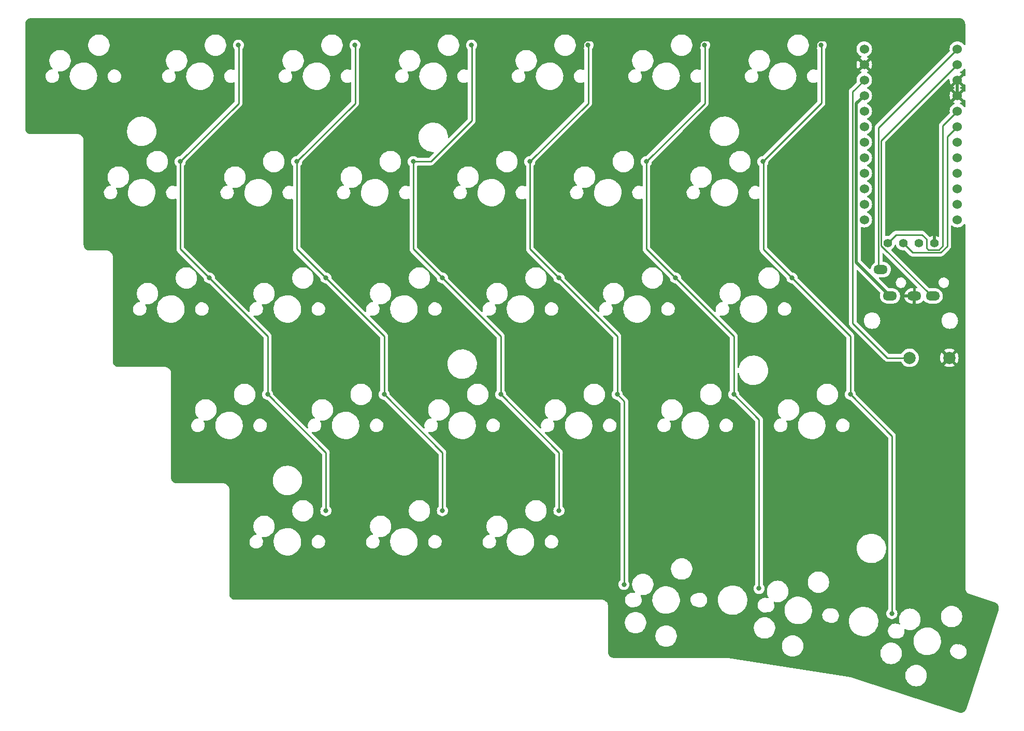
<source format=gtl>
%TF.GenerationSoftware,KiCad,Pcbnew,7.0.10*%
%TF.CreationDate,2024-02-19T14:02:23+09:00*%
%TF.ProjectId,keyball-row-staggered-left,6b657962-616c-46c2-9d72-6f772d737461,rev?*%
%TF.SameCoordinates,Original*%
%TF.FileFunction,Copper,L1,Top*%
%TF.FilePolarity,Positive*%
%FSLAX46Y46*%
G04 Gerber Fmt 4.6, Leading zero omitted, Abs format (unit mm)*
G04 Created by KiCad (PCBNEW 7.0.10) date 2024-02-19 14:02:23*
%MOMM*%
%LPD*%
G01*
G04 APERTURE LIST*
%TA.AperFunction,ComponentPad*%
%ADD10C,1.397000*%
%TD*%
%TA.AperFunction,ComponentPad*%
%ADD11C,2.000000*%
%TD*%
%TA.AperFunction,ComponentPad*%
%ADD12C,1.524000*%
%TD*%
%TA.AperFunction,ComponentPad*%
%ADD13O,2.300000X1.500000*%
%TD*%
%TA.AperFunction,ViaPad*%
%ADD14C,0.800000*%
%TD*%
%TA.AperFunction,Conductor*%
%ADD15C,0.250000*%
%TD*%
%TA.AperFunction,Conductor*%
%ADD16C,0.500000*%
%TD*%
G04 APERTURE END LIST*
D10*
%TO.P,OL1,1,SDA*%
%TO.N,SDA*%
X160020000Y-55880000D03*
%TO.P,OL1,2,SCL*%
%TO.N,SCL*%
X162560000Y-55880000D03*
%TO.P,OL1,3,VCC*%
%TO.N,VCC*%
X165100000Y-55880000D03*
%TO.P,OL1,4,GND*%
%TO.N,GND*%
X167640000Y-55880000D03*
%TD*%
D11*
%TO.P,SW_RESET1,1,1*%
%TO.N,RESET*%
X163628000Y-74676000D03*
%TO.P,SW_RESET1,2,2*%
%TO.N,GND*%
X170128000Y-74676000D03*
%TD*%
D12*
%TO.P,U1,1,TX0/D3*%
%TO.N,DATA_AUG*%
X171430000Y-24130000D03*
%TO.P,U1,2,RX1/D2*%
%TO.N,DATA*%
X171430000Y-26670000D03*
%TO.P,U1,3,GND*%
%TO.N,GND*%
X171430000Y-29210000D03*
%TO.P,U1,4,GND*%
X171430000Y-31750000D03*
%TO.P,U1,5,2/D1/SDA*%
%TO.N,SDA*%
X171430000Y-34290000D03*
%TO.P,U1,6,3/D0/SCL*%
%TO.N,SCL*%
X171430000Y-36830000D03*
%TO.P,U1,7,4/D4*%
%TO.N,ROW0*%
X171430000Y-39370000D03*
%TO.P,U1,8,5/C6*%
%TO.N,ROW1*%
X171430000Y-41910000D03*
%TO.P,U1,9,6/D7*%
%TO.N,ROW2*%
X171430000Y-44450000D03*
%TO.P,U1,10,7/E6*%
%TO.N,ROW3*%
X171430000Y-46990000D03*
%TO.P,U1,11,8/B4*%
%TO.N,ROW4*%
X171430000Y-49530000D03*
%TO.P,U1,12,9/B5*%
%TO.N,unconnected-(U1-9{slash}B5-Pad12)*%
X171430000Y-52070000D03*
%TO.P,U1,13,B6/10*%
%TO.N,unconnected-(U1-B6{slash}10-Pad13)*%
X156210000Y-52070000D03*
%TO.P,U1,14,B2/16*%
%TO.N,unconnected-(U1-B2{slash}16-Pad14)*%
X156210000Y-49530000D03*
%TO.P,U1,15,B3/14*%
%TO.N,unconnected-(U1-B3{slash}14-Pad15)*%
X156210000Y-46990000D03*
%TO.P,U1,16,B1/15*%
%TO.N,unconnected-(U1-B1{slash}15-Pad16)*%
X156210000Y-44450000D03*
%TO.P,U1,17,F7/A0*%
%TO.N,COL3*%
X156210000Y-41910000D03*
%TO.P,U1,18,F6/A1*%
%TO.N,COL2*%
X156210000Y-39370000D03*
%TO.P,U1,19,F5/A2*%
%TO.N,COL1*%
X156210000Y-36830000D03*
%TO.P,U1,20,F4/A3*%
%TO.N,COL0*%
X156210000Y-34290000D03*
%TO.P,U1,21,VCC*%
%TO.N,VCC*%
X156210000Y-31750000D03*
%TO.P,U1,22,RST*%
%TO.N,RESET*%
X156210000Y-29210000D03*
%TO.P,U1,23,GND*%
%TO.N,GND*%
X156210000Y-26670000D03*
%TO.P,U1,24,RAW*%
%TO.N,unconnected-(U1-RAW-Pad24)*%
X156210000Y-24130000D03*
%TD*%
D13*
%TO.P,J1,1,A*%
%TO.N,DATA_AUG*%
X158914800Y-60232400D03*
%TO.P,J1,2,B*%
%TO.N,DATA*%
X167414800Y-64532400D03*
%TO.P,J1,3,C*%
%TO.N,GND*%
X164414800Y-64532400D03*
%TO.P,J1,4,D*%
%TO.N,VCC*%
X160414800Y-64532400D03*
%TD*%
D14*
%TO.N,COL0*%
X111065000Y-23495000D03*
X106302500Y-61595000D03*
X115827500Y-80645000D03*
X116925000Y-111760000D03*
X101540000Y-42545000D03*
%TO.N,COL1*%
X120590000Y-42545000D03*
X139010785Y-112412529D03*
X134877500Y-80645000D03*
X125352500Y-61595000D03*
X130115000Y-23495000D03*
%TO.N,COL2*%
X139640000Y-42545000D03*
X153927500Y-80645000D03*
X160728723Y-116513961D03*
X144402500Y-61595000D03*
X149165000Y-23495000D03*
%TO.N,Net-(D36-A)*%
X96777500Y-80645000D03*
X92015000Y-23495000D03*
X87252500Y-61595000D03*
X106302500Y-99695000D03*
X82490000Y-42545000D03*
%TO.N,Net-(D34-A)*%
X49152500Y-61595000D03*
X53915000Y-23495000D03*
X44390000Y-42545000D03*
X58677500Y-80645000D03*
X68202500Y-99695000D03*
%TO.N,Net-(D35-A)*%
X63440000Y-42545000D03*
X72965000Y-23495000D03*
X68202500Y-61595000D03*
X77727500Y-80645000D03*
X87252500Y-99695000D03*
%TO.N,GND*%
X47740000Y-50180000D03*
X144810000Y-39860000D03*
X57850000Y-29710000D03*
X157470000Y-112090000D03*
X90820000Y-59630000D03*
X162730000Y-49240000D03*
X108500000Y-75220000D03*
X94300000Y-37530000D03*
X108330000Y-95630000D03*
X136670000Y-99860000D03*
X165200000Y-84030000D03*
X72070000Y-95990000D03*
X53230000Y-75040000D03*
%TD*%
D15*
%TO.N,COL0*%
X111080900Y-23510900D02*
X111080900Y-33004100D01*
X117000000Y-81817500D02*
X117000000Y-111685000D01*
X101555900Y-56848400D02*
X106302500Y-61595000D01*
X106302500Y-61595000D02*
X115827500Y-71120000D01*
X115827500Y-80645000D02*
X117000000Y-81817500D01*
X101555900Y-42560900D02*
X101555900Y-56848400D01*
X111065000Y-23495000D02*
X111080900Y-23510900D01*
X117000000Y-111685000D02*
X116925000Y-111760000D01*
X115827500Y-71120000D02*
X115827500Y-80645000D01*
X101540000Y-42545000D02*
X101555900Y-42560900D01*
X111080900Y-33004100D02*
X101540000Y-42545000D01*
%TO.N,COL1*%
X130130900Y-33004100D02*
X120590000Y-42545000D01*
X120605900Y-56848400D02*
X125352500Y-61595000D01*
X125352500Y-61595000D02*
X134877500Y-71120000D01*
X134877500Y-80645000D02*
X139010785Y-84778285D01*
X134877500Y-71120000D02*
X134877500Y-80645000D01*
X130115000Y-23495000D02*
X130130900Y-23510900D01*
X130130900Y-23510900D02*
X130130900Y-33004100D01*
X139010785Y-84778285D02*
X139010785Y-112412529D01*
X120605900Y-42560900D02*
X120605900Y-56848400D01*
X120590000Y-42545000D02*
X120605900Y-42560900D01*
%TO.N,COL2*%
X149199600Y-23529600D02*
X149199600Y-32985400D01*
X153927500Y-71120000D02*
X153927500Y-80645000D01*
X149199600Y-32985400D02*
X139640000Y-42545000D01*
X139725400Y-56917900D02*
X144402500Y-61595000D01*
X153927500Y-80645000D02*
X160728723Y-87446223D01*
X139725400Y-42630400D02*
X139725400Y-56917900D01*
X144402500Y-61595000D02*
X153927500Y-71120000D01*
X139640000Y-42545000D02*
X139725400Y-42630400D01*
X160728723Y-87446223D02*
X160728723Y-116513961D01*
X149165000Y-23495000D02*
X149199600Y-23529600D01*
%TO.N,Net-(D36-A)*%
X96777500Y-71120000D02*
X96777500Y-80645000D01*
X96777500Y-80645000D02*
X106302500Y-90170000D01*
X82505900Y-56848400D02*
X87252500Y-61595000D01*
X92015000Y-23495000D02*
X92030900Y-23510900D01*
X82505900Y-42560900D02*
X82505900Y-56848400D01*
X106302500Y-90170000D02*
X106302500Y-99695000D01*
X87252500Y-61595000D02*
X96777500Y-71120000D01*
X85358889Y-42545000D02*
X82490000Y-42545000D01*
X82490000Y-42545000D02*
X82505900Y-42560900D01*
X92030900Y-35872989D02*
X85358889Y-42545000D01*
X92030900Y-23510900D02*
X92030900Y-35872989D01*
%TO.N,Net-(D34-A)*%
X44405900Y-42560900D02*
X44405900Y-56848400D01*
X53930900Y-23510900D02*
X53930900Y-33004100D01*
X53930900Y-33004100D02*
X44390000Y-42545000D01*
X58677500Y-80645000D02*
X68202500Y-90170000D01*
X68202500Y-90170000D02*
X68202500Y-99695000D01*
X53915000Y-23495000D02*
X53930900Y-23510900D01*
X44390000Y-42545000D02*
X44405900Y-42560900D01*
X49152500Y-61595000D02*
X58677500Y-71120000D01*
X58677500Y-71120000D02*
X58677500Y-80645000D01*
X44405900Y-56848400D02*
X49152500Y-61595000D01*
%TO.N,Net-(D35-A)*%
X72965000Y-23495000D02*
X72980900Y-23510900D01*
X63449200Y-48139484D02*
X63449200Y-56841700D01*
X68202500Y-61595000D02*
X77727500Y-71120000D01*
X63449200Y-56841700D02*
X68202500Y-61595000D01*
X72980900Y-33004100D02*
X63440000Y-42545000D01*
X63440000Y-42545000D02*
X63455900Y-42560900D01*
X63455900Y-48132784D02*
X63449200Y-48139484D01*
X77727500Y-71120000D02*
X77727500Y-80645000D01*
X63455900Y-42560900D02*
X63455900Y-48132784D01*
X72980900Y-23510900D02*
X72980900Y-33004100D01*
X87252500Y-90170000D02*
X87252500Y-99695000D01*
X77727500Y-80645000D02*
X87252500Y-90170000D01*
%TO.N,DATA*%
X167224952Y-64532400D02*
X158996500Y-56303948D01*
X158996500Y-39103500D02*
X171430000Y-26670000D01*
X167414800Y-64532400D02*
X167224952Y-64532400D01*
X167414800Y-64532400D02*
X168443658Y-64532400D01*
X158996500Y-56303948D02*
X158996500Y-39103500D01*
D16*
%TO.N,GND*%
X129265000Y-23645000D02*
X125843453Y-27066547D01*
X164414800Y-64532400D02*
X164414800Y-68962800D01*
X167640000Y-55880000D02*
X167640000Y-35540000D01*
X129762918Y-22645000D02*
X129265000Y-23142918D01*
X104002034Y-63674073D02*
X108500000Y-68172039D01*
X110215000Y-23847082D02*
X107980982Y-26081100D01*
X112250000Y-84910593D02*
X112250000Y-91710000D01*
X107980982Y-26081100D02*
X107980982Y-28895925D01*
X148315000Y-23142918D02*
X148315000Y-23847082D01*
X87420000Y-44410000D02*
X87420000Y-56230000D01*
X110712918Y-22645000D02*
X110215000Y-23142918D01*
X125843453Y-27066547D02*
X121421906Y-22645000D01*
X90820000Y-59630000D02*
X94525927Y-59630000D01*
X145492082Y-26670000D02*
X144496907Y-26670000D01*
X148812918Y-22645000D02*
X148315000Y-23142918D01*
X112250000Y-91710000D02*
X108330000Y-95630000D01*
X144496907Y-26670000D02*
X140471907Y-22645000D01*
X164414800Y-68962800D02*
X170128000Y-74676000D01*
X121421906Y-22645000D02*
X110712918Y-22645000D01*
X108500000Y-68172039D02*
X108500000Y-75220000D01*
X108500000Y-75220000D02*
X108500000Y-81160593D01*
X110215000Y-23142918D02*
X110215000Y-23847082D01*
X148315000Y-23847082D02*
X145492082Y-26670000D01*
X156210000Y-26670000D02*
X152185000Y-22645000D01*
X167640000Y-35540000D02*
X171430000Y-31750000D01*
X108500000Y-81160593D02*
X112250000Y-84910593D01*
X94300000Y-37530000D02*
X87420000Y-44410000D01*
X152185000Y-22645000D02*
X148812918Y-22645000D01*
X98570000Y-63674073D02*
X104002034Y-63674073D01*
X140471907Y-22645000D02*
X129762918Y-22645000D01*
X99346907Y-37530000D02*
X94300000Y-37530000D01*
X129265000Y-23142918D02*
X129265000Y-23645000D01*
X94525927Y-59630000D02*
X98570000Y-63674073D01*
X171430000Y-29210000D02*
X171430000Y-31750000D01*
X107980982Y-28895925D02*
X99346907Y-37530000D01*
X87420000Y-56230000D02*
X90820000Y-59630000D01*
%TO.N,VCC*%
X154889200Y-33070800D02*
X156210000Y-31750000D01*
X154889200Y-59006800D02*
X154889200Y-33070800D01*
X160414800Y-64532400D02*
X154889200Y-59006800D01*
D15*
%TO.N,DATA_AUG*%
X158914800Y-60232400D02*
X158546500Y-59864100D01*
X158546500Y-37013500D02*
X171430000Y-24130000D01*
X158546500Y-59864100D02*
X158546500Y-37013500D01*
%TO.N,SDA*%
X166674800Y-56997600D02*
X168402000Y-56997600D01*
X169062400Y-56337200D02*
X169062400Y-36657600D01*
X166370000Y-56692800D02*
X166674800Y-56997600D01*
X166370000Y-55219600D02*
X166370000Y-56692800D01*
X168402000Y-56997600D02*
X169062400Y-56337200D01*
X161391600Y-54508400D02*
X165658800Y-54508400D01*
X169062400Y-36657600D02*
X171430000Y-34290000D01*
X165658800Y-54508400D02*
X166370000Y-55219600D01*
X160020000Y-55880000D02*
X161391600Y-54508400D01*
%TO.N,SCL*%
X169773600Y-56388000D02*
X169773600Y-38486400D01*
X168714000Y-57447600D02*
X169773600Y-56388000D01*
X164127600Y-57447600D02*
X168714000Y-57447600D01*
X169773600Y-38486400D02*
X171430000Y-36830000D01*
X162560000Y-55880000D02*
X164127600Y-57447600D01*
%TO.N,RESET*%
X163628000Y-74676000D02*
X160005110Y-74676000D01*
X160005110Y-74676000D02*
X154314200Y-68985090D01*
X154314200Y-31105800D02*
X156210000Y-29210000D01*
X154314200Y-68985090D02*
X154314200Y-31105800D01*
%TD*%
%TA.AperFunction,Conductor*%
%TO.N,GND*%
G36*
X171723992Y-19050972D02*
G01*
X171736033Y-19052025D01*
X171763480Y-19054426D01*
X171764561Y-19054526D01*
X171890376Y-19066918D01*
X171910285Y-19070541D01*
X171975067Y-19087899D01*
X171978803Y-19088966D01*
X172070170Y-19116682D01*
X172086559Y-19122952D01*
X172152467Y-19153686D01*
X172158467Y-19156685D01*
X172201239Y-19179548D01*
X172237646Y-19199008D01*
X172250315Y-19206791D01*
X172311489Y-19249625D01*
X172319030Y-19255346D01*
X172387055Y-19311172D01*
X172396072Y-19319345D01*
X172449253Y-19372526D01*
X172457426Y-19381543D01*
X172513252Y-19449568D01*
X172518973Y-19457109D01*
X172561807Y-19518283D01*
X172569590Y-19530952D01*
X172611904Y-19610114D01*
X172614928Y-19616163D01*
X172645641Y-19682027D01*
X172651919Y-19698436D01*
X172679608Y-19789713D01*
X172680723Y-19793616D01*
X172698054Y-19858298D01*
X172701682Y-19878238D01*
X172714056Y-20003882D01*
X172714181Y-20005223D01*
X172717628Y-20044604D01*
X172718100Y-20055416D01*
X172718100Y-23375217D01*
X172698415Y-23442256D01*
X172645611Y-23488011D01*
X172576453Y-23497955D01*
X172512897Y-23468930D01*
X172492525Y-23446340D01*
X172400827Y-23315381D01*
X172392186Y-23306740D01*
X172244620Y-23159174D01*
X172244616Y-23159171D01*
X172244615Y-23159170D01*
X172063666Y-23032468D01*
X172063662Y-23032466D01*
X172063660Y-23032465D01*
X171863450Y-22939106D01*
X171863447Y-22939105D01*
X171863445Y-22939104D01*
X171650070Y-22881930D01*
X171650062Y-22881929D01*
X171430002Y-22862677D01*
X171429998Y-22862677D01*
X171209937Y-22881929D01*
X171209929Y-22881930D01*
X170996554Y-22939104D01*
X170996548Y-22939107D01*
X170796340Y-23032465D01*
X170796338Y-23032466D01*
X170615377Y-23159175D01*
X170459175Y-23315377D01*
X170332466Y-23496338D01*
X170332465Y-23496340D01*
X170239107Y-23696548D01*
X170239104Y-23696554D01*
X170181930Y-23909929D01*
X170181929Y-23909937D01*
X170162677Y-24129997D01*
X170162677Y-24130002D01*
X170169794Y-24211345D01*
X170181930Y-24350068D01*
X170187995Y-24372704D01*
X170193707Y-24394019D01*
X170192044Y-24463869D01*
X170161613Y-24513794D01*
X158162708Y-36512699D01*
X158150451Y-36522520D01*
X158150634Y-36522741D01*
X158144622Y-36527714D01*
X158098598Y-36576723D01*
X158095891Y-36579516D01*
X158076389Y-36599017D01*
X158076375Y-36599034D01*
X158073907Y-36602215D01*
X158066343Y-36611070D01*
X158036437Y-36642918D01*
X158036436Y-36642920D01*
X158026784Y-36660476D01*
X158016110Y-36676726D01*
X158003829Y-36692561D01*
X158003824Y-36692568D01*
X157986475Y-36732658D01*
X157981338Y-36743144D01*
X157960303Y-36781406D01*
X157955322Y-36800807D01*
X157949021Y-36819210D01*
X157941062Y-36837602D01*
X157941061Y-36837605D01*
X157934228Y-36880743D01*
X157931860Y-36892174D01*
X157921001Y-36934471D01*
X157921000Y-36934482D01*
X157921000Y-36954516D01*
X157919473Y-36973915D01*
X157916340Y-36993694D01*
X157916340Y-36993695D01*
X157920450Y-37037174D01*
X157921000Y-37048843D01*
X157921000Y-59054937D01*
X157901315Y-59121976D01*
X157869885Y-59155255D01*
X157688727Y-59286873D01*
X157688725Y-59286874D01*
X157533166Y-59449576D01*
X157409163Y-59637433D01*
X157320699Y-59844404D01*
X157320695Y-59844417D01*
X157271665Y-60059236D01*
X157237557Y-60120215D01*
X157175895Y-60153073D01*
X157106258Y-60147378D01*
X157063093Y-60119325D01*
X155676019Y-58732251D01*
X155642534Y-58670928D01*
X155639700Y-58644570D01*
X155639700Y-53385825D01*
X155659385Y-53318786D01*
X155712189Y-53273031D01*
X155781347Y-53263087D01*
X155795786Y-53266048D01*
X155989932Y-53318070D01*
X156147123Y-53331822D01*
X156209998Y-53337323D01*
X156210000Y-53337323D01*
X156210002Y-53337323D01*
X156265017Y-53332509D01*
X156430068Y-53318070D01*
X156643450Y-53260894D01*
X156843662Y-53167534D01*
X157024620Y-53040826D01*
X157180826Y-52884620D01*
X157307534Y-52703662D01*
X157400894Y-52503450D01*
X157458070Y-52290068D01*
X157477323Y-52070000D01*
X157458070Y-51849932D01*
X157400894Y-51636550D01*
X157307534Y-51436339D01*
X157180826Y-51255380D01*
X157024620Y-51099174D01*
X157024616Y-51099171D01*
X157024615Y-51099170D01*
X156843666Y-50972468D01*
X156843658Y-50972464D01*
X156714811Y-50912382D01*
X156662371Y-50866210D01*
X156643219Y-50799017D01*
X156663435Y-50732135D01*
X156714811Y-50687618D01*
X156720802Y-50684824D01*
X156843662Y-50627534D01*
X157024620Y-50500826D01*
X157180826Y-50344620D01*
X157307534Y-50163662D01*
X157400894Y-49963450D01*
X157458070Y-49750068D01*
X157477323Y-49530000D01*
X157458070Y-49309932D01*
X157400894Y-49096550D01*
X157307534Y-48896339D01*
X157222724Y-48775217D01*
X157180827Y-48715381D01*
X157103516Y-48638070D01*
X157024620Y-48559174D01*
X157024616Y-48559171D01*
X157024615Y-48559170D01*
X156843666Y-48432468D01*
X156843658Y-48432464D01*
X156714811Y-48372382D01*
X156662371Y-48326210D01*
X156643219Y-48259017D01*
X156663435Y-48192135D01*
X156714811Y-48147618D01*
X156720802Y-48144824D01*
X156843662Y-48087534D01*
X157024620Y-47960826D01*
X157180826Y-47804620D01*
X157307534Y-47623662D01*
X157400894Y-47423450D01*
X157458070Y-47210068D01*
X157477323Y-46990000D01*
X157476730Y-46983225D01*
X157462663Y-46822435D01*
X157458070Y-46769932D01*
X157400894Y-46556550D01*
X157307534Y-46356339D01*
X157180826Y-46175380D01*
X157024620Y-46019174D01*
X157024616Y-46019171D01*
X157024615Y-46019170D01*
X156843666Y-45892468D01*
X156843658Y-45892464D01*
X156714811Y-45832382D01*
X156662371Y-45786210D01*
X156643219Y-45719017D01*
X156663435Y-45652135D01*
X156714811Y-45607618D01*
X156720802Y-45604824D01*
X156843662Y-45547534D01*
X157024620Y-45420826D01*
X157180826Y-45264620D01*
X157307534Y-45083662D01*
X157400894Y-44883450D01*
X157458070Y-44670068D01*
X157477323Y-44450000D01*
X157476769Y-44443673D01*
X157463806Y-44295499D01*
X157458070Y-44229932D01*
X157400894Y-44016550D01*
X157307534Y-43816339D01*
X157180826Y-43635380D01*
X157024620Y-43479174D01*
X157024616Y-43479171D01*
X157024615Y-43479170D01*
X156843666Y-43352468D01*
X156843658Y-43352464D01*
X156714811Y-43292382D01*
X156662371Y-43246210D01*
X156643219Y-43179017D01*
X156663435Y-43112135D01*
X156714811Y-43067618D01*
X156720802Y-43064824D01*
X156843662Y-43007534D01*
X157024620Y-42880826D01*
X157180826Y-42724620D01*
X157307534Y-42543662D01*
X157400894Y-42343450D01*
X157458070Y-42130068D01*
X157477323Y-41910000D01*
X157476769Y-41903673D01*
X157458070Y-41689937D01*
X157458070Y-41689932D01*
X157400894Y-41476550D01*
X157307534Y-41276339D01*
X157180826Y-41095380D01*
X157024620Y-40939174D01*
X157024616Y-40939171D01*
X157024615Y-40939170D01*
X156843666Y-40812468D01*
X156843658Y-40812464D01*
X156714811Y-40752382D01*
X156662371Y-40706210D01*
X156643219Y-40639017D01*
X156663435Y-40572135D01*
X156714811Y-40527618D01*
X156720802Y-40524824D01*
X156843662Y-40467534D01*
X157024620Y-40340826D01*
X157180826Y-40184620D01*
X157307534Y-40003662D01*
X157400894Y-39803450D01*
X157458070Y-39590068D01*
X157477323Y-39370000D01*
X157458070Y-39149932D01*
X157400894Y-38936550D01*
X157307534Y-38736339D01*
X157180826Y-38555380D01*
X157024620Y-38399174D01*
X157024616Y-38399171D01*
X157024615Y-38399170D01*
X156843666Y-38272468D01*
X156843658Y-38272464D01*
X156714811Y-38212382D01*
X156662371Y-38166210D01*
X156643219Y-38099017D01*
X156663435Y-38032135D01*
X156714811Y-37987618D01*
X156756230Y-37968304D01*
X156843662Y-37927534D01*
X157024620Y-37800826D01*
X157180826Y-37644620D01*
X157307534Y-37463662D01*
X157400894Y-37263450D01*
X157458070Y-37050068D01*
X157477323Y-36830000D01*
X157458070Y-36609932D01*
X157400894Y-36396550D01*
X157307534Y-36196339D01*
X157180826Y-36015380D01*
X157024620Y-35859174D01*
X157024616Y-35859171D01*
X157024615Y-35859170D01*
X156843666Y-35732468D01*
X156843658Y-35732464D01*
X156714811Y-35672382D01*
X156662371Y-35626210D01*
X156643219Y-35559017D01*
X156663435Y-35492135D01*
X156714811Y-35447618D01*
X156720802Y-35444824D01*
X156843662Y-35387534D01*
X157024620Y-35260826D01*
X157180826Y-35104620D01*
X157307534Y-34923662D01*
X157400894Y-34723450D01*
X157458070Y-34510068D01*
X157477323Y-34290000D01*
X157458070Y-34069932D01*
X157400894Y-33856550D01*
X157307534Y-33656339D01*
X157190983Y-33489886D01*
X157180827Y-33475381D01*
X157105317Y-33399871D01*
X157024620Y-33319174D01*
X157024616Y-33319171D01*
X157024615Y-33319170D01*
X156843666Y-33192468D01*
X156843658Y-33192464D01*
X156714811Y-33132382D01*
X156662371Y-33086210D01*
X156643219Y-33019017D01*
X156663435Y-32952135D01*
X156714811Y-32907618D01*
X156720802Y-32904824D01*
X156843662Y-32847534D01*
X157024620Y-32720826D01*
X157180826Y-32564620D01*
X157307534Y-32383662D01*
X157400894Y-32183450D01*
X157458070Y-31970068D01*
X157477323Y-31750000D01*
X157458070Y-31529932D01*
X157400894Y-31316550D01*
X157307534Y-31116339D01*
X157215202Y-30984474D01*
X157180827Y-30935381D01*
X157119152Y-30873706D01*
X157024620Y-30779174D01*
X157024616Y-30779171D01*
X157024615Y-30779170D01*
X156843666Y-30652468D01*
X156843658Y-30652464D01*
X156714811Y-30592382D01*
X156662371Y-30546210D01*
X156643219Y-30479017D01*
X156663435Y-30412135D01*
X156714811Y-30367618D01*
X156720802Y-30364824D01*
X156843662Y-30307534D01*
X157024620Y-30180826D01*
X157180826Y-30024620D01*
X157307534Y-29843662D01*
X157400894Y-29643450D01*
X157458070Y-29430068D01*
X157474572Y-29241441D01*
X157477323Y-29210002D01*
X157477323Y-29209997D01*
X157466199Y-29082850D01*
X157458070Y-28989932D01*
X157400894Y-28776550D01*
X157307534Y-28576339D01*
X157180826Y-28395380D01*
X157024620Y-28239174D01*
X157024616Y-28239171D01*
X157024615Y-28239170D01*
X156843666Y-28112468D01*
X156843662Y-28112466D01*
X156714218Y-28052105D01*
X156661779Y-28005932D01*
X156642627Y-27938739D01*
X156662843Y-27871858D01*
X156714219Y-27827340D01*
X156843416Y-27767095D01*
X156843417Y-27767094D01*
X156908188Y-27721741D01*
X156259995Y-27073547D01*
X156337150Y-27061327D01*
X156451854Y-27002883D01*
X156542883Y-26911854D01*
X156601327Y-26797150D01*
X156613547Y-26719994D01*
X157261741Y-27368188D01*
X157307094Y-27303417D01*
X157307100Y-27303407D01*
X157400419Y-27103284D01*
X157400424Y-27103270D01*
X157457573Y-26889986D01*
X157457575Y-26889976D01*
X157476821Y-26670000D01*
X157476821Y-26669999D01*
X157457575Y-26450023D01*
X157457573Y-26450013D01*
X157400424Y-26236729D01*
X157400420Y-26236720D01*
X157307096Y-26036586D01*
X157261741Y-25971811D01*
X157261740Y-25971810D01*
X156613547Y-26620004D01*
X156601327Y-26542850D01*
X156542883Y-26428146D01*
X156451854Y-26337117D01*
X156337150Y-26278673D01*
X156259995Y-26266452D01*
X156908188Y-25618259D01*
X156908187Y-25618258D01*
X156843411Y-25572901D01*
X156843405Y-25572898D01*
X156714219Y-25512658D01*
X156661779Y-25466486D01*
X156642627Y-25399293D01*
X156662843Y-25332411D01*
X156714219Y-25287894D01*
X156714811Y-25287618D01*
X156843662Y-25227534D01*
X157024620Y-25100826D01*
X157180826Y-24944620D01*
X157307534Y-24763662D01*
X157400894Y-24563450D01*
X157458070Y-24350068D01*
X157477323Y-24130000D01*
X157458070Y-23909932D01*
X157400894Y-23696550D01*
X157307534Y-23496339D01*
X157222724Y-23375217D01*
X157180827Y-23315381D01*
X157172186Y-23306740D01*
X157024620Y-23159174D01*
X157024616Y-23159171D01*
X157024615Y-23159170D01*
X156843666Y-23032468D01*
X156843662Y-23032466D01*
X156843660Y-23032465D01*
X156643450Y-22939106D01*
X156643447Y-22939105D01*
X156643445Y-22939104D01*
X156430070Y-22881930D01*
X156430062Y-22881929D01*
X156210002Y-22862677D01*
X156209998Y-22862677D01*
X155989937Y-22881929D01*
X155989929Y-22881930D01*
X155776554Y-22939104D01*
X155776548Y-22939107D01*
X155576340Y-23032465D01*
X155576338Y-23032466D01*
X155395377Y-23159175D01*
X155239175Y-23315377D01*
X155112466Y-23496338D01*
X155112465Y-23496340D01*
X155019107Y-23696548D01*
X155019104Y-23696554D01*
X154961930Y-23909929D01*
X154961929Y-23909937D01*
X154942677Y-24129997D01*
X154942677Y-24130002D01*
X154961929Y-24350062D01*
X154961930Y-24350070D01*
X155019104Y-24563445D01*
X155019105Y-24563447D01*
X155019106Y-24563450D01*
X155105254Y-24748195D01*
X155112466Y-24763662D01*
X155112468Y-24763666D01*
X155239170Y-24944615D01*
X155239175Y-24944621D01*
X155395378Y-25100824D01*
X155395384Y-25100829D01*
X155576333Y-25227531D01*
X155576335Y-25227532D01*
X155576338Y-25227534D01*
X155705189Y-25287618D01*
X155705781Y-25287894D01*
X155758220Y-25334066D01*
X155777372Y-25401260D01*
X155757156Y-25468141D01*
X155705781Y-25512658D01*
X155576590Y-25572901D01*
X155511811Y-25618258D01*
X156160005Y-26266452D01*
X156082850Y-26278673D01*
X155968146Y-26337117D01*
X155877117Y-26428146D01*
X155818673Y-26542850D01*
X155806452Y-26620004D01*
X155158258Y-25971811D01*
X155112901Y-26036590D01*
X155019579Y-26236720D01*
X155019575Y-26236729D01*
X154962426Y-26450013D01*
X154962424Y-26450023D01*
X154943179Y-26669999D01*
X154943179Y-26670000D01*
X154962424Y-26889976D01*
X154962426Y-26889986D01*
X155019575Y-27103270D01*
X155019580Y-27103284D01*
X155112898Y-27303405D01*
X155112901Y-27303411D01*
X155158258Y-27368187D01*
X155158259Y-27368188D01*
X155806452Y-26719994D01*
X155818673Y-26797150D01*
X155877117Y-26911854D01*
X155968146Y-27002883D01*
X156082850Y-27061327D01*
X156160005Y-27073547D01*
X155511810Y-27721740D01*
X155576589Y-27767098D01*
X155705781Y-27827342D01*
X155758220Y-27873514D01*
X155777372Y-27940708D01*
X155757156Y-28007589D01*
X155705781Y-28052106D01*
X155576340Y-28112465D01*
X155576338Y-28112466D01*
X155395377Y-28239175D01*
X155239175Y-28395377D01*
X155112466Y-28576338D01*
X155112465Y-28576340D01*
X155019107Y-28776548D01*
X155019104Y-28776554D01*
X154961930Y-28989929D01*
X154961929Y-28989937D01*
X154942677Y-29209997D01*
X154942677Y-29210002D01*
X154945428Y-29241441D01*
X154961930Y-29430068D01*
X154965849Y-29444695D01*
X154973707Y-29474019D01*
X154972044Y-29543869D01*
X154941613Y-29593794D01*
X153930408Y-30604999D01*
X153918151Y-30614820D01*
X153918334Y-30615041D01*
X153912322Y-30620014D01*
X153866298Y-30669023D01*
X153863591Y-30671816D01*
X153844089Y-30691317D01*
X153844075Y-30691334D01*
X153841607Y-30694515D01*
X153834043Y-30703370D01*
X153804137Y-30735218D01*
X153804136Y-30735220D01*
X153794484Y-30752776D01*
X153783810Y-30769026D01*
X153771529Y-30784861D01*
X153771524Y-30784868D01*
X153754175Y-30824958D01*
X153749038Y-30835444D01*
X153728003Y-30873706D01*
X153723022Y-30893107D01*
X153716721Y-30911510D01*
X153708762Y-30929902D01*
X153708761Y-30929905D01*
X153701928Y-30973043D01*
X153699560Y-30984474D01*
X153688701Y-31026771D01*
X153688700Y-31026782D01*
X153688700Y-31046816D01*
X153687173Y-31066215D01*
X153684040Y-31085994D01*
X153684040Y-31085995D01*
X153688150Y-31129474D01*
X153688700Y-31141143D01*
X153688700Y-68902345D01*
X153686975Y-68917962D01*
X153687261Y-68917989D01*
X153686526Y-68925755D01*
X153688639Y-68992962D01*
X153688700Y-68996857D01*
X153688700Y-69024447D01*
X153689203Y-69028425D01*
X153690118Y-69040057D01*
X153691490Y-69083714D01*
X153691491Y-69083717D01*
X153697080Y-69102957D01*
X153701024Y-69122001D01*
X153703536Y-69141882D01*
X153719614Y-69182493D01*
X153723397Y-69193542D01*
X153735581Y-69235478D01*
X153745780Y-69252724D01*
X153754338Y-69270193D01*
X153761714Y-69288822D01*
X153787381Y-69324150D01*
X153793793Y-69333911D01*
X153816028Y-69371507D01*
X153816033Y-69371514D01*
X153830190Y-69385670D01*
X153842828Y-69400466D01*
X153854605Y-69416676D01*
X153854606Y-69416677D01*
X153888257Y-69444515D01*
X153896898Y-69452378D01*
X159504307Y-75059788D01*
X159514132Y-75072051D01*
X159514353Y-75071869D01*
X159519321Y-75077874D01*
X159519323Y-75077876D01*
X159519324Y-75077877D01*
X159568332Y-75123899D01*
X159571131Y-75126612D01*
X159590632Y-75146114D01*
X159590636Y-75146117D01*
X159590639Y-75146120D01*
X159593812Y-75148581D01*
X159602684Y-75156159D01*
X159634528Y-75186062D01*
X159652086Y-75195714D01*
X159668345Y-75206395D01*
X159684174Y-75218673D01*
X159724265Y-75236021D01*
X159734736Y-75241151D01*
X159751061Y-75250126D01*
X159773012Y-75262194D01*
X159773014Y-75262195D01*
X159773018Y-75262197D01*
X159792426Y-75267180D01*
X159810829Y-75273481D01*
X159829211Y-75281436D01*
X159829212Y-75281436D01*
X159829214Y-75281437D01*
X159872360Y-75288270D01*
X159883782Y-75290636D01*
X159926091Y-75301500D01*
X159946126Y-75301500D01*
X159965524Y-75303026D01*
X159985304Y-75306159D01*
X159985305Y-75306160D01*
X159985305Y-75306159D01*
X159985306Y-75306160D01*
X160028785Y-75302050D01*
X160040454Y-75301500D01*
X162182850Y-75301500D01*
X162249889Y-75321185D01*
X162295644Y-75373989D01*
X162296405Y-75375689D01*
X162303824Y-75392603D01*
X162439833Y-75600782D01*
X162472245Y-75635991D01*
X162608256Y-75783738D01*
X162804491Y-75936474D01*
X162804493Y-75936475D01*
X163022332Y-76054364D01*
X163023190Y-76054828D01*
X163160717Y-76102041D01*
X163256964Y-76135083D01*
X163258386Y-76135571D01*
X163503665Y-76176500D01*
X163752335Y-76176500D01*
X163997614Y-76135571D01*
X164232810Y-76054828D01*
X164451509Y-75936474D01*
X164647744Y-75783738D01*
X164816164Y-75600785D01*
X164819684Y-75595398D01*
X164864663Y-75526551D01*
X164952173Y-75392607D01*
X165052063Y-75164881D01*
X165113108Y-74923821D01*
X165116867Y-74878457D01*
X165133643Y-74676005D01*
X168622859Y-74676005D01*
X168643385Y-74923729D01*
X168643387Y-74923738D01*
X168704412Y-75164717D01*
X168804266Y-75392364D01*
X168904564Y-75545882D01*
X169525452Y-74924993D01*
X169535188Y-74954956D01*
X169623186Y-75093619D01*
X169742903Y-75206040D01*
X169877510Y-75280041D01*
X169257942Y-75899609D01*
X169304768Y-75936055D01*
X169304770Y-75936056D01*
X169523385Y-76054364D01*
X169523396Y-76054369D01*
X169758506Y-76135083D01*
X170003707Y-76176000D01*
X170252293Y-76176000D01*
X170497493Y-76135083D01*
X170732603Y-76054369D01*
X170732614Y-76054364D01*
X170951228Y-75936057D01*
X170951231Y-75936055D01*
X170998056Y-75899609D01*
X170375533Y-75277086D01*
X170443629Y-75250126D01*
X170576492Y-75153595D01*
X170681175Y-75027055D01*
X170729631Y-74924079D01*
X171351434Y-75545882D01*
X171451731Y-75392369D01*
X171551587Y-75164717D01*
X171612612Y-74923738D01*
X171612614Y-74923729D01*
X171633141Y-74676005D01*
X171633141Y-74675994D01*
X171612614Y-74428270D01*
X171612612Y-74428261D01*
X171551587Y-74187282D01*
X171451731Y-73959630D01*
X171351434Y-73806116D01*
X170730546Y-74427004D01*
X170720812Y-74397044D01*
X170632814Y-74258381D01*
X170513097Y-74145960D01*
X170378489Y-74071958D01*
X170998057Y-73452390D01*
X170998056Y-73452389D01*
X170951229Y-73415943D01*
X170732614Y-73297635D01*
X170732603Y-73297630D01*
X170497493Y-73216916D01*
X170252293Y-73176000D01*
X170003707Y-73176000D01*
X169758506Y-73216916D01*
X169523396Y-73297630D01*
X169523390Y-73297632D01*
X169304761Y-73415949D01*
X169257942Y-73452388D01*
X169257942Y-73452390D01*
X169880465Y-74074913D01*
X169812371Y-74101874D01*
X169679508Y-74198405D01*
X169574825Y-74324945D01*
X169526368Y-74427920D01*
X168904564Y-73806116D01*
X168804267Y-73959632D01*
X168704412Y-74187282D01*
X168643387Y-74428261D01*
X168643385Y-74428270D01*
X168622859Y-74675994D01*
X168622859Y-74676005D01*
X165133643Y-74676005D01*
X165133643Y-74675994D01*
X165113109Y-74428187D01*
X165113107Y-74428175D01*
X165052063Y-74187118D01*
X164952173Y-73959393D01*
X164816166Y-73751217D01*
X164746952Y-73676031D01*
X164647744Y-73568262D01*
X164451509Y-73415526D01*
X164451507Y-73415525D01*
X164451506Y-73415524D01*
X164232811Y-73297172D01*
X164232802Y-73297169D01*
X163997616Y-73216429D01*
X163752335Y-73175500D01*
X163503665Y-73175500D01*
X163258383Y-73216429D01*
X163023197Y-73297169D01*
X163023188Y-73297172D01*
X162804493Y-73415524D01*
X162608257Y-73568261D01*
X162439833Y-73751217D01*
X162303824Y-73959396D01*
X162296405Y-73976311D01*
X162251449Y-74029797D01*
X162184713Y-74050486D01*
X162182850Y-74050500D01*
X160315562Y-74050500D01*
X160248523Y-74030815D01*
X160227881Y-74014181D01*
X154976019Y-68762318D01*
X154942534Y-68700995D01*
X154939700Y-68674637D01*
X154939700Y-68580000D01*
X156124341Y-68580000D01*
X156144936Y-68815403D01*
X156144938Y-68815413D01*
X156206094Y-69043655D01*
X156206096Y-69043659D01*
X156206097Y-69043663D01*
X156224775Y-69083717D01*
X156305964Y-69257828D01*
X156305965Y-69257830D01*
X156441505Y-69451402D01*
X156608597Y-69618494D01*
X156802169Y-69754034D01*
X156802171Y-69754035D01*
X157016337Y-69853903D01*
X157244592Y-69915063D01*
X157421032Y-69930499D01*
X157421033Y-69930500D01*
X157421034Y-69930500D01*
X157538967Y-69930500D01*
X157538967Y-69930499D01*
X157715408Y-69915063D01*
X157943663Y-69853903D01*
X158157829Y-69754035D01*
X158351401Y-69618495D01*
X158518495Y-69451401D01*
X158654035Y-69257830D01*
X158753903Y-69043663D01*
X158815063Y-68815408D01*
X158835659Y-68580000D01*
X168824341Y-68580000D01*
X168844936Y-68815403D01*
X168844938Y-68815413D01*
X168906094Y-69043655D01*
X168906096Y-69043659D01*
X168906097Y-69043663D01*
X168924775Y-69083717D01*
X169005964Y-69257828D01*
X169005965Y-69257830D01*
X169141505Y-69451402D01*
X169308597Y-69618494D01*
X169502169Y-69754034D01*
X169502171Y-69754035D01*
X169716337Y-69853903D01*
X169944592Y-69915063D01*
X170121032Y-69930499D01*
X170121033Y-69930500D01*
X170121034Y-69930500D01*
X170238967Y-69930500D01*
X170238967Y-69930499D01*
X170415408Y-69915063D01*
X170643663Y-69853903D01*
X170857829Y-69754035D01*
X171051401Y-69618495D01*
X171218495Y-69451401D01*
X171354035Y-69257830D01*
X171453903Y-69043663D01*
X171515063Y-68815408D01*
X171535659Y-68580000D01*
X171515063Y-68344592D01*
X171453903Y-68116337D01*
X171354035Y-67902171D01*
X171354034Y-67902169D01*
X171218494Y-67708597D01*
X171051402Y-67541505D01*
X170857830Y-67405965D01*
X170857828Y-67405964D01*
X170750746Y-67356031D01*
X170643663Y-67306097D01*
X170643659Y-67306096D01*
X170643655Y-67306094D01*
X170415413Y-67244938D01*
X170415403Y-67244936D01*
X170238967Y-67229500D01*
X170238966Y-67229500D01*
X170121034Y-67229500D01*
X170121033Y-67229500D01*
X169944596Y-67244936D01*
X169944586Y-67244938D01*
X169716344Y-67306094D01*
X169716335Y-67306098D01*
X169502171Y-67405964D01*
X169502169Y-67405965D01*
X169308597Y-67541505D01*
X169141506Y-67708597D01*
X169141501Y-67708604D01*
X169005967Y-67902165D01*
X169005965Y-67902169D01*
X168906098Y-68116335D01*
X168906094Y-68116344D01*
X168844938Y-68344586D01*
X168844936Y-68344596D01*
X168824341Y-68579999D01*
X168824341Y-68580000D01*
X158835659Y-68580000D01*
X158815063Y-68344592D01*
X158753903Y-68116337D01*
X158654035Y-67902171D01*
X158654034Y-67902169D01*
X158518494Y-67708597D01*
X158351402Y-67541505D01*
X158157830Y-67405965D01*
X158157828Y-67405964D01*
X158050746Y-67356031D01*
X157943663Y-67306097D01*
X157943659Y-67306096D01*
X157943655Y-67306094D01*
X157715413Y-67244938D01*
X157715403Y-67244936D01*
X157538967Y-67229500D01*
X157538966Y-67229500D01*
X157421034Y-67229500D01*
X157421033Y-67229500D01*
X157244596Y-67244936D01*
X157244586Y-67244938D01*
X157016344Y-67306094D01*
X157016335Y-67306098D01*
X156802171Y-67405964D01*
X156802169Y-67405965D01*
X156608597Y-67541505D01*
X156441506Y-67708597D01*
X156441501Y-67708604D01*
X156305967Y-67902165D01*
X156305965Y-67902169D01*
X156206098Y-68116335D01*
X156206094Y-68116344D01*
X156144938Y-68344586D01*
X156144936Y-68344596D01*
X156124341Y-68579999D01*
X156124341Y-68580000D01*
X154939700Y-68580000D01*
X154939700Y-60418029D01*
X154959385Y-60350990D01*
X155012189Y-60305235D01*
X155081347Y-60295291D01*
X155144903Y-60324316D01*
X155151380Y-60330347D01*
X157057355Y-62236323D01*
X158804738Y-63983706D01*
X158838223Y-64045029D01*
X158833239Y-64114721D01*
X158831080Y-64120119D01*
X158820698Y-64144409D01*
X158820694Y-64144422D01*
X158770610Y-64363857D01*
X158770608Y-64363868D01*
X158761262Y-64571985D01*
X158760510Y-64588730D01*
X158790725Y-64811787D01*
X158790726Y-64811790D01*
X158860283Y-65025865D01*
X158966946Y-65224078D01*
X158966948Y-65224081D01*
X159107289Y-65400063D01*
X159107291Y-65400064D01*
X159107292Y-65400066D01*
X159276804Y-65548165D01*
X159470036Y-65663615D01*
X159679489Y-65742224D01*
X159680776Y-65742707D01*
X159902250Y-65782900D01*
X159902253Y-65782900D01*
X160870948Y-65782900D01*
X160870955Y-65782900D01*
X161038988Y-65767777D01*
X161087538Y-65754378D01*
X161255960Y-65707896D01*
X161255962Y-65707895D01*
X161255970Y-65707893D01*
X161458773Y-65610229D01*
X161640878Y-65477922D01*
X161796432Y-65315225D01*
X161920435Y-65127368D01*
X161969449Y-65012696D01*
X162008900Y-64920395D01*
X162008899Y-64920395D01*
X162008903Y-64920388D01*
X162058991Y-64700937D01*
X162069090Y-64476070D01*
X162038875Y-64253013D01*
X161969317Y-64038936D01*
X161862652Y-63840719D01*
X161785828Y-63744385D01*
X161722310Y-63664736D01*
X161722308Y-63664734D01*
X161552796Y-63516635D01*
X161359564Y-63401185D01*
X161211192Y-63345500D01*
X161148823Y-63322092D01*
X160927350Y-63281900D01*
X160927347Y-63281900D01*
X160277029Y-63281900D01*
X160209990Y-63262215D01*
X160189348Y-63245581D01*
X159279852Y-62336085D01*
X161360540Y-62336085D01*
X161370555Y-62520806D01*
X161370555Y-62520811D01*
X161420044Y-62699056D01*
X161420047Y-62699062D01*
X161506698Y-62862502D01*
X161569340Y-62936250D01*
X161626463Y-63003500D01*
X161773736Y-63115454D01*
X161941633Y-63193132D01*
X161941634Y-63193132D01*
X161941636Y-63193133D01*
X161996448Y-63205197D01*
X162122303Y-63232900D01*
X162122306Y-63232900D01*
X162260907Y-63232900D01*
X162260913Y-63232900D01*
X162398710Y-63217914D01*
X162574021Y-63158844D01*
X162732536Y-63063470D01*
X162866841Y-62936249D01*
X162970658Y-62783130D01*
X163039131Y-62611275D01*
X163069060Y-62428717D01*
X163059045Y-62243993D01*
X163059044Y-62243988D01*
X163009555Y-62065743D01*
X163009552Y-62065737D01*
X162922901Y-61902297D01*
X162803137Y-61761300D01*
X162655864Y-61649346D01*
X162487967Y-61571668D01*
X162487963Y-61571666D01*
X162307297Y-61531900D01*
X162168687Y-61531900D01*
X162168683Y-61531900D01*
X162030888Y-61546886D01*
X161855576Y-61605957D01*
X161855574Y-61605958D01*
X161697062Y-61701331D01*
X161697061Y-61701332D01*
X161562759Y-61828549D01*
X161458938Y-61981676D01*
X161390469Y-62153522D01*
X161360540Y-62336085D01*
X159279852Y-62336085D01*
X158638348Y-61694581D01*
X158604863Y-61633258D01*
X158609847Y-61563566D01*
X158651719Y-61507633D01*
X158717183Y-61483216D01*
X158726029Y-61482900D01*
X159370948Y-61482900D01*
X159370955Y-61482900D01*
X159538988Y-61467777D01*
X159553355Y-61463812D01*
X159755960Y-61407896D01*
X159755962Y-61407895D01*
X159755970Y-61407893D01*
X159958773Y-61310229D01*
X160140878Y-61177922D01*
X160296432Y-61015225D01*
X160420435Y-60827368D01*
X160508903Y-60620388D01*
X160558991Y-60400937D01*
X160569090Y-60176070D01*
X160538875Y-59953013D01*
X160469317Y-59738936D01*
X160362652Y-59540719D01*
X160222308Y-59364734D01*
X160052796Y-59216635D01*
X159859564Y-59101185D01*
X159736337Y-59054937D01*
X159648823Y-59022092D01*
X159427350Y-58981900D01*
X159427347Y-58981900D01*
X159296000Y-58981900D01*
X159228961Y-58962215D01*
X159183206Y-58909411D01*
X159172000Y-58857900D01*
X159172000Y-57663400D01*
X159191685Y-57596361D01*
X159244489Y-57550606D01*
X159313647Y-57540662D01*
X159377203Y-57569687D01*
X159383681Y-57575719D01*
X164878680Y-63070719D01*
X164912165Y-63132042D01*
X164907181Y-63201734D01*
X164865309Y-63257667D01*
X164799845Y-63282084D01*
X164790999Y-63282400D01*
X164664800Y-63282400D01*
X164664800Y-64032400D01*
X164164800Y-64032400D01*
X164164800Y-63282400D01*
X163958670Y-63282400D01*
X163790703Y-63297516D01*
X163790697Y-63297517D01*
X163573815Y-63357373D01*
X163573802Y-63357378D01*
X163371091Y-63454998D01*
X163371083Y-63455002D01*
X163189058Y-63587251D01*
X163189050Y-63587257D01*
X163033562Y-63749886D01*
X162909608Y-63937666D01*
X162821175Y-64144569D01*
X162821172Y-64144578D01*
X162789715Y-64282399D01*
X162789716Y-64282400D01*
X163731114Y-64282400D01*
X163705307Y-64322556D01*
X163664800Y-64460511D01*
X163664800Y-64604289D01*
X163705307Y-64742244D01*
X163731114Y-64782400D01*
X162787249Y-64782400D01*
X162791215Y-64811678D01*
X162860745Y-65025668D01*
X162967365Y-65223801D01*
X162967367Y-65223804D01*
X163107654Y-65399720D01*
X163277092Y-65547752D01*
X163277100Y-65547759D01*
X163470246Y-65663159D01*
X163470251Y-65663161D01*
X163680910Y-65742224D01*
X163902294Y-65782400D01*
X164164800Y-65782400D01*
X164164800Y-65032400D01*
X164664800Y-65032400D01*
X164664800Y-65782400D01*
X164870926Y-65782400D01*
X164870929Y-65782399D01*
X165038896Y-65767283D01*
X165038902Y-65767282D01*
X165255784Y-65707426D01*
X165255797Y-65707421D01*
X165458508Y-65609801D01*
X165458516Y-65609797D01*
X165640541Y-65477548D01*
X165640549Y-65477542D01*
X165796037Y-65314914D01*
X165812218Y-65290400D01*
X165865576Y-65245293D01*
X165934851Y-65236195D01*
X165998048Y-65265993D01*
X166012654Y-65281395D01*
X166107289Y-65400063D01*
X166107291Y-65400064D01*
X166107292Y-65400066D01*
X166276804Y-65548165D01*
X166470036Y-65663615D01*
X166679489Y-65742224D01*
X166680776Y-65742707D01*
X166902250Y-65782900D01*
X166902253Y-65782900D01*
X167870948Y-65782900D01*
X167870955Y-65782900D01*
X168038988Y-65767777D01*
X168087538Y-65754378D01*
X168255960Y-65707896D01*
X168255962Y-65707895D01*
X168255970Y-65707893D01*
X168458773Y-65610229D01*
X168640878Y-65477922D01*
X168796432Y-65315225D01*
X168920435Y-65127368D01*
X168969449Y-65012696D01*
X169008900Y-64920395D01*
X169008899Y-64920395D01*
X169008903Y-64920388D01*
X169058991Y-64700937D01*
X169061887Y-64636450D01*
X169063955Y-64618795D01*
X169072885Y-64571988D01*
X169068575Y-64503496D01*
X169068456Y-64490178D01*
X169069090Y-64476070D01*
X169065504Y-64449606D01*
X169064629Y-64440777D01*
X169062962Y-64414262D01*
X169062562Y-64413032D01*
X169057613Y-64391351D01*
X169038875Y-64253013D01*
X168969317Y-64038936D01*
X168862652Y-63840719D01*
X168785828Y-63744385D01*
X168722310Y-63664736D01*
X168722308Y-63664734D01*
X168552796Y-63516635D01*
X168359564Y-63401185D01*
X168211192Y-63345500D01*
X168148823Y-63322092D01*
X167927350Y-63281900D01*
X167927347Y-63281900D01*
X166958645Y-63281900D01*
X166958643Y-63281900D01*
X166925041Y-63284924D01*
X166856507Y-63271327D01*
X166826247Y-63249104D01*
X165913228Y-62336085D01*
X168360540Y-62336085D01*
X168370555Y-62520806D01*
X168370555Y-62520811D01*
X168420044Y-62699056D01*
X168420047Y-62699062D01*
X168506698Y-62862502D01*
X168569340Y-62936250D01*
X168626463Y-63003500D01*
X168773736Y-63115454D01*
X168941633Y-63193132D01*
X168941634Y-63193132D01*
X168941636Y-63193133D01*
X168996448Y-63205197D01*
X169122303Y-63232900D01*
X169122306Y-63232900D01*
X169260907Y-63232900D01*
X169260913Y-63232900D01*
X169398710Y-63217914D01*
X169574021Y-63158844D01*
X169732536Y-63063470D01*
X169866841Y-62936249D01*
X169970658Y-62783130D01*
X170039131Y-62611275D01*
X170069060Y-62428717D01*
X170059045Y-62243993D01*
X170059044Y-62243988D01*
X170009555Y-62065743D01*
X170009552Y-62065737D01*
X169922901Y-61902297D01*
X169803137Y-61761300D01*
X169655864Y-61649346D01*
X169487967Y-61571668D01*
X169487963Y-61571666D01*
X169307297Y-61531900D01*
X169168687Y-61531900D01*
X169168683Y-61531900D01*
X169030888Y-61546886D01*
X168855576Y-61605957D01*
X168855574Y-61605958D01*
X168697062Y-61701331D01*
X168697061Y-61701332D01*
X168562759Y-61828549D01*
X168458938Y-61981676D01*
X168390469Y-62153522D01*
X168360540Y-62336085D01*
X165913228Y-62336085D01*
X160654031Y-57076888D01*
X160620546Y-57015565D01*
X160625530Y-56945873D01*
X160667402Y-56889940D01*
X160676413Y-56883794D01*
X160745655Y-56840922D01*
X160828219Y-56765655D01*
X160909866Y-56691224D01*
X160926759Y-56668854D01*
X161043778Y-56513896D01*
X161142824Y-56314984D01*
X161170734Y-56216889D01*
X161208013Y-56157796D01*
X161271323Y-56128239D01*
X161340562Y-56137601D01*
X161393749Y-56182911D01*
X161409266Y-56216890D01*
X161437174Y-56314979D01*
X161437180Y-56314994D01*
X161536222Y-56513896D01*
X161670133Y-56691224D01*
X161834344Y-56840921D01*
X161834346Y-56840923D01*
X162023266Y-56957897D01*
X162023272Y-56957900D01*
X162044847Y-56966258D01*
X162230472Y-57038170D01*
X162448896Y-57079000D01*
X162448899Y-57079000D01*
X162671103Y-57079000D01*
X162671104Y-57079000D01*
X162778141Y-57058991D01*
X162847655Y-57066021D01*
X162888607Y-57093198D01*
X163626797Y-57831388D01*
X163636622Y-57843651D01*
X163636843Y-57843469D01*
X163641811Y-57849474D01*
X163690822Y-57895499D01*
X163693621Y-57898212D01*
X163713122Y-57917714D01*
X163713126Y-57917717D01*
X163713129Y-57917720D01*
X163716302Y-57920181D01*
X163725174Y-57927759D01*
X163757018Y-57957662D01*
X163774576Y-57967314D01*
X163790835Y-57977995D01*
X163806664Y-57990273D01*
X163846755Y-58007621D01*
X163857226Y-58012751D01*
X163879780Y-58025150D01*
X163895502Y-58033794D01*
X163895504Y-58033795D01*
X163895508Y-58033797D01*
X163914916Y-58038780D01*
X163933319Y-58045081D01*
X163951701Y-58053036D01*
X163951702Y-58053036D01*
X163951704Y-58053037D01*
X163994850Y-58059870D01*
X164006272Y-58062236D01*
X164048581Y-58073100D01*
X164068616Y-58073100D01*
X164088014Y-58074626D01*
X164107794Y-58077759D01*
X164107795Y-58077760D01*
X164107795Y-58077759D01*
X164107796Y-58077760D01*
X164151275Y-58073650D01*
X164162944Y-58073100D01*
X168631257Y-58073100D01*
X168646877Y-58074824D01*
X168646904Y-58074539D01*
X168654660Y-58075271D01*
X168654667Y-58075273D01*
X168721873Y-58073161D01*
X168725768Y-58073100D01*
X168753346Y-58073100D01*
X168753350Y-58073100D01*
X168757324Y-58072597D01*
X168768963Y-58071680D01*
X168812627Y-58070309D01*
X168831869Y-58064717D01*
X168850912Y-58060774D01*
X168870792Y-58058264D01*
X168911401Y-58042185D01*
X168922444Y-58038403D01*
X168964390Y-58026218D01*
X168981629Y-58016022D01*
X168999103Y-58007462D01*
X169017727Y-58000088D01*
X169017727Y-58000087D01*
X169017732Y-58000086D01*
X169053083Y-57974400D01*
X169062814Y-57968008D01*
X169100420Y-57945770D01*
X169114589Y-57931599D01*
X169129379Y-57918968D01*
X169145587Y-57907194D01*
X169173438Y-57873526D01*
X169181279Y-57864909D01*
X170157386Y-56888802D01*
X170169648Y-56878980D01*
X170169465Y-56878759D01*
X170175468Y-56873791D01*
X170175477Y-56873786D01*
X170221534Y-56824739D01*
X170224182Y-56822006D01*
X170243720Y-56802470D01*
X170246170Y-56799310D01*
X170253754Y-56790429D01*
X170283662Y-56758582D01*
X170293314Y-56741023D01*
X170303989Y-56724772D01*
X170316274Y-56708936D01*
X170333630Y-56668825D01*
X170338761Y-56658354D01*
X170359794Y-56620098D01*
X170359794Y-56620097D01*
X170359797Y-56620092D01*
X170364780Y-56600680D01*
X170371077Y-56582291D01*
X170379038Y-56563895D01*
X170385870Y-56520748D01*
X170388239Y-56509316D01*
X170399099Y-56467022D01*
X170399100Y-56467017D01*
X170399100Y-56446983D01*
X170400627Y-56427582D01*
X170403760Y-56407804D01*
X170399650Y-56364324D01*
X170399100Y-56352655D01*
X170399100Y-53123908D01*
X170418785Y-53056869D01*
X170471589Y-53011114D01*
X170540747Y-53001170D01*
X170604303Y-53030195D01*
X170610781Y-53036227D01*
X170615378Y-53040824D01*
X170615384Y-53040829D01*
X170796333Y-53167531D01*
X170796335Y-53167532D01*
X170796338Y-53167534D01*
X170996550Y-53260894D01*
X171209932Y-53318070D01*
X171367123Y-53331822D01*
X171429998Y-53337323D01*
X171430000Y-53337323D01*
X171430002Y-53337323D01*
X171485017Y-53332509D01*
X171650068Y-53318070D01*
X171863450Y-53260894D01*
X172063662Y-53167534D01*
X172244620Y-53040826D01*
X172400826Y-52884620D01*
X172492525Y-52753659D01*
X172547102Y-52710035D01*
X172616600Y-52702841D01*
X172678955Y-52734364D01*
X172714369Y-52794593D01*
X172718100Y-52824783D01*
X172718100Y-112313544D01*
X172718028Y-112313789D01*
X172718038Y-112455016D01*
X172750208Y-112632226D01*
X172813500Y-112800837D01*
X172905874Y-112955425D01*
X172905880Y-112955435D01*
X173004498Y-113068301D01*
X173013350Y-113078433D01*
X173024380Y-113091056D01*
X173165190Y-113203341D01*
X173323786Y-113288679D01*
X173395371Y-113311936D01*
X173395378Y-113311939D01*
X173409333Y-113316473D01*
X173409334Y-113316474D01*
X177520489Y-114652272D01*
X177530612Y-114656057D01*
X177567433Y-114671686D01*
X177568589Y-114672184D01*
X177683828Y-114722577D01*
X177701678Y-114732192D01*
X177758393Y-114769023D01*
X177761758Y-114771287D01*
X177839457Y-114825439D01*
X177853104Y-114836465D01*
X177906643Y-114886390D01*
X177911397Y-114891072D01*
X177973301Y-114955457D01*
X177982940Y-114966768D01*
X178008063Y-115000107D01*
X178027998Y-115026562D01*
X178028117Y-115026719D01*
X178033523Y-115034493D01*
X178080743Y-115108260D01*
X178086793Y-115118819D01*
X178121102Y-115186157D01*
X178126087Y-115197257D01*
X178158008Y-115278817D01*
X178161119Y-115287758D01*
X178183062Y-115359535D01*
X178186549Y-115373990D01*
X178202241Y-115461869D01*
X178203248Y-115468556D01*
X178212162Y-115541163D01*
X178213062Y-115558711D01*
X178211200Y-115653394D01*
X178211054Y-115657447D01*
X178207514Y-115724981D01*
X178204802Y-115745068D01*
X178178121Y-115866656D01*
X178177824Y-115867976D01*
X178168510Y-115908313D01*
X178165620Y-115918733D01*
X172915748Y-132076186D01*
X172911959Y-132086319D01*
X172896440Y-132122879D01*
X172895907Y-132124117D01*
X172845395Y-132239607D01*
X172835781Y-132257454D01*
X172799234Y-132313731D01*
X172796969Y-132317096D01*
X172742509Y-132395236D01*
X172731467Y-132408903D01*
X172681835Y-132462127D01*
X172677090Y-132466945D01*
X172612468Y-132529078D01*
X172601150Y-132538723D01*
X172541436Y-132583721D01*
X172533665Y-132589124D01*
X172459636Y-132636514D01*
X172449077Y-132642565D01*
X172381976Y-132676755D01*
X172370874Y-132681741D01*
X172289030Y-132713773D01*
X172280090Y-132716884D01*
X172208584Y-132738745D01*
X172194130Y-132742232D01*
X172105883Y-132757991D01*
X172099194Y-132758998D01*
X172026947Y-132767868D01*
X172009401Y-132768768D01*
X171914193Y-132766897D01*
X171910141Y-132766751D01*
X171843115Y-132763239D01*
X171823026Y-132760527D01*
X171700189Y-132733573D01*
X171698871Y-132733277D01*
X171659854Y-132724269D01*
X171649431Y-132721378D01*
X153938951Y-126966893D01*
X153936250Y-126965952D01*
X153933467Y-126965568D01*
X152915144Y-126804282D01*
X162932410Y-126804282D01*
X162952704Y-126938918D01*
X162971514Y-127063710D01*
X162971515Y-127063712D01*
X162971516Y-127063718D01*
X163048848Y-127314421D01*
X163162677Y-127550791D01*
X163162678Y-127550792D01*
X163162680Y-127550795D01*
X163162682Y-127550799D01*
X163310477Y-127767574D01*
X163488924Y-127959896D01*
X163488928Y-127959899D01*
X163488929Y-127959900D01*
X163694053Y-128123481D01*
X163921267Y-128254663D01*
X164165494Y-128350515D01*
X164421280Y-128408897D01*
X164421286Y-128408897D01*
X164421289Y-128408898D01*
X164617394Y-128423594D01*
X164617413Y-128423594D01*
X164617416Y-128423595D01*
X164617418Y-128423595D01*
X164748402Y-128423595D01*
X164748404Y-128423595D01*
X164748406Y-128423594D01*
X164748425Y-128423594D01*
X164944530Y-128408898D01*
X164944532Y-128408897D01*
X164944540Y-128408897D01*
X165200326Y-128350515D01*
X165444553Y-128254663D01*
X165671767Y-128123481D01*
X165876891Y-127959900D01*
X166055343Y-127767574D01*
X166203138Y-127550799D01*
X166316973Y-127314418D01*
X166394306Y-127063710D01*
X166433410Y-126804277D01*
X166433410Y-126541913D01*
X166394306Y-126282480D01*
X166316973Y-126031772D01*
X166305031Y-126006975D01*
X166203142Y-125795398D01*
X166203141Y-125795397D01*
X166203140Y-125795396D01*
X166203138Y-125795391D01*
X166055343Y-125578616D01*
X166045351Y-125567848D01*
X165876895Y-125386293D01*
X165837443Y-125354831D01*
X165671767Y-125222709D01*
X165444553Y-125091527D01*
X165200326Y-124995675D01*
X165200321Y-124995673D01*
X165200312Y-124995671D01*
X164982728Y-124946009D01*
X164944540Y-124937293D01*
X164944539Y-124937292D01*
X164944535Y-124937292D01*
X164944530Y-124937291D01*
X164748425Y-124922595D01*
X164748404Y-124922595D01*
X164617416Y-124922595D01*
X164617394Y-124922595D01*
X164421289Y-124937291D01*
X164421284Y-124937292D01*
X164165507Y-124995671D01*
X164165488Y-124995677D01*
X163921266Y-125091527D01*
X163694053Y-125222709D01*
X163488924Y-125386293D01*
X163310477Y-125578615D01*
X163162678Y-125795397D01*
X163162677Y-125795398D01*
X163048848Y-126031768D01*
X162971516Y-126282471D01*
X162971515Y-126282476D01*
X162971514Y-126282480D01*
X162956763Y-126380342D01*
X162932410Y-126541907D01*
X162932410Y-126804282D01*
X152915144Y-126804282D01*
X133945881Y-123799854D01*
X133943567Y-123799451D01*
X133940991Y-123799500D01*
X115330412Y-123799500D01*
X115319604Y-123799028D01*
X115280220Y-123795582D01*
X115278874Y-123795457D01*
X115153241Y-123783083D01*
X115133303Y-123779455D01*
X115068620Y-123762124D01*
X115064717Y-123761010D01*
X114973441Y-123733322D01*
X114957030Y-123727042D01*
X114891149Y-123696320D01*
X114885102Y-123693297D01*
X114805947Y-123650988D01*
X114793280Y-123643207D01*
X114763982Y-123622692D01*
X114732109Y-123600374D01*
X114724570Y-123594654D01*
X114656542Y-123538826D01*
X114647525Y-123530653D01*
X114594344Y-123477472D01*
X114586171Y-123468455D01*
X114530343Y-123400427D01*
X114524623Y-123392887D01*
X114481789Y-123331715D01*
X114474011Y-123319055D01*
X114431690Y-123239878D01*
X114428682Y-123233860D01*
X114409441Y-123192598D01*
X114397953Y-123167961D01*
X114391678Y-123151561D01*
X114363994Y-123060298D01*
X114362882Y-123056404D01*
X114345541Y-122991686D01*
X114341916Y-122971760D01*
X114329536Y-122846073D01*
X114329433Y-122844961D01*
X114325971Y-122805382D01*
X114325499Y-122794576D01*
X114325499Y-121959203D01*
X142755028Y-121959203D01*
X142775322Y-122093839D01*
X142794132Y-122218631D01*
X142794133Y-122218633D01*
X142794134Y-122218639D01*
X142871466Y-122469342D01*
X142985295Y-122705712D01*
X142985296Y-122705713D01*
X142985298Y-122705716D01*
X142985300Y-122705720D01*
X143099142Y-122872695D01*
X143133095Y-122922495D01*
X143311542Y-123114817D01*
X143311546Y-123114820D01*
X143311547Y-123114821D01*
X143516671Y-123278402D01*
X143743885Y-123409584D01*
X143988112Y-123505436D01*
X144243898Y-123563818D01*
X144243904Y-123563818D01*
X144243907Y-123563819D01*
X144440012Y-123578515D01*
X144440031Y-123578515D01*
X144440034Y-123578516D01*
X144440036Y-123578516D01*
X144571020Y-123578516D01*
X144571022Y-123578516D01*
X144571024Y-123578515D01*
X144571043Y-123578515D01*
X144767148Y-123563819D01*
X144767150Y-123563818D01*
X144767158Y-123563818D01*
X145022944Y-123505436D01*
X145267171Y-123409584D01*
X145494385Y-123278402D01*
X145634238Y-123166873D01*
X158856965Y-123166873D01*
X158872842Y-123272201D01*
X158896069Y-123426301D01*
X158896070Y-123426303D01*
X158896071Y-123426309D01*
X158973403Y-123677012D01*
X159087232Y-123913382D01*
X159087233Y-123913383D01*
X159087235Y-123913386D01*
X159087237Y-123913390D01*
X159235032Y-124130165D01*
X159413479Y-124322487D01*
X159413483Y-124322490D01*
X159413484Y-124322491D01*
X159618608Y-124486072D01*
X159845822Y-124617254D01*
X160090049Y-124713106D01*
X160345835Y-124771488D01*
X160345841Y-124771488D01*
X160345844Y-124771489D01*
X160541949Y-124786185D01*
X160541968Y-124786185D01*
X160541971Y-124786186D01*
X160541973Y-124786186D01*
X160672957Y-124786186D01*
X160672959Y-124786186D01*
X160672961Y-124786185D01*
X160672980Y-124786185D01*
X160869085Y-124771489D01*
X160869087Y-124771488D01*
X160869095Y-124771488D01*
X161124881Y-124713106D01*
X161369108Y-124617254D01*
X161596322Y-124486072D01*
X161801446Y-124322491D01*
X161979898Y-124130165D01*
X162127693Y-123913390D01*
X162141036Y-123885684D01*
X162188792Y-123786516D01*
X162241528Y-123677009D01*
X162318861Y-123426301D01*
X162357965Y-123166868D01*
X162357965Y-122904504D01*
X162318861Y-122645071D01*
X162241528Y-122394363D01*
X162134648Y-122172424D01*
X162127697Y-122157989D01*
X162127696Y-122157988D01*
X162127695Y-122157987D01*
X162127693Y-122157982D01*
X161979898Y-121941207D01*
X161969906Y-121930439D01*
X161801450Y-121748884D01*
X161761998Y-121717422D01*
X161596322Y-121585300D01*
X161369108Y-121454118D01*
X161124881Y-121358266D01*
X161124876Y-121358264D01*
X161124867Y-121358262D01*
X160907283Y-121308600D01*
X160869095Y-121299884D01*
X160869094Y-121299883D01*
X160869090Y-121299883D01*
X160869085Y-121299882D01*
X160672980Y-121285186D01*
X160672959Y-121285186D01*
X160541971Y-121285186D01*
X160541949Y-121285186D01*
X160345844Y-121299882D01*
X160345839Y-121299883D01*
X160090062Y-121358262D01*
X160090043Y-121358268D01*
X159845821Y-121454118D01*
X159618608Y-121585300D01*
X159413479Y-121748884D01*
X159235032Y-121941206D01*
X159087233Y-122157988D01*
X159087232Y-122157989D01*
X158973403Y-122394359D01*
X158896071Y-122645062D01*
X158896070Y-122645067D01*
X158896069Y-122645071D01*
X158882562Y-122734685D01*
X158856965Y-122904498D01*
X158856965Y-123166873D01*
X145634238Y-123166873D01*
X145699509Y-123114821D01*
X145877961Y-122922495D01*
X146025756Y-122705720D01*
X146139591Y-122469339D01*
X146216924Y-122218631D01*
X146256028Y-121959198D01*
X146256028Y-121696834D01*
X146216924Y-121437401D01*
X146139591Y-121186693D01*
X146115773Y-121137235D01*
X164251833Y-121137235D01*
X164281991Y-121437022D01*
X164281992Y-121437024D01*
X164351838Y-121730114D01*
X164351843Y-121730128D01*
X164460130Y-122011289D01*
X164460134Y-122011298D01*
X164604935Y-122275527D01*
X164604939Y-122275533D01*
X164719868Y-122431515D01*
X164783664Y-122518100D01*
X164783671Y-122518107D01*
X164993129Y-122734685D01*
X165229588Y-122921415D01*
X165229590Y-122921416D01*
X165229595Y-122921420D01*
X165488840Y-123074971D01*
X165766238Y-123192598D01*
X166056839Y-123272202D01*
X166355457Y-123312362D01*
X166355461Y-123312362D01*
X166581362Y-123312362D01*
X166745274Y-123301388D01*
X166806744Y-123297274D01*
X167102013Y-123237258D01*
X167386647Y-123138422D01*
X167655569Y-123002530D01*
X167903979Y-122832006D01*
X168127443Y-122629894D01*
X168170413Y-122579069D01*
X170233223Y-122579069D01*
X170243222Y-122788995D01*
X170292773Y-122993246D01*
X170292775Y-122993250D01*
X170380075Y-123184411D01*
X170380078Y-123184416D01*
X170380079Y-123184418D01*
X170380081Y-123184421D01*
X170501991Y-123355620D01*
X170501992Y-123355621D01*
X170501997Y-123355627D01*
X170654097Y-123500653D01*
X170752385Y-123563819D01*
X170830905Y-123614281D01*
X170907561Y-123644969D01*
X170936200Y-123661132D01*
X171102229Y-123786511D01*
X171102237Y-123786516D01*
X171301382Y-123885679D01*
X171301386Y-123885680D01*
X171301393Y-123885684D01*
X171515385Y-123946570D01*
X171681418Y-123961955D01*
X171681422Y-123961955D01*
X171792420Y-123961955D01*
X171792424Y-123961955D01*
X171958457Y-123946570D01*
X172172449Y-123885684D01*
X172296924Y-123823702D01*
X172371604Y-123786516D01*
X172371604Y-123786515D01*
X172371610Y-123786513D01*
X172549157Y-123652436D01*
X172699045Y-123488017D01*
X172816168Y-123298856D01*
X172896539Y-123091395D01*
X172937421Y-122872698D01*
X172937421Y-122650212D01*
X172896539Y-122431515D01*
X172816168Y-122224054D01*
X172812815Y-122218639D01*
X172699046Y-122034894D01*
X172699044Y-122034892D01*
X172549159Y-121870475D01*
X172371612Y-121736398D01*
X172371604Y-121736393D01*
X172172459Y-121637230D01*
X172172444Y-121637224D01*
X171958458Y-121576340D01*
X171958456Y-121576339D01*
X171840574Y-121565416D01*
X171792424Y-121560955D01*
X171681418Y-121560955D01*
X171642055Y-121564601D01*
X171607151Y-121562889D01*
X171442563Y-121531168D01*
X171442562Y-121531168D01*
X171285052Y-121531168D01*
X171128259Y-121546140D01*
X171128255Y-121546141D01*
X170926604Y-121605351D01*
X170739790Y-121701659D01*
X170574593Y-121831573D01*
X170574589Y-121831577D01*
X170436955Y-121990414D01*
X170331875Y-122172418D01*
X170263133Y-122371033D01*
X170263133Y-122371035D01*
X170241988Y-122518107D01*
X170233223Y-122579069D01*
X168170413Y-122579069D01*
X168321975Y-122399801D01*
X168484103Y-122145832D01*
X168610933Y-121872520D01*
X168700203Y-121584741D01*
X168750319Y-121287632D01*
X168760387Y-120986493D01*
X168730228Y-120686700D01*
X168660379Y-120393601D01*
X168552087Y-120112428D01*
X168407285Y-119848197D01*
X168378681Y-119809376D01*
X168324472Y-119735802D01*
X168228556Y-119605624D01*
X168019090Y-119389038D01*
X167944798Y-119330370D01*
X167782631Y-119202308D01*
X167782627Y-119202305D01*
X167782625Y-119202304D01*
X167523380Y-119048753D01*
X167245982Y-118931126D01*
X167245973Y-118931123D01*
X166955382Y-118851522D01*
X166880726Y-118841482D01*
X166656763Y-118811362D01*
X166430866Y-118811362D01*
X166430858Y-118811362D01*
X166205478Y-118826449D01*
X166205469Y-118826451D01*
X165910204Y-118886466D01*
X165625574Y-118985301D01*
X165625569Y-118985303D01*
X165356656Y-119121190D01*
X165108235Y-119291722D01*
X164884775Y-119493831D01*
X164690242Y-119723926D01*
X164528116Y-119977892D01*
X164528115Y-119977894D01*
X164410616Y-120231100D01*
X164401287Y-120251204D01*
X164388587Y-120292146D01*
X164312017Y-120538980D01*
X164287100Y-120686699D01*
X164261901Y-120836092D01*
X164253824Y-121077697D01*
X164251833Y-121137235D01*
X146115773Y-121137235D01*
X146087105Y-121077704D01*
X146025760Y-120950319D01*
X146025759Y-120950318D01*
X146025758Y-120950317D01*
X146025756Y-120950312D01*
X145877961Y-120733537D01*
X145834502Y-120686699D01*
X145699513Y-120541214D01*
X145550103Y-120422064D01*
X145494385Y-120377630D01*
X145267171Y-120246448D01*
X145022944Y-120150596D01*
X145022939Y-120150594D01*
X145022930Y-120150592D01*
X144805346Y-120100930D01*
X144767158Y-120092214D01*
X144767157Y-120092213D01*
X144767153Y-120092213D01*
X144767148Y-120092212D01*
X144571043Y-120077516D01*
X144571022Y-120077516D01*
X144440034Y-120077516D01*
X144440012Y-120077516D01*
X144243907Y-120092212D01*
X144243902Y-120092213D01*
X143988125Y-120150592D01*
X143988106Y-120150598D01*
X143743884Y-120246448D01*
X143516671Y-120377630D01*
X143311542Y-120541214D01*
X143133095Y-120733536D01*
X142985296Y-120950318D01*
X142985295Y-120950319D01*
X142871466Y-121186689D01*
X142794134Y-121437392D01*
X142794133Y-121437397D01*
X142794132Y-121437401D01*
X142779999Y-121531168D01*
X142755028Y-121696828D01*
X142755028Y-121959203D01*
X114325499Y-121959203D01*
X114325499Y-120331187D01*
X122074500Y-120331187D01*
X122088199Y-120422067D01*
X122113604Y-120590615D01*
X122113605Y-120590617D01*
X122113606Y-120590623D01*
X122157689Y-120733536D01*
X122189323Y-120836092D01*
X122190938Y-120841326D01*
X122304767Y-121077696D01*
X122304768Y-121077697D01*
X122304770Y-121077700D01*
X122304772Y-121077704D01*
X122345357Y-121137231D01*
X122452567Y-121294479D01*
X122631014Y-121486801D01*
X122631018Y-121486804D01*
X122631019Y-121486805D01*
X122836143Y-121650386D01*
X123063357Y-121781568D01*
X123307584Y-121877420D01*
X123563370Y-121935802D01*
X123563376Y-121935802D01*
X123563379Y-121935803D01*
X123759484Y-121950499D01*
X123759503Y-121950499D01*
X123759506Y-121950500D01*
X123759508Y-121950500D01*
X123890492Y-121950500D01*
X123890494Y-121950500D01*
X123890496Y-121950499D01*
X123890515Y-121950499D01*
X124086620Y-121935803D01*
X124086622Y-121935802D01*
X124086630Y-121935802D01*
X124342416Y-121877420D01*
X124586643Y-121781568D01*
X124813857Y-121650386D01*
X125018981Y-121486805D01*
X125197433Y-121294479D01*
X125345228Y-121077704D01*
X125459063Y-120841323D01*
X125536396Y-120590615D01*
X125575500Y-120331182D01*
X125575500Y-120068818D01*
X125536396Y-119809385D01*
X125459063Y-119558677D01*
X125406913Y-119450386D01*
X125345232Y-119322303D01*
X125345231Y-119322302D01*
X125345230Y-119322301D01*
X125345228Y-119322296D01*
X125197433Y-119105521D01*
X125129521Y-119032329D01*
X125103344Y-119004117D01*
X138160742Y-119004117D01*
X138174363Y-119094479D01*
X138199846Y-119263545D01*
X138199847Y-119263547D01*
X138199848Y-119263553D01*
X138277180Y-119514256D01*
X138391009Y-119750626D01*
X138391010Y-119750627D01*
X138391012Y-119750630D01*
X138391014Y-119750634D01*
X138538809Y-119967409D01*
X138717256Y-120159731D01*
X138717260Y-120159734D01*
X138717261Y-120159735D01*
X138922385Y-120323316D01*
X139149599Y-120454498D01*
X139393826Y-120550350D01*
X139649612Y-120608732D01*
X139649618Y-120608732D01*
X139649621Y-120608733D01*
X139845726Y-120623429D01*
X139845745Y-120623429D01*
X139845748Y-120623430D01*
X139845750Y-120623430D01*
X139976734Y-120623430D01*
X139976736Y-120623430D01*
X139976738Y-120623429D01*
X139976757Y-120623429D01*
X140172862Y-120608733D01*
X140172864Y-120608732D01*
X140172872Y-120608732D01*
X140428658Y-120550350D01*
X140672885Y-120454498D01*
X140900099Y-120323316D01*
X141105223Y-120159735D01*
X141107417Y-120157371D01*
X141197537Y-120060244D01*
X141283675Y-119967409D01*
X141431470Y-119750634D01*
X141545305Y-119514253D01*
X141622638Y-119263545D01*
X141661742Y-119004112D01*
X141661742Y-118741748D01*
X141622638Y-118482315D01*
X141545305Y-118231607D01*
X141497043Y-118131390D01*
X141431474Y-117995233D01*
X141431473Y-117995232D01*
X141431472Y-117995231D01*
X141431470Y-117995226D01*
X141283675Y-117778451D01*
X141259154Y-117752024D01*
X141105227Y-117586128D01*
X141021421Y-117519295D01*
X140900099Y-117422544D01*
X140672885Y-117291362D01*
X140428658Y-117195510D01*
X140428653Y-117195508D01*
X140428644Y-117195506D01*
X140211060Y-117145844D01*
X140172872Y-117137128D01*
X140172871Y-117137127D01*
X140172867Y-117137127D01*
X140172862Y-117137126D01*
X139976757Y-117122430D01*
X139976736Y-117122430D01*
X139845748Y-117122430D01*
X139845726Y-117122430D01*
X139649621Y-117137126D01*
X139649616Y-117137127D01*
X139393839Y-117195506D01*
X139393820Y-117195512D01*
X139149598Y-117291362D01*
X138922385Y-117422544D01*
X138717256Y-117586128D01*
X138538809Y-117778450D01*
X138427762Y-117941326D01*
X138397799Y-117985275D01*
X138391010Y-117995232D01*
X138391009Y-117995233D01*
X138277180Y-118231603D01*
X138199848Y-118482306D01*
X138199847Y-118482311D01*
X138199846Y-118482315D01*
X138194917Y-118515019D01*
X138160742Y-118741742D01*
X138160742Y-119004117D01*
X125103344Y-119004117D01*
X125018985Y-118913198D01*
X124974467Y-118877696D01*
X124813857Y-118749614D01*
X124586643Y-118618432D01*
X124342416Y-118522580D01*
X124342411Y-118522578D01*
X124342402Y-118522576D01*
X124117693Y-118471288D01*
X124086630Y-118464198D01*
X124086629Y-118464197D01*
X124086625Y-118464197D01*
X124086620Y-118464196D01*
X123890515Y-118449500D01*
X123890494Y-118449500D01*
X123759506Y-118449500D01*
X123759484Y-118449500D01*
X123563379Y-118464196D01*
X123563374Y-118464197D01*
X123307597Y-118522576D01*
X123307578Y-118522582D01*
X123063356Y-118618432D01*
X122836143Y-118749614D01*
X122631014Y-118913198D01*
X122452567Y-119105520D01*
X122304768Y-119322302D01*
X122304767Y-119322303D01*
X122190938Y-119558673D01*
X122113606Y-119809376D01*
X122113605Y-119809381D01*
X122113604Y-119809385D01*
X122099995Y-119899673D01*
X122074500Y-120068812D01*
X122074500Y-120331187D01*
X114325499Y-120331187D01*
X114325499Y-118131187D01*
X117074500Y-118131187D01*
X117090607Y-118238044D01*
X117113604Y-118390615D01*
X117113605Y-118390617D01*
X117113606Y-118390623D01*
X117190938Y-118641326D01*
X117304767Y-118877696D01*
X117304768Y-118877697D01*
X117304770Y-118877700D01*
X117304772Y-118877704D01*
X117441033Y-119077562D01*
X117452567Y-119094479D01*
X117631014Y-119286801D01*
X117631018Y-119286804D01*
X117631019Y-119286805D01*
X117836143Y-119450386D01*
X118063357Y-119581568D01*
X118307584Y-119677420D01*
X118563370Y-119735802D01*
X118563376Y-119735802D01*
X118563379Y-119735803D01*
X118759484Y-119750499D01*
X118759503Y-119750499D01*
X118759506Y-119750500D01*
X118759508Y-119750500D01*
X118890492Y-119750500D01*
X118890494Y-119750500D01*
X118890496Y-119750499D01*
X118890515Y-119750499D01*
X119086620Y-119735803D01*
X119086622Y-119735802D01*
X119086630Y-119735802D01*
X119342416Y-119677420D01*
X119586643Y-119581568D01*
X119813857Y-119450386D01*
X120018981Y-119286805D01*
X120197433Y-119094479D01*
X120345228Y-118877704D01*
X120459063Y-118641323D01*
X120536396Y-118390615D01*
X120575500Y-118131182D01*
X120575500Y-117868818D01*
X120536396Y-117609385D01*
X120459063Y-117358677D01*
X120447121Y-117333880D01*
X120345232Y-117122303D01*
X120345231Y-117122302D01*
X120345230Y-117122301D01*
X120345228Y-117122296D01*
X120197433Y-116905521D01*
X120152335Y-116856917D01*
X120018985Y-116713198D01*
X119942462Y-116652173D01*
X119813857Y-116549614D01*
X119586643Y-116418432D01*
X119342416Y-116322580D01*
X119342411Y-116322578D01*
X119342402Y-116322576D01*
X119087931Y-116264495D01*
X119086630Y-116264198D01*
X119086629Y-116264197D01*
X119086625Y-116264197D01*
X119086620Y-116264196D01*
X118890515Y-116249500D01*
X118890494Y-116249500D01*
X118759506Y-116249500D01*
X118759484Y-116249500D01*
X118563379Y-116264196D01*
X118563374Y-116264197D01*
X118307597Y-116322576D01*
X118307578Y-116322582D01*
X118063356Y-116418432D01*
X117836143Y-116549614D01*
X117631014Y-116713198D01*
X117452567Y-116905520D01*
X117304768Y-117122302D01*
X117304767Y-117122303D01*
X117190938Y-117358673D01*
X117113606Y-117609376D01*
X117113605Y-117609381D01*
X117113604Y-117609385D01*
X117103943Y-117673479D01*
X117074500Y-117868812D01*
X117074500Y-118131187D01*
X114325499Y-118131187D01*
X114325499Y-115326363D01*
X114325501Y-115326356D01*
X114325501Y-115187468D01*
X114325500Y-115187463D01*
X114319980Y-115156156D01*
X114295101Y-115015061D01*
X114235225Y-114850554D01*
X114147693Y-114698943D01*
X114130151Y-114678038D01*
X114035164Y-114564837D01*
X114035163Y-114564836D01*
X113926769Y-114473883D01*
X113901054Y-114452305D01*
X113829932Y-114411243D01*
X117124500Y-114411243D01*
X117165382Y-114629940D01*
X117237814Y-114816907D01*
X117245752Y-114837398D01*
X117245754Y-114837404D01*
X117362874Y-115026560D01*
X117362876Y-115026562D01*
X117512761Y-115190979D01*
X117690308Y-115325056D01*
X117690316Y-115325061D01*
X117889461Y-115424224D01*
X117889465Y-115424225D01*
X117889472Y-115424229D01*
X118103464Y-115485115D01*
X118269497Y-115500500D01*
X118269501Y-115500500D01*
X118380499Y-115500500D01*
X118380503Y-115500500D01*
X118546536Y-115485115D01*
X118760528Y-115424229D01*
X118790146Y-115409480D01*
X118833623Y-115397043D01*
X118954218Y-115385528D01*
X119155875Y-115326316D01*
X119342682Y-115230011D01*
X119507886Y-115100092D01*
X119645519Y-114941256D01*
X119750604Y-114759244D01*
X119819344Y-114560633D01*
X119845980Y-114375373D01*
X121570723Y-114375373D01*
X121600881Y-114675160D01*
X121600882Y-114675162D01*
X121670728Y-114968252D01*
X121670733Y-114968266D01*
X121779020Y-115249427D01*
X121779024Y-115249436D01*
X121923825Y-115513665D01*
X121923829Y-115513671D01*
X122086680Y-115734694D01*
X122102554Y-115756238D01*
X122312020Y-115972824D01*
X122354110Y-116006062D01*
X122548478Y-116159553D01*
X122548480Y-116159554D01*
X122548485Y-116159558D01*
X122807730Y-116313109D01*
X123085128Y-116430736D01*
X123375729Y-116510340D01*
X123674347Y-116550500D01*
X123674351Y-116550500D01*
X123900252Y-116550500D01*
X124064164Y-116539526D01*
X124125634Y-116535412D01*
X124420903Y-116475396D01*
X124705537Y-116376560D01*
X124974459Y-116240668D01*
X125222869Y-116070144D01*
X125446333Y-115868032D01*
X125640865Y-115637939D01*
X125802993Y-115383970D01*
X125929823Y-115110658D01*
X126019093Y-114822879D01*
X126069209Y-114525770D01*
X126078516Y-114247401D01*
X127800746Y-114247401D01*
X127810745Y-114457327D01*
X127860296Y-114661578D01*
X127860298Y-114661582D01*
X127947598Y-114852743D01*
X127947601Y-114852748D01*
X127947602Y-114852750D01*
X127947604Y-114852753D01*
X128052534Y-115000107D01*
X128069515Y-115023953D01*
X128069520Y-115023959D01*
X128221620Y-115168985D01*
X128316578Y-115230011D01*
X128398428Y-115282613D01*
X128593543Y-115360725D01*
X128696729Y-115380612D01*
X128799914Y-115400500D01*
X128799915Y-115400500D01*
X128812653Y-115400500D01*
X128867924Y-115413499D01*
X128889472Y-115424229D01*
X129103464Y-115485115D01*
X129269497Y-115500500D01*
X129269501Y-115500500D01*
X129380499Y-115500500D01*
X129380503Y-115500500D01*
X129546536Y-115485115D01*
X129760528Y-115424229D01*
X129959689Y-115325058D01*
X130137236Y-115190981D01*
X130138130Y-115190001D01*
X130210460Y-115110658D01*
X130287124Y-115026562D01*
X130404247Y-114837401D01*
X130484618Y-114629940D01*
X130525500Y-114411243D01*
X130525500Y-114248303D01*
X132291993Y-114248303D01*
X132301872Y-114556370D01*
X132301872Y-114556375D01*
X132301873Y-114556378D01*
X132351067Y-114860661D01*
X132401036Y-115029022D01*
X132438771Y-115156163D01*
X132561687Y-115433830D01*
X132563537Y-115438009D01*
X132723323Y-115701593D01*
X132723327Y-115701598D01*
X132723333Y-115701607D01*
X132915497Y-115942574D01*
X132915499Y-115942576D01*
X132915503Y-115942580D01*
X132915504Y-115942581D01*
X133136924Y-116157014D01*
X133280939Y-116264495D01*
X133383941Y-116341368D01*
X133383943Y-116341369D01*
X133383947Y-116341372D01*
X133652518Y-116492628D01*
X133793257Y-116549607D01*
X133938218Y-116608297D01*
X133938223Y-116608298D01*
X133938225Y-116608299D01*
X134236379Y-116686484D01*
X134542083Y-116725900D01*
X134542090Y-116725900D01*
X134773171Y-116725900D01*
X134773174Y-116725900D01*
X134773178Y-116725899D01*
X134773196Y-116725899D01*
X134875900Y-116719304D01*
X135003801Y-116711093D01*
X135306351Y-116652172D01*
X135598883Y-116555044D01*
X135598889Y-116555040D01*
X135598893Y-116555040D01*
X135789771Y-116463117D01*
X135876593Y-116421307D01*
X136134920Y-116253154D01*
X136369624Y-116053348D01*
X136576850Y-115825169D01*
X136753196Y-115572363D01*
X136895767Y-115299083D01*
X136913275Y-115251508D01*
X138795705Y-115251508D01*
X138836587Y-115470205D01*
X138916957Y-115677663D01*
X138916959Y-115677669D01*
X139034079Y-115866825D01*
X139034081Y-115866827D01*
X139183966Y-116031244D01*
X139361513Y-116165321D01*
X139361521Y-116165326D01*
X139560666Y-116264489D01*
X139560670Y-116264490D01*
X139560677Y-116264494D01*
X139774669Y-116325380D01*
X139940702Y-116340765D01*
X139940706Y-116340765D01*
X140051704Y-116340765D01*
X140051708Y-116340765D01*
X140217741Y-116325380D01*
X140267571Y-116311202D01*
X140301506Y-116306468D01*
X140463453Y-116306468D01*
X140463459Y-116306468D01*
X140620252Y-116291496D01*
X140821909Y-116232284D01*
X141008716Y-116135979D01*
X141084949Y-116076028D01*
X143174214Y-116076028D01*
X143204372Y-116375815D01*
X143204373Y-116375817D01*
X143274219Y-116668907D01*
X143274224Y-116668921D01*
X143382511Y-116950082D01*
X143382515Y-116950091D01*
X143527316Y-117214320D01*
X143527320Y-117214326D01*
X143625875Y-117348085D01*
X143706045Y-117456893D01*
X143814162Y-117568685D01*
X143915510Y-117673478D01*
X144151969Y-117860208D01*
X144151971Y-117860209D01*
X144151976Y-117860213D01*
X144411221Y-118013764D01*
X144688619Y-118131391D01*
X144979220Y-118210995D01*
X145277838Y-118251155D01*
X145277842Y-118251155D01*
X145503743Y-118251155D01*
X145667655Y-118240181D01*
X145729125Y-118236067D01*
X146024394Y-118176051D01*
X146309028Y-118077215D01*
X146577950Y-117941323D01*
X146826360Y-117770799D01*
X147049824Y-117568687D01*
X147244356Y-117338594D01*
X147406484Y-117084625D01*
X147533314Y-116811313D01*
X147554585Y-116742743D01*
X149341694Y-116742743D01*
X149351693Y-116952669D01*
X149401244Y-117156920D01*
X149401246Y-117156924D01*
X149488546Y-117348085D01*
X149488549Y-117348090D01*
X149488550Y-117348092D01*
X149488552Y-117348095D01*
X149566024Y-117456889D01*
X149610463Y-117519295D01*
X149610468Y-117519301D01*
X149762568Y-117664327D01*
X149776809Y-117673479D01*
X149939376Y-117777955D01*
X150134491Y-117856067D01*
X150175797Y-117864027D01*
X150220665Y-117883991D01*
X150221224Y-117883090D01*
X150226083Y-117886099D01*
X150226088Y-117886103D01*
X150226092Y-117886105D01*
X150226097Y-117886108D01*
X150425238Y-117985269D01*
X150425242Y-117985270D01*
X150425249Y-117985274D01*
X150639241Y-118046160D01*
X150805274Y-118061545D01*
X150805278Y-118061545D01*
X150916276Y-118061545D01*
X150916280Y-118061545D01*
X151082313Y-118046160D01*
X151296305Y-117985274D01*
X151495466Y-117886103D01*
X151671057Y-117753503D01*
X153704193Y-117753503D01*
X153714072Y-118061570D01*
X153714072Y-118061575D01*
X153714073Y-118061578D01*
X153763267Y-118365861D01*
X153807537Y-118515019D01*
X153850971Y-118661363D01*
X153975733Y-118943201D01*
X153975737Y-118943209D01*
X154135523Y-119206793D01*
X154135527Y-119206798D01*
X154135533Y-119206807D01*
X154327695Y-119447771D01*
X154327699Y-119447776D01*
X154327703Y-119447780D01*
X154327704Y-119447781D01*
X154549124Y-119662214D01*
X154716262Y-119786952D01*
X154796141Y-119846568D01*
X154796143Y-119846569D01*
X154796147Y-119846572D01*
X155064718Y-119997828D01*
X155205457Y-120054807D01*
X155350418Y-120113497D01*
X155350423Y-120113498D01*
X155350425Y-120113499D01*
X155648579Y-120191684D01*
X155954283Y-120231100D01*
X155954290Y-120231100D01*
X156185371Y-120231100D01*
X156185374Y-120231100D01*
X156185378Y-120231099D01*
X156185396Y-120231099D01*
X156288100Y-120224504D01*
X156416001Y-120216293D01*
X156718551Y-120157372D01*
X157011083Y-120060244D01*
X157011089Y-120060240D01*
X157011093Y-120060240D01*
X157237309Y-119951300D01*
X157288793Y-119926507D01*
X157547120Y-119758354D01*
X157781824Y-119558548D01*
X157859051Y-119473512D01*
X160074799Y-119473512D01*
X160115681Y-119692209D01*
X160196051Y-119899667D01*
X160196053Y-119899673D01*
X160313173Y-120088829D01*
X160313175Y-120088831D01*
X160463060Y-120253248D01*
X160640607Y-120387325D01*
X160640615Y-120387330D01*
X160839760Y-120486493D01*
X160839764Y-120486494D01*
X160839771Y-120486498D01*
X161053763Y-120547384D01*
X161219796Y-120562769D01*
X161219800Y-120562769D01*
X161330797Y-120562769D01*
X161330802Y-120562769D01*
X161370164Y-120559121D01*
X161405064Y-120560832D01*
X161569658Y-120592556D01*
X161727162Y-120592556D01*
X161727168Y-120592556D01*
X161883961Y-120577584D01*
X162085618Y-120518372D01*
X162272425Y-120422067D01*
X162437629Y-120292148D01*
X162575262Y-120133312D01*
X162587320Y-120112428D01*
X162680344Y-119951305D01*
X162680343Y-119951305D01*
X162680347Y-119951300D01*
X162749087Y-119752689D01*
X162778997Y-119544658D01*
X162768997Y-119334726D01*
X162734566Y-119192801D01*
X162737891Y-119123014D01*
X162778419Y-119066100D01*
X162843284Y-119040132D01*
X162900853Y-119050411D01*
X162901526Y-119048697D01*
X162905845Y-119050392D01*
X163150072Y-119146244D01*
X163405858Y-119204626D01*
X163405864Y-119204626D01*
X163405867Y-119204627D01*
X163601972Y-119219323D01*
X163601991Y-119219323D01*
X163601994Y-119219324D01*
X163601996Y-119219324D01*
X163732980Y-119219324D01*
X163732982Y-119219324D01*
X163732984Y-119219323D01*
X163733003Y-119219323D01*
X163929108Y-119204627D01*
X163929110Y-119204626D01*
X163929118Y-119204626D01*
X164184904Y-119146244D01*
X164429131Y-119050392D01*
X164656345Y-118919210D01*
X164861469Y-118755629D01*
X165039921Y-118563303D01*
X165187716Y-118346528D01*
X165192998Y-118335561D01*
X165252985Y-118210995D01*
X165301551Y-118110147D01*
X165378884Y-117859439D01*
X165417988Y-117600006D01*
X165417988Y-117337642D01*
X165389190Y-117146585D01*
X168741100Y-117146585D01*
X168748475Y-117195510D01*
X168780204Y-117406013D01*
X168780205Y-117406015D01*
X168780206Y-117406021D01*
X168857538Y-117656724D01*
X168971367Y-117893094D01*
X168971368Y-117893095D01*
X168971370Y-117893098D01*
X168971372Y-117893102D01*
X169086215Y-118061545D01*
X169119167Y-118109877D01*
X169297614Y-118302199D01*
X169297618Y-118302202D01*
X169297619Y-118302203D01*
X169502743Y-118465784D01*
X169729957Y-118596966D01*
X169974184Y-118692818D01*
X170229970Y-118751200D01*
X170229976Y-118751200D01*
X170229979Y-118751201D01*
X170426084Y-118765897D01*
X170426103Y-118765897D01*
X170426106Y-118765898D01*
X170426108Y-118765898D01*
X170557092Y-118765898D01*
X170557094Y-118765898D01*
X170557096Y-118765897D01*
X170557115Y-118765897D01*
X170753220Y-118751201D01*
X170753222Y-118751200D01*
X170753230Y-118751200D01*
X171009016Y-118692818D01*
X171253243Y-118596966D01*
X171480457Y-118465784D01*
X171685581Y-118302203D01*
X171690785Y-118296595D01*
X171725545Y-118259131D01*
X171864033Y-118109877D01*
X172011828Y-117893102D01*
X172023526Y-117868812D01*
X172079055Y-117753503D01*
X172125663Y-117656721D01*
X172202996Y-117406013D01*
X172242100Y-117146580D01*
X172242100Y-116884216D01*
X172202996Y-116624783D01*
X172125663Y-116374075D01*
X172072748Y-116264196D01*
X172011832Y-116137701D01*
X172011831Y-116137700D01*
X172011830Y-116137699D01*
X172011828Y-116137694D01*
X171864033Y-115920919D01*
X171842995Y-115898245D01*
X171685585Y-115728596D01*
X171621724Y-115677669D01*
X171480457Y-115565012D01*
X171253243Y-115433830D01*
X171009016Y-115337978D01*
X171009011Y-115337976D01*
X171009002Y-115337974D01*
X170766439Y-115282611D01*
X170753230Y-115279596D01*
X170753229Y-115279595D01*
X170753225Y-115279595D01*
X170753220Y-115279594D01*
X170557115Y-115264898D01*
X170557094Y-115264898D01*
X170426106Y-115264898D01*
X170426084Y-115264898D01*
X170229979Y-115279594D01*
X170229974Y-115279595D01*
X169974197Y-115337974D01*
X169974178Y-115337980D01*
X169729956Y-115433830D01*
X169502743Y-115565012D01*
X169297614Y-115728596D01*
X169119167Y-115920918D01*
X168971368Y-116137700D01*
X168971367Y-116137701D01*
X168857538Y-116374071D01*
X168780206Y-116624774D01*
X168780205Y-116624779D01*
X168780204Y-116624783D01*
X168768532Y-116702220D01*
X168741100Y-116884210D01*
X168741100Y-117146585D01*
X165389190Y-117146585D01*
X165378884Y-117078209D01*
X165301551Y-116827501D01*
X165241219Y-116702220D01*
X165187720Y-116591127D01*
X165187719Y-116591126D01*
X165187718Y-116591125D01*
X165187716Y-116591120D01*
X165039921Y-116374345D01*
X165009323Y-116341368D01*
X164861473Y-116182022D01*
X164801861Y-116134483D01*
X164656345Y-116018438D01*
X164429131Y-115887256D01*
X164184904Y-115791404D01*
X164184899Y-115791402D01*
X164184890Y-115791400D01*
X163945740Y-115736816D01*
X163929118Y-115733022D01*
X163929117Y-115733021D01*
X163929113Y-115733021D01*
X163929108Y-115733020D01*
X163733003Y-115718324D01*
X163732982Y-115718324D01*
X163601994Y-115718324D01*
X163601972Y-115718324D01*
X163405867Y-115733020D01*
X163405862Y-115733021D01*
X163150085Y-115791400D01*
X163150066Y-115791406D01*
X162905844Y-115887256D01*
X162678631Y-116018438D01*
X162473502Y-116182022D01*
X162295055Y-116374344D01*
X162147256Y-116591126D01*
X162147255Y-116591127D01*
X162033426Y-116827497D01*
X161956094Y-117078200D01*
X161956093Y-117078205D01*
X161956092Y-117078209D01*
X161947211Y-117137128D01*
X161916988Y-117337636D01*
X161916988Y-117600011D01*
X161925537Y-117656724D01*
X161956092Y-117859439D01*
X161956093Y-117859441D01*
X161956094Y-117859447D01*
X162033426Y-118110150D01*
X162059128Y-118163520D01*
X162070480Y-118232461D01*
X162042758Y-118296595D01*
X161984762Y-118335561D01*
X161914907Y-118336986D01*
X161892136Y-118328321D01*
X161710837Y-118238044D01*
X161710822Y-118238038D01*
X161496836Y-118177154D01*
X161496834Y-118177153D01*
X161378952Y-118166230D01*
X161330802Y-118161769D01*
X161219796Y-118161769D01*
X161174900Y-118165929D01*
X161053763Y-118177153D01*
X161053761Y-118177154D01*
X160839775Y-118238038D01*
X160839760Y-118238044D01*
X160640615Y-118337207D01*
X160640607Y-118337212D01*
X160463060Y-118471289D01*
X160313175Y-118635706D01*
X160313173Y-118635708D01*
X160196053Y-118824864D01*
X160196051Y-118824870D01*
X160195439Y-118826450D01*
X160115681Y-119032329D01*
X160074799Y-119251026D01*
X160074799Y-119473512D01*
X157859051Y-119473512D01*
X157989050Y-119330369D01*
X158145894Y-119105521D01*
X158165394Y-119077566D01*
X158165396Y-119077563D01*
X158307967Y-118804283D01*
X158414420Y-118515015D01*
X158483009Y-118214508D01*
X158512606Y-117907698D01*
X158511913Y-117886101D01*
X158502727Y-117599629D01*
X158502727Y-117599622D01*
X158453533Y-117295339D01*
X158365831Y-116999844D01*
X158365829Y-116999839D01*
X158365828Y-116999836D01*
X158241066Y-116717998D01*
X158241063Y-116717991D01*
X158081277Y-116454407D01*
X158081270Y-116454399D01*
X158081266Y-116454392D01*
X157889102Y-116213425D01*
X157889100Y-116213423D01*
X157810903Y-116137694D01*
X157667676Y-115998986D01*
X157517968Y-115887256D01*
X157420658Y-115814631D01*
X157420653Y-115814628D01*
X157152082Y-115663372D01*
X157089253Y-115637935D01*
X156866381Y-115547702D01*
X156699060Y-115503826D01*
X156568221Y-115469516D01*
X156262517Y-115430100D01*
X156031426Y-115430100D01*
X156031403Y-115430100D01*
X155800806Y-115444906D01*
X155800789Y-115444908D01*
X155498254Y-115503826D01*
X155498249Y-115503828D01*
X155205710Y-115600958D01*
X155205706Y-115600959D01*
X154928013Y-115734689D01*
X154928005Y-115734694D01*
X154669686Y-115902841D01*
X154669676Y-115902848D01*
X154434981Y-116102646D01*
X154434971Y-116102656D01*
X154227754Y-116330825D01*
X154227750Y-116330829D01*
X154051405Y-116583633D01*
X154051403Y-116583637D01*
X153908832Y-116856919D01*
X153908829Y-116856926D01*
X153802381Y-117146180D01*
X153802379Y-117146190D01*
X153733791Y-117446689D01*
X153704194Y-117753502D01*
X153704193Y-117753503D01*
X151671057Y-117753503D01*
X151673013Y-117752026D01*
X151822901Y-117587607D01*
X151940024Y-117398446D01*
X152020395Y-117190985D01*
X152061277Y-116972288D01*
X152061277Y-116749802D01*
X152020395Y-116531105D01*
X151940024Y-116323644D01*
X151939366Y-116322582D01*
X151822902Y-116134484D01*
X151822900Y-116134482D01*
X151673015Y-115970065D01*
X151495468Y-115835988D01*
X151495460Y-115835983D01*
X151296315Y-115736820D01*
X151296300Y-115736814D01*
X151082314Y-115675930D01*
X151082312Y-115675929D01*
X150964430Y-115665006D01*
X150916280Y-115660545D01*
X150805274Y-115660545D01*
X150757123Y-115665006D01*
X150639242Y-115675929D01*
X150589405Y-115690109D01*
X150555473Y-115694842D01*
X150551033Y-115694842D01*
X150393523Y-115694842D01*
X150236730Y-115709814D01*
X150236726Y-115709815D01*
X150035075Y-115769025D01*
X149848261Y-115865333D01*
X149683064Y-115995247D01*
X149683060Y-115995251D01*
X149545426Y-116154088D01*
X149440346Y-116336092D01*
X149371604Y-116534707D01*
X149371604Y-116534709D01*
X149344116Y-116725900D01*
X149341694Y-116742743D01*
X147554585Y-116742743D01*
X147622584Y-116523534D01*
X147672700Y-116226425D01*
X147682768Y-115925286D01*
X147652609Y-115625493D01*
X147582760Y-115332394D01*
X147474468Y-115051221D01*
X147329666Y-114786990D01*
X147150937Y-114544417D01*
X146941471Y-114327831D01*
X146705012Y-114141101D01*
X146705008Y-114141098D01*
X146705006Y-114141097D01*
X146445761Y-113987546D01*
X146168363Y-113869919D01*
X146168354Y-113869916D01*
X145877763Y-113790315D01*
X145779633Y-113777118D01*
X145579144Y-113750155D01*
X145353247Y-113750155D01*
X145353239Y-113750155D01*
X145127859Y-113765242D01*
X145127850Y-113765244D01*
X144832585Y-113825259D01*
X144547955Y-113924094D01*
X144547950Y-113924096D01*
X144279037Y-114059983D01*
X144030616Y-114230515D01*
X143807156Y-114432624D01*
X143612623Y-114662719D01*
X143450497Y-114916685D01*
X143450496Y-114916687D01*
X143323672Y-115189988D01*
X143323668Y-115189997D01*
X143311256Y-115230011D01*
X143234398Y-115477773D01*
X143191061Y-115734694D01*
X143184282Y-115774885D01*
X143176915Y-115995251D01*
X143174214Y-116076028D01*
X141084949Y-116076028D01*
X141173920Y-116006060D01*
X141311553Y-115847224D01*
X141318465Y-115835253D01*
X141410450Y-115675930D01*
X141416638Y-115665212D01*
X141485378Y-115466601D01*
X141515288Y-115258570D01*
X141505288Y-115048638D01*
X141455738Y-114844392D01*
X141452547Y-114837404D01*
X141411351Y-114747196D01*
X141401407Y-114678038D01*
X141430432Y-114614482D01*
X141489210Y-114576708D01*
X141551736Y-114574794D01*
X141801112Y-114631713D01*
X141801117Y-114631713D01*
X141801120Y-114631714D01*
X141997226Y-114646410D01*
X141997245Y-114646410D01*
X141997248Y-114646411D01*
X141997250Y-114646411D01*
X142128234Y-114646411D01*
X142128236Y-114646411D01*
X142128238Y-114646410D01*
X142128257Y-114646410D01*
X142324362Y-114631714D01*
X142324364Y-114631713D01*
X142324372Y-114631713D01*
X142580158Y-114573331D01*
X142824385Y-114477479D01*
X143051599Y-114346297D01*
X143256723Y-114182716D01*
X143435175Y-113990390D01*
X143582970Y-113773615D01*
X143696805Y-113537234D01*
X143774138Y-113286526D01*
X143813242Y-113027093D01*
X143813242Y-112764729D01*
X143774138Y-112505296D01*
X143696805Y-112254588D01*
X143646735Y-112150617D01*
X143582974Y-112018214D01*
X143582973Y-112018213D01*
X143582972Y-112018212D01*
X143582970Y-112018207D01*
X143435175Y-111801432D01*
X143416106Y-111780880D01*
X143256727Y-111609109D01*
X143209873Y-111571744D01*
X143134616Y-111511729D01*
X146981406Y-111511729D01*
X146999055Y-111628817D01*
X147020510Y-111771157D01*
X147020511Y-111771159D01*
X147020512Y-111771165D01*
X147097844Y-112021868D01*
X147211673Y-112258238D01*
X147211674Y-112258239D01*
X147211676Y-112258242D01*
X147211678Y-112258246D01*
X147335900Y-112440446D01*
X147359473Y-112475021D01*
X147537920Y-112667343D01*
X147537924Y-112667346D01*
X147537925Y-112667347D01*
X147743049Y-112830928D01*
X147970263Y-112962110D01*
X148214490Y-113057962D01*
X148470276Y-113116344D01*
X148470282Y-113116344D01*
X148470285Y-113116345D01*
X148666390Y-113131041D01*
X148666409Y-113131041D01*
X148666412Y-113131042D01*
X148666414Y-113131042D01*
X148797398Y-113131042D01*
X148797400Y-113131042D01*
X148797402Y-113131041D01*
X148797421Y-113131041D01*
X148993526Y-113116345D01*
X148993528Y-113116344D01*
X148993536Y-113116344D01*
X149249322Y-113057962D01*
X149493549Y-112962110D01*
X149720763Y-112830928D01*
X149925887Y-112667347D01*
X150104339Y-112475021D01*
X150252134Y-112258246D01*
X150365969Y-112021865D01*
X150443302Y-111771157D01*
X150482406Y-111511724D01*
X150482406Y-111249360D01*
X150443302Y-110989927D01*
X150365969Y-110739219D01*
X150330478Y-110665521D01*
X150252138Y-110502845D01*
X150252137Y-110502844D01*
X150252136Y-110502843D01*
X150252134Y-110502838D01*
X150104339Y-110286063D01*
X150094347Y-110275295D01*
X149925891Y-110093740D01*
X149838688Y-110024198D01*
X149720763Y-109930156D01*
X149493549Y-109798974D01*
X149249322Y-109703122D01*
X149249317Y-109703120D01*
X149249308Y-109703118D01*
X149031724Y-109653456D01*
X148993536Y-109644740D01*
X148993535Y-109644739D01*
X148993531Y-109644739D01*
X148993526Y-109644738D01*
X148797421Y-109630042D01*
X148797400Y-109630042D01*
X148666412Y-109630042D01*
X148666390Y-109630042D01*
X148470285Y-109644738D01*
X148470280Y-109644739D01*
X148214503Y-109703118D01*
X148214484Y-109703124D01*
X147970262Y-109798974D01*
X147743049Y-109930156D01*
X147537920Y-110093740D01*
X147359473Y-110286062D01*
X147211674Y-110502844D01*
X147211673Y-110502845D01*
X147097844Y-110739215D01*
X147020512Y-110989918D01*
X147020511Y-110989923D01*
X147020510Y-110989927D01*
X147011925Y-111046882D01*
X146981406Y-111249354D01*
X146981406Y-111511729D01*
X143134616Y-111511729D01*
X143051599Y-111445525D01*
X142824385Y-111314343D01*
X142580158Y-111218491D01*
X142580153Y-111218489D01*
X142580144Y-111218487D01*
X142362560Y-111168825D01*
X142324372Y-111160109D01*
X142324371Y-111160108D01*
X142324367Y-111160108D01*
X142324362Y-111160107D01*
X142128257Y-111145411D01*
X142128236Y-111145411D01*
X141997248Y-111145411D01*
X141997226Y-111145411D01*
X141801121Y-111160107D01*
X141801116Y-111160108D01*
X141545339Y-111218487D01*
X141545320Y-111218493D01*
X141301098Y-111314343D01*
X141073885Y-111445525D01*
X140868756Y-111609109D01*
X140690309Y-111801431D01*
X140542510Y-112018213D01*
X140542509Y-112018214D01*
X140428680Y-112254584D01*
X140351348Y-112505287D01*
X140351347Y-112505292D01*
X140351346Y-112505296D01*
X140337456Y-112597446D01*
X140312242Y-112764723D01*
X140312242Y-113027098D01*
X140332536Y-113161734D01*
X140351346Y-113286526D01*
X140351347Y-113286528D01*
X140351348Y-113286534D01*
X140428680Y-113537237D01*
X140542509Y-113773607D01*
X140542516Y-113773618D01*
X140582182Y-113831797D01*
X140603683Y-113898276D01*
X140585829Y-113965826D01*
X140534289Y-114013001D01*
X140465427Y-114024821D01*
X140434953Y-114017282D01*
X140431742Y-114016038D01*
X140217742Y-113955150D01*
X140217740Y-113955149D01*
X140099858Y-113944226D01*
X140051708Y-113939765D01*
X139940702Y-113939765D01*
X139895806Y-113943925D01*
X139774669Y-113955149D01*
X139774667Y-113955150D01*
X139560681Y-114016034D01*
X139560666Y-114016040D01*
X139361521Y-114115203D01*
X139361513Y-114115208D01*
X139183966Y-114249285D01*
X139034081Y-114413702D01*
X139034079Y-114413704D01*
X138916959Y-114602860D01*
X138916957Y-114602866D01*
X138900088Y-114646410D01*
X138836587Y-114810325D01*
X138795705Y-115029022D01*
X138795705Y-115251508D01*
X136913275Y-115251508D01*
X137002220Y-115009815D01*
X137070809Y-114709308D01*
X137100406Y-114402498D01*
X137090527Y-114094422D01*
X137041333Y-113790139D01*
X136953631Y-113494644D01*
X136953629Y-113494639D01*
X136953628Y-113494636D01*
X136830297Y-113216030D01*
X136828863Y-113212791D01*
X136669077Y-112949207D01*
X136669070Y-112949199D01*
X136669066Y-112949192D01*
X136476902Y-112708225D01*
X136476900Y-112708223D01*
X136365964Y-112600788D01*
X136255476Y-112493786D01*
X136083011Y-112365072D01*
X136008458Y-112309431D01*
X135977891Y-112292216D01*
X135739882Y-112158172D01*
X135666059Y-112128284D01*
X135454181Y-112042502D01*
X135286860Y-111998626D01*
X135156021Y-111964316D01*
X134850317Y-111924900D01*
X134619226Y-111924900D01*
X134619203Y-111924900D01*
X134388606Y-111939706D01*
X134388589Y-111939708D01*
X134086054Y-111998626D01*
X134086049Y-111998628D01*
X133793510Y-112095758D01*
X133793506Y-112095759D01*
X133515813Y-112229489D01*
X133515805Y-112229494D01*
X133257486Y-112397641D01*
X133257476Y-112397648D01*
X133022781Y-112597446D01*
X133022771Y-112597456D01*
X132815554Y-112825625D01*
X132815550Y-112825629D01*
X132639205Y-113078433D01*
X132639203Y-113078437D01*
X132529520Y-113288679D01*
X132497234Y-113350566D01*
X132496632Y-113351719D01*
X132496629Y-113351726D01*
X132390181Y-113640980D01*
X132390179Y-113640990D01*
X132321591Y-113941489D01*
X132291994Y-114248302D01*
X132291993Y-114248303D01*
X130525500Y-114248303D01*
X130525500Y-114188757D01*
X130484618Y-113970060D01*
X130404247Y-113762599D01*
X130396542Y-113750155D01*
X130287125Y-113573439D01*
X130287123Y-113573437D01*
X130137238Y-113409020D01*
X129959691Y-113274943D01*
X129959683Y-113274938D01*
X129760538Y-113175775D01*
X129760523Y-113175769D01*
X129546537Y-113114885D01*
X129546535Y-113114884D01*
X129428653Y-113103961D01*
X129380503Y-113099500D01*
X129269497Y-113099500D01*
X129224601Y-113103660D01*
X129103464Y-113114884D01*
X129103461Y-113114885D01*
X128889477Y-113175768D01*
X128889476Y-113175768D01*
X128859850Y-113190520D01*
X128816370Y-113202956D01*
X128695791Y-113214470D01*
X128695778Y-113214473D01*
X128494127Y-113273683D01*
X128307313Y-113369991D01*
X128142116Y-113499905D01*
X128142112Y-113499909D01*
X128004478Y-113658746D01*
X127899398Y-113840750D01*
X127830656Y-114039365D01*
X127830656Y-114039367D01*
X127803174Y-114230515D01*
X127800746Y-114247401D01*
X126078516Y-114247401D01*
X126079277Y-114224631D01*
X126049118Y-113924838D01*
X125979269Y-113631739D01*
X125870977Y-113350566D01*
X125726175Y-113086335D01*
X125705267Y-113057959D01*
X125634645Y-112962109D01*
X125547446Y-112843762D01*
X125337980Y-112627176D01*
X125232840Y-112544148D01*
X125101521Y-112440446D01*
X125101517Y-112440443D01*
X125101515Y-112440442D01*
X124842270Y-112286891D01*
X124564872Y-112169264D01*
X124564863Y-112169261D01*
X124274272Y-112089660D01*
X124199616Y-112079620D01*
X123975653Y-112049500D01*
X123749756Y-112049500D01*
X123749748Y-112049500D01*
X123524368Y-112064587D01*
X123524359Y-112064589D01*
X123229094Y-112124604D01*
X122944464Y-112223439D01*
X122944459Y-112223441D01*
X122675546Y-112359328D01*
X122427125Y-112529860D01*
X122203665Y-112731969D01*
X122009132Y-112962064D01*
X121847006Y-113216030D01*
X121847005Y-113216032D01*
X121744271Y-113437420D01*
X121720177Y-113489342D01*
X121716899Y-113499909D01*
X121630907Y-113777118D01*
X121583194Y-114059983D01*
X121580791Y-114074230D01*
X121574227Y-114270578D01*
X121570723Y-114375373D01*
X119845980Y-114375373D01*
X119849254Y-114352602D01*
X119839254Y-114142670D01*
X119789704Y-113938424D01*
X119783500Y-113924839D01*
X119702401Y-113747256D01*
X119702395Y-113747246D01*
X119663715Y-113692926D01*
X119640863Y-113626899D01*
X119657336Y-113558999D01*
X119707904Y-113510784D01*
X119773989Y-113497347D01*
X119827264Y-113501339D01*
X119949486Y-113510499D01*
X119949502Y-113510499D01*
X119949506Y-113510500D01*
X119949508Y-113510500D01*
X120080492Y-113510500D01*
X120080494Y-113510500D01*
X120080496Y-113510499D01*
X120080515Y-113510499D01*
X120276620Y-113495803D01*
X120276622Y-113495802D01*
X120276630Y-113495802D01*
X120532416Y-113437420D01*
X120776643Y-113341568D01*
X121003857Y-113210386D01*
X121208981Y-113046805D01*
X121227267Y-113027098D01*
X121287609Y-112962064D01*
X121387433Y-112854479D01*
X121535228Y-112637704D01*
X121649063Y-112401323D01*
X121726396Y-112150615D01*
X121765500Y-111891182D01*
X121765500Y-111628818D01*
X121726396Y-111369385D01*
X121649063Y-111118677D01*
X121616346Y-111050740D01*
X121535232Y-110882303D01*
X121535231Y-110882302D01*
X121535230Y-110882301D01*
X121535228Y-110882296D01*
X121387433Y-110665521D01*
X121377441Y-110654753D01*
X121208985Y-110473198D01*
X121169533Y-110441736D01*
X121003857Y-110309614D01*
X120776643Y-110178432D01*
X120532416Y-110082580D01*
X120532411Y-110082578D01*
X120532402Y-110082576D01*
X120314818Y-110032914D01*
X120276630Y-110024198D01*
X120276629Y-110024197D01*
X120276625Y-110024197D01*
X120276620Y-110024196D01*
X120080515Y-110009500D01*
X120080494Y-110009500D01*
X119949506Y-110009500D01*
X119949484Y-110009500D01*
X119753379Y-110024196D01*
X119753374Y-110024197D01*
X119497597Y-110082576D01*
X119497578Y-110082582D01*
X119253356Y-110178432D01*
X119026143Y-110309614D01*
X118821014Y-110473198D01*
X118642567Y-110665520D01*
X118494768Y-110882302D01*
X118494767Y-110882303D01*
X118380938Y-111118673D01*
X118303606Y-111369376D01*
X118303605Y-111369381D01*
X118303604Y-111369385D01*
X118292128Y-111445525D01*
X118264500Y-111628812D01*
X118264500Y-111891187D01*
X118280695Y-111998626D01*
X118303604Y-112150615D01*
X118303605Y-112150617D01*
X118303606Y-112150623D01*
X118380938Y-112401326D01*
X118494767Y-112637696D01*
X118494768Y-112637697D01*
X118494770Y-112637700D01*
X118494772Y-112637704D01*
X118626510Y-112830928D01*
X118642567Y-112854479D01*
X118703841Y-112920517D01*
X118735009Y-112983050D01*
X118727422Y-113052506D01*
X118683488Y-113106835D01*
X118617156Y-113128786D01*
X118579008Y-113124124D01*
X118546537Y-113114885D01*
X118546535Y-113114884D01*
X118428653Y-113103961D01*
X118380503Y-113099500D01*
X118269497Y-113099500D01*
X118224601Y-113103660D01*
X118103464Y-113114884D01*
X118103462Y-113114885D01*
X117889476Y-113175769D01*
X117889461Y-113175775D01*
X117690316Y-113274938D01*
X117690308Y-113274943D01*
X117512761Y-113409020D01*
X117362876Y-113573437D01*
X117362874Y-113573439D01*
X117245754Y-113762595D01*
X117245752Y-113762601D01*
X117244728Y-113765244D01*
X117165382Y-113970060D01*
X117124500Y-114188757D01*
X117124500Y-114411243D01*
X113829932Y-114411243D01*
X113749448Y-114364776D01*
X113749445Y-114364775D01*
X113749444Y-114364774D01*
X113715991Y-114352598D01*
X113584936Y-114304897D01*
X113412534Y-114274499D01*
X113412532Y-114274499D01*
X113325098Y-114274499D01*
X53417412Y-114274499D01*
X53406605Y-114274027D01*
X53397988Y-114273273D01*
X53367187Y-114270578D01*
X53365842Y-114270453D01*
X53240251Y-114258084D01*
X53220312Y-114254456D01*
X53155563Y-114237107D01*
X53151661Y-114235993D01*
X53060449Y-114208324D01*
X53044039Y-114202045D01*
X52978115Y-114171304D01*
X52972067Y-114168280D01*
X52892972Y-114126003D01*
X52880300Y-114118219D01*
X52819080Y-114075351D01*
X52811541Y-114069631D01*
X52743555Y-114013837D01*
X52734538Y-114005664D01*
X52681334Y-113952460D01*
X52673161Y-113943443D01*
X52671557Y-113941489D01*
X52617362Y-113875451D01*
X52611641Y-113867910D01*
X52568780Y-113806698D01*
X52560997Y-113794028D01*
X52518716Y-113714925D01*
X52515692Y-113708877D01*
X52484952Y-113642956D01*
X52478675Y-113626551D01*
X52451002Y-113535324D01*
X52449890Y-113531430D01*
X52444282Y-113510500D01*
X52432542Y-113466688D01*
X52428915Y-113446752D01*
X52416525Y-113320954D01*
X52416462Y-113320278D01*
X52412969Y-113280355D01*
X52412499Y-113269563D01*
X52412499Y-104722355D01*
X55727343Y-104722355D01*
X55737352Y-104932459D01*
X55786942Y-105136871D01*
X55831582Y-105234619D01*
X55874320Y-105328204D01*
X55874324Y-105328210D01*
X55996326Y-105499539D01*
X55996331Y-105499544D01*
X56148563Y-105644697D01*
X56325514Y-105758416D01*
X56520788Y-105836593D01*
X56649584Y-105861416D01*
X56727328Y-105876400D01*
X56727329Y-105876400D01*
X56884961Y-105876400D01*
X56884968Y-105876400D01*
X57041889Y-105861416D01*
X57243711Y-105802156D01*
X57430670Y-105705771D01*
X57596010Y-105575747D01*
X57733755Y-105416781D01*
X57838926Y-105234619D01*
X57907722Y-105035846D01*
X57934419Y-104850167D01*
X59664333Y-104850167D01*
X59694410Y-105149142D01*
X59694411Y-105149149D01*
X59764068Y-105441441D01*
X59764071Y-105441453D01*
X59872066Y-105721853D01*
X59872073Y-105721868D01*
X60016479Y-105985375D01*
X60016483Y-105985381D01*
X60107796Y-106109312D01*
X60194723Y-106227290D01*
X60403621Y-106443289D01*
X60639446Y-106629518D01*
X60897987Y-106782652D01*
X61174633Y-106899960D01*
X61174636Y-106899960D01*
X61174639Y-106899962D01*
X61319539Y-106939654D01*
X61464446Y-106979348D01*
X61762255Y-107019400D01*
X61762260Y-107019400D01*
X61987541Y-107019400D01*
X62151013Y-107008456D01*
X62212319Y-107004352D01*
X62506787Y-106944499D01*
X62790651Y-106845931D01*
X63058843Y-106710407D01*
X63306580Y-106540346D01*
X63529439Y-106338782D01*
X63723443Y-106109312D01*
X63885131Y-105856032D01*
X64011618Y-105583460D01*
X64100646Y-105296462D01*
X64150626Y-105000158D01*
X64159914Y-104722355D01*
X65887343Y-104722355D01*
X65897352Y-104932459D01*
X65946942Y-105136871D01*
X65991582Y-105234619D01*
X66034320Y-105328204D01*
X66034324Y-105328210D01*
X66156326Y-105499539D01*
X66156331Y-105499544D01*
X66308563Y-105644697D01*
X66485514Y-105758416D01*
X66680788Y-105836593D01*
X66809584Y-105861416D01*
X66887328Y-105876400D01*
X66887329Y-105876400D01*
X67044961Y-105876400D01*
X67044968Y-105876400D01*
X67201889Y-105861416D01*
X67403711Y-105802156D01*
X67590670Y-105705771D01*
X67756010Y-105575747D01*
X67893755Y-105416781D01*
X67998926Y-105234619D01*
X68067722Y-105035846D01*
X68097657Y-104827645D01*
X68092641Y-104722355D01*
X74777343Y-104722355D01*
X74787352Y-104932459D01*
X74836942Y-105136871D01*
X74881582Y-105234619D01*
X74924320Y-105328204D01*
X74924324Y-105328210D01*
X75046326Y-105499539D01*
X75046331Y-105499544D01*
X75198563Y-105644697D01*
X75375514Y-105758416D01*
X75570788Y-105836593D01*
X75699584Y-105861416D01*
X75777328Y-105876400D01*
X75777329Y-105876400D01*
X75934961Y-105876400D01*
X75934968Y-105876400D01*
X76091889Y-105861416D01*
X76293711Y-105802156D01*
X76480670Y-105705771D01*
X76646010Y-105575747D01*
X76783755Y-105416781D01*
X76888926Y-105234619D01*
X76957722Y-105035846D01*
X76984419Y-104850167D01*
X78714333Y-104850167D01*
X78744410Y-105149142D01*
X78744411Y-105149149D01*
X78814068Y-105441441D01*
X78814071Y-105441453D01*
X78922066Y-105721853D01*
X78922073Y-105721868D01*
X79066479Y-105985375D01*
X79066483Y-105985381D01*
X79157796Y-106109312D01*
X79244723Y-106227290D01*
X79453621Y-106443289D01*
X79689446Y-106629518D01*
X79947987Y-106782652D01*
X80224633Y-106899960D01*
X80224636Y-106899960D01*
X80224639Y-106899962D01*
X80369539Y-106939654D01*
X80514446Y-106979348D01*
X80812255Y-107019400D01*
X80812260Y-107019400D01*
X81037541Y-107019400D01*
X81201013Y-107008456D01*
X81262319Y-107004352D01*
X81556787Y-106944499D01*
X81840651Y-106845931D01*
X82108843Y-106710407D01*
X82356580Y-106540346D01*
X82579439Y-106338782D01*
X82773443Y-106109312D01*
X82935131Y-105856032D01*
X83061618Y-105583460D01*
X83150646Y-105296462D01*
X83200626Y-105000158D01*
X83209914Y-104722355D01*
X84937343Y-104722355D01*
X84947352Y-104932459D01*
X84996942Y-105136871D01*
X85041582Y-105234619D01*
X85084320Y-105328204D01*
X85084324Y-105328210D01*
X85206326Y-105499539D01*
X85206331Y-105499544D01*
X85358563Y-105644697D01*
X85535514Y-105758416D01*
X85730788Y-105836593D01*
X85859584Y-105861416D01*
X85937328Y-105876400D01*
X85937329Y-105876400D01*
X86094961Y-105876400D01*
X86094968Y-105876400D01*
X86251889Y-105861416D01*
X86453711Y-105802156D01*
X86640670Y-105705771D01*
X86806010Y-105575747D01*
X86943755Y-105416781D01*
X87048926Y-105234619D01*
X87117722Y-105035846D01*
X87147657Y-104827645D01*
X87142641Y-104722355D01*
X93827343Y-104722355D01*
X93837352Y-104932459D01*
X93886942Y-105136871D01*
X93931582Y-105234619D01*
X93974320Y-105328204D01*
X93974324Y-105328210D01*
X94096326Y-105499539D01*
X94096331Y-105499544D01*
X94248563Y-105644697D01*
X94425514Y-105758416D01*
X94620788Y-105836593D01*
X94749584Y-105861416D01*
X94827328Y-105876400D01*
X94827329Y-105876400D01*
X94984961Y-105876400D01*
X94984968Y-105876400D01*
X95141889Y-105861416D01*
X95343711Y-105802156D01*
X95530670Y-105705771D01*
X95696010Y-105575747D01*
X95833755Y-105416781D01*
X95938926Y-105234619D01*
X96007722Y-105035846D01*
X96034419Y-104850167D01*
X97764333Y-104850167D01*
X97794410Y-105149142D01*
X97794411Y-105149149D01*
X97864068Y-105441441D01*
X97864071Y-105441453D01*
X97972066Y-105721853D01*
X97972073Y-105721868D01*
X98116479Y-105985375D01*
X98116483Y-105985381D01*
X98207796Y-106109312D01*
X98294723Y-106227290D01*
X98503621Y-106443289D01*
X98739446Y-106629518D01*
X98997987Y-106782652D01*
X99274633Y-106899960D01*
X99274636Y-106899960D01*
X99274639Y-106899962D01*
X99419539Y-106939654D01*
X99564446Y-106979348D01*
X99862255Y-107019400D01*
X99862260Y-107019400D01*
X100087541Y-107019400D01*
X100251013Y-107008456D01*
X100312319Y-107004352D01*
X100606787Y-106944499D01*
X100890651Y-106845931D01*
X101158843Y-106710407D01*
X101406580Y-106540346D01*
X101629439Y-106338782D01*
X101823443Y-106109312D01*
X101985131Y-105856032D01*
X102111618Y-105583460D01*
X102200646Y-105296462D01*
X102250626Y-105000158D01*
X102259914Y-104722355D01*
X103987343Y-104722355D01*
X103997352Y-104932459D01*
X104046942Y-105136871D01*
X104091582Y-105234619D01*
X104134320Y-105328204D01*
X104134324Y-105328210D01*
X104256326Y-105499539D01*
X104256331Y-105499544D01*
X104408563Y-105644697D01*
X104585514Y-105758416D01*
X104780788Y-105836593D01*
X104909584Y-105861416D01*
X104987328Y-105876400D01*
X104987329Y-105876400D01*
X105144961Y-105876400D01*
X105144968Y-105876400D01*
X105301889Y-105861416D01*
X105503711Y-105802156D01*
X105690670Y-105705771D01*
X105856010Y-105575747D01*
X105993755Y-105416781D01*
X106098926Y-105234619D01*
X106167722Y-105035846D01*
X106197657Y-104827645D01*
X106187648Y-104617541D01*
X106138058Y-104413129D01*
X106050679Y-104221795D01*
X106050675Y-104221789D01*
X105928673Y-104050460D01*
X105928667Y-104050454D01*
X105776439Y-103905305D01*
X105776437Y-103905303D01*
X105599486Y-103791584D01*
X105548805Y-103771294D01*
X105404221Y-103713410D01*
X105404214Y-103713407D01*
X105404212Y-103713407D01*
X105404209Y-103713406D01*
X105404208Y-103713406D01*
X105197672Y-103673600D01*
X105197671Y-103673600D01*
X105040032Y-103673600D01*
X104883111Y-103688584D01*
X104883107Y-103688585D01*
X104681291Y-103747843D01*
X104494331Y-103844228D01*
X104328990Y-103974252D01*
X104328989Y-103974253D01*
X104191249Y-104133214D01*
X104191240Y-104133225D01*
X104086074Y-104315379D01*
X104017279Y-104514148D01*
X104017278Y-104514153D01*
X104017278Y-104514154D01*
X103987343Y-104722355D01*
X102259914Y-104722355D01*
X102260667Y-104699836D01*
X102230589Y-104400855D01*
X102160930Y-104108551D01*
X102052931Y-103828140D01*
X101908521Y-103564625D01*
X101730277Y-103322710D01*
X101521379Y-103106711D01*
X101521372Y-103106705D01*
X101285555Y-102920483D01*
X101285556Y-102920483D01*
X101285554Y-102920482D01*
X101027013Y-102767348D01*
X100750367Y-102650040D01*
X100750360Y-102650037D01*
X100460559Y-102570653D01*
X100460556Y-102570652D01*
X100460554Y-102570652D01*
X100162745Y-102530600D01*
X99937467Y-102530600D01*
X99937459Y-102530600D01*
X99712683Y-102545647D01*
X99712674Y-102545649D01*
X99418210Y-102605501D01*
X99134347Y-102704069D01*
X99134344Y-102704071D01*
X98866162Y-102839589D01*
X98618418Y-103009655D01*
X98395562Y-103211216D01*
X98201558Y-103440686D01*
X98201556Y-103440688D01*
X98039866Y-103693972D01*
X97938496Y-103912420D01*
X97913382Y-103966540D01*
X97891964Y-104035586D01*
X97824354Y-104253535D01*
X97774374Y-104549842D01*
X97764333Y-104850167D01*
X96034419Y-104850167D01*
X96037657Y-104827645D01*
X96027648Y-104617541D01*
X95978058Y-104413129D01*
X95890679Y-104221795D01*
X95852381Y-104168013D01*
X95829530Y-104101988D01*
X95846003Y-104034088D01*
X95896570Y-103985872D01*
X95962657Y-103972435D01*
X96136986Y-103985499D01*
X96137002Y-103985499D01*
X96137006Y-103985500D01*
X96137008Y-103985500D01*
X96267992Y-103985500D01*
X96267994Y-103985500D01*
X96267996Y-103985499D01*
X96268015Y-103985499D01*
X96464120Y-103970803D01*
X96464122Y-103970802D01*
X96464130Y-103970802D01*
X96719916Y-103912420D01*
X96964143Y-103816568D01*
X97191357Y-103685386D01*
X97396481Y-103521805D01*
X97574933Y-103329479D01*
X97722728Y-103112704D01*
X97836563Y-102876323D01*
X97913896Y-102625615D01*
X97953000Y-102366182D01*
X97953000Y-102103818D01*
X97913896Y-101844385D01*
X97836563Y-101593677D01*
X97765205Y-101445500D01*
X97722732Y-101357303D01*
X97722731Y-101357302D01*
X97722730Y-101357301D01*
X97722728Y-101357296D01*
X97574933Y-101140521D01*
X97564941Y-101129753D01*
X97396485Y-100948198D01*
X97357033Y-100916736D01*
X97191357Y-100784614D01*
X96964143Y-100653432D01*
X96719916Y-100557580D01*
X96719911Y-100557578D01*
X96719902Y-100557576D01*
X96502318Y-100507914D01*
X96464130Y-100499198D01*
X96464129Y-100499197D01*
X96464125Y-100499197D01*
X96464120Y-100499196D01*
X96268015Y-100484500D01*
X96267994Y-100484500D01*
X96137006Y-100484500D01*
X96136984Y-100484500D01*
X95940879Y-100499196D01*
X95940874Y-100499197D01*
X95685097Y-100557576D01*
X95685078Y-100557582D01*
X95440856Y-100653432D01*
X95213643Y-100784614D01*
X95008514Y-100948198D01*
X94830067Y-101140520D01*
X94682268Y-101357302D01*
X94682267Y-101357303D01*
X94568438Y-101593673D01*
X94491106Y-101844376D01*
X94491105Y-101844381D01*
X94491104Y-101844385D01*
X94476353Y-101942247D01*
X94452000Y-102103812D01*
X94452000Y-102366187D01*
X94472294Y-102500823D01*
X94491104Y-102625615D01*
X94491105Y-102625617D01*
X94491106Y-102625623D01*
X94568438Y-102876326D01*
X94682267Y-103112696D01*
X94682268Y-103112697D01*
X94682270Y-103112700D01*
X94682272Y-103112704D01*
X94749438Y-103211218D01*
X94830067Y-103329479D01*
X94956782Y-103466046D01*
X94987950Y-103528579D01*
X94980363Y-103598035D01*
X94936429Y-103652364D01*
X94877671Y-103673825D01*
X94723111Y-103688584D01*
X94723107Y-103688585D01*
X94521291Y-103747843D01*
X94334331Y-103844228D01*
X94168990Y-103974252D01*
X94168989Y-103974253D01*
X94031249Y-104133214D01*
X94031240Y-104133225D01*
X93926074Y-104315379D01*
X93857279Y-104514148D01*
X93857278Y-104514153D01*
X93857278Y-104514154D01*
X93827343Y-104722355D01*
X87142641Y-104722355D01*
X87137648Y-104617541D01*
X87088058Y-104413129D01*
X87000679Y-104221795D01*
X87000675Y-104221789D01*
X86878673Y-104050460D01*
X86878667Y-104050454D01*
X86726439Y-103905305D01*
X86726437Y-103905303D01*
X86549486Y-103791584D01*
X86498805Y-103771294D01*
X86354221Y-103713410D01*
X86354214Y-103713407D01*
X86354212Y-103713407D01*
X86354209Y-103713406D01*
X86354208Y-103713406D01*
X86147672Y-103673600D01*
X86147671Y-103673600D01*
X85990032Y-103673600D01*
X85833111Y-103688584D01*
X85833107Y-103688585D01*
X85631291Y-103747843D01*
X85444331Y-103844228D01*
X85278990Y-103974252D01*
X85278989Y-103974253D01*
X85141249Y-104133214D01*
X85141240Y-104133225D01*
X85036074Y-104315379D01*
X84967279Y-104514148D01*
X84967278Y-104514153D01*
X84967278Y-104514154D01*
X84937343Y-104722355D01*
X83209914Y-104722355D01*
X83210667Y-104699836D01*
X83180589Y-104400855D01*
X83110930Y-104108551D01*
X83002931Y-103828140D01*
X82858521Y-103564625D01*
X82680277Y-103322710D01*
X82471379Y-103106711D01*
X82471372Y-103106705D01*
X82235555Y-102920483D01*
X82235556Y-102920483D01*
X82235554Y-102920482D01*
X81977013Y-102767348D01*
X81700367Y-102650040D01*
X81700360Y-102650037D01*
X81410559Y-102570653D01*
X81410556Y-102570652D01*
X81410554Y-102570652D01*
X81112745Y-102530600D01*
X80887467Y-102530600D01*
X80887459Y-102530600D01*
X80662683Y-102545647D01*
X80662674Y-102545649D01*
X80368210Y-102605501D01*
X80084347Y-102704069D01*
X80084344Y-102704071D01*
X79816162Y-102839589D01*
X79568418Y-103009655D01*
X79345562Y-103211216D01*
X79151558Y-103440686D01*
X79151556Y-103440688D01*
X78989866Y-103693972D01*
X78888496Y-103912420D01*
X78863382Y-103966540D01*
X78841964Y-104035586D01*
X78774354Y-104253535D01*
X78724374Y-104549842D01*
X78714333Y-104850167D01*
X76984419Y-104850167D01*
X76987657Y-104827645D01*
X76977648Y-104617541D01*
X76928058Y-104413129D01*
X76840679Y-104221795D01*
X76802381Y-104168013D01*
X76779530Y-104101988D01*
X76796003Y-104034088D01*
X76846570Y-103985872D01*
X76912657Y-103972435D01*
X77086986Y-103985499D01*
X77087002Y-103985499D01*
X77087006Y-103985500D01*
X77087008Y-103985500D01*
X77217992Y-103985500D01*
X77217994Y-103985500D01*
X77217996Y-103985499D01*
X77218015Y-103985499D01*
X77414120Y-103970803D01*
X77414122Y-103970802D01*
X77414130Y-103970802D01*
X77669916Y-103912420D01*
X77914143Y-103816568D01*
X78141357Y-103685386D01*
X78346481Y-103521805D01*
X78524933Y-103329479D01*
X78672728Y-103112704D01*
X78786563Y-102876323D01*
X78863896Y-102625615D01*
X78903000Y-102366182D01*
X78903000Y-102103818D01*
X78863896Y-101844385D01*
X78786563Y-101593677D01*
X78715205Y-101445500D01*
X78672732Y-101357303D01*
X78672731Y-101357302D01*
X78672730Y-101357301D01*
X78672728Y-101357296D01*
X78524933Y-101140521D01*
X78514941Y-101129753D01*
X78346485Y-100948198D01*
X78307033Y-100916736D01*
X78141357Y-100784614D01*
X77914143Y-100653432D01*
X77669916Y-100557580D01*
X77669911Y-100557578D01*
X77669902Y-100557576D01*
X77452318Y-100507914D01*
X77414130Y-100499198D01*
X77414129Y-100499197D01*
X77414125Y-100499197D01*
X77414120Y-100499196D01*
X77218015Y-100484500D01*
X77217994Y-100484500D01*
X77087006Y-100484500D01*
X77086984Y-100484500D01*
X76890879Y-100499196D01*
X76890874Y-100499197D01*
X76635097Y-100557576D01*
X76635078Y-100557582D01*
X76390856Y-100653432D01*
X76163643Y-100784614D01*
X75958514Y-100948198D01*
X75780067Y-101140520D01*
X75632268Y-101357302D01*
X75632267Y-101357303D01*
X75518438Y-101593673D01*
X75441106Y-101844376D01*
X75441105Y-101844381D01*
X75441104Y-101844385D01*
X75426353Y-101942247D01*
X75402000Y-102103812D01*
X75402000Y-102366187D01*
X75422294Y-102500823D01*
X75441104Y-102625615D01*
X75441105Y-102625617D01*
X75441106Y-102625623D01*
X75518438Y-102876326D01*
X75632267Y-103112696D01*
X75632268Y-103112697D01*
X75632270Y-103112700D01*
X75632272Y-103112704D01*
X75699438Y-103211218D01*
X75780067Y-103329479D01*
X75906782Y-103466046D01*
X75937950Y-103528579D01*
X75930363Y-103598035D01*
X75886429Y-103652364D01*
X75827671Y-103673825D01*
X75673111Y-103688584D01*
X75673107Y-103688585D01*
X75471291Y-103747843D01*
X75284331Y-103844228D01*
X75118990Y-103974252D01*
X75118989Y-103974253D01*
X74981249Y-104133214D01*
X74981240Y-104133225D01*
X74876074Y-104315379D01*
X74807279Y-104514148D01*
X74807278Y-104514153D01*
X74807278Y-104514154D01*
X74777343Y-104722355D01*
X68092641Y-104722355D01*
X68087648Y-104617541D01*
X68038058Y-104413129D01*
X67950679Y-104221795D01*
X67950675Y-104221789D01*
X67828673Y-104050460D01*
X67828667Y-104050454D01*
X67676439Y-103905305D01*
X67676437Y-103905303D01*
X67499486Y-103791584D01*
X67448805Y-103771294D01*
X67304221Y-103713410D01*
X67304214Y-103713407D01*
X67304212Y-103713407D01*
X67304209Y-103713406D01*
X67304208Y-103713406D01*
X67097672Y-103673600D01*
X67097671Y-103673600D01*
X66940032Y-103673600D01*
X66783111Y-103688584D01*
X66783107Y-103688585D01*
X66581291Y-103747843D01*
X66394331Y-103844228D01*
X66228990Y-103974252D01*
X66228989Y-103974253D01*
X66091249Y-104133214D01*
X66091240Y-104133225D01*
X65986074Y-104315379D01*
X65917279Y-104514148D01*
X65917278Y-104514153D01*
X65917278Y-104514154D01*
X65887343Y-104722355D01*
X64159914Y-104722355D01*
X64160667Y-104699836D01*
X64130589Y-104400855D01*
X64060930Y-104108551D01*
X63952931Y-103828140D01*
X63808521Y-103564625D01*
X63630277Y-103322710D01*
X63421379Y-103106711D01*
X63421372Y-103106705D01*
X63185555Y-102920483D01*
X63185556Y-102920483D01*
X63185554Y-102920482D01*
X62927013Y-102767348D01*
X62650367Y-102650040D01*
X62650360Y-102650037D01*
X62360559Y-102570653D01*
X62360556Y-102570652D01*
X62360554Y-102570652D01*
X62062745Y-102530600D01*
X61837467Y-102530600D01*
X61837459Y-102530600D01*
X61612683Y-102545647D01*
X61612674Y-102545649D01*
X61318210Y-102605501D01*
X61034347Y-102704069D01*
X61034344Y-102704071D01*
X60766162Y-102839589D01*
X60518418Y-103009655D01*
X60295562Y-103211216D01*
X60101558Y-103440686D01*
X60101556Y-103440688D01*
X59939866Y-103693972D01*
X59838496Y-103912420D01*
X59813382Y-103966540D01*
X59791964Y-104035586D01*
X59724354Y-104253535D01*
X59674374Y-104549842D01*
X59664333Y-104850167D01*
X57934419Y-104850167D01*
X57937657Y-104827645D01*
X57927648Y-104617541D01*
X57878058Y-104413129D01*
X57790679Y-104221795D01*
X57752381Y-104168013D01*
X57729530Y-104101988D01*
X57746003Y-104034088D01*
X57796570Y-103985872D01*
X57862657Y-103972435D01*
X58036986Y-103985499D01*
X58037002Y-103985499D01*
X58037006Y-103985500D01*
X58037008Y-103985500D01*
X58167992Y-103985500D01*
X58167994Y-103985500D01*
X58167996Y-103985499D01*
X58168015Y-103985499D01*
X58364120Y-103970803D01*
X58364122Y-103970802D01*
X58364130Y-103970802D01*
X58619916Y-103912420D01*
X58864143Y-103816568D01*
X59091357Y-103685386D01*
X59296481Y-103521805D01*
X59474933Y-103329479D01*
X59622728Y-103112704D01*
X59736563Y-102876323D01*
X59813896Y-102625615D01*
X59853000Y-102366182D01*
X59853000Y-102103818D01*
X59813896Y-101844385D01*
X59736563Y-101593677D01*
X59665205Y-101445500D01*
X59622732Y-101357303D01*
X59622731Y-101357302D01*
X59622730Y-101357301D01*
X59622728Y-101357296D01*
X59474933Y-101140521D01*
X59464941Y-101129753D01*
X59296485Y-100948198D01*
X59257033Y-100916736D01*
X59091357Y-100784614D01*
X58864143Y-100653432D01*
X58619916Y-100557580D01*
X58619911Y-100557578D01*
X58619902Y-100557576D01*
X58402318Y-100507914D01*
X58364130Y-100499198D01*
X58364129Y-100499197D01*
X58364125Y-100499197D01*
X58364120Y-100499196D01*
X58168015Y-100484500D01*
X58167994Y-100484500D01*
X58037006Y-100484500D01*
X58036984Y-100484500D01*
X57840879Y-100499196D01*
X57840874Y-100499197D01*
X57585097Y-100557576D01*
X57585078Y-100557582D01*
X57340856Y-100653432D01*
X57113643Y-100784614D01*
X56908514Y-100948198D01*
X56730067Y-101140520D01*
X56582268Y-101357302D01*
X56582267Y-101357303D01*
X56468438Y-101593673D01*
X56391106Y-101844376D01*
X56391105Y-101844381D01*
X56391104Y-101844385D01*
X56376353Y-101942247D01*
X56352000Y-102103812D01*
X56352000Y-102366187D01*
X56372294Y-102500823D01*
X56391104Y-102625615D01*
X56391105Y-102625617D01*
X56391106Y-102625623D01*
X56468438Y-102876326D01*
X56582267Y-103112696D01*
X56582268Y-103112697D01*
X56582270Y-103112700D01*
X56582272Y-103112704D01*
X56649438Y-103211218D01*
X56730067Y-103329479D01*
X56856782Y-103466046D01*
X56887950Y-103528579D01*
X56880363Y-103598035D01*
X56836429Y-103652364D01*
X56777671Y-103673825D01*
X56623111Y-103688584D01*
X56623107Y-103688585D01*
X56421291Y-103747843D01*
X56234331Y-103844228D01*
X56068990Y-103974252D01*
X56068989Y-103974253D01*
X55931249Y-104133214D01*
X55931240Y-104133225D01*
X55826074Y-104315379D01*
X55757279Y-104514148D01*
X55757278Y-104514153D01*
X55757278Y-104514154D01*
X55727343Y-104722355D01*
X52412499Y-104722355D01*
X52412499Y-99826187D01*
X62702000Y-99826187D01*
X62710603Y-99883259D01*
X62741104Y-100085615D01*
X62741105Y-100085617D01*
X62741106Y-100085623D01*
X62818438Y-100336326D01*
X62932267Y-100572696D01*
X62932268Y-100572697D01*
X62932270Y-100572700D01*
X62932272Y-100572704D01*
X62987312Y-100653432D01*
X63080067Y-100789479D01*
X63258514Y-100981801D01*
X63258518Y-100981804D01*
X63258519Y-100981805D01*
X63463643Y-101145386D01*
X63690857Y-101276568D01*
X63935084Y-101372420D01*
X64190870Y-101430802D01*
X64190876Y-101430802D01*
X64190879Y-101430803D01*
X64386984Y-101445499D01*
X64387003Y-101445499D01*
X64387006Y-101445500D01*
X64387008Y-101445500D01*
X64517992Y-101445500D01*
X64517994Y-101445500D01*
X64517996Y-101445499D01*
X64518015Y-101445499D01*
X64714120Y-101430803D01*
X64714122Y-101430802D01*
X64714130Y-101430802D01*
X64969916Y-101372420D01*
X65214143Y-101276568D01*
X65441357Y-101145386D01*
X65646481Y-100981805D01*
X65677667Y-100948195D01*
X65686445Y-100938733D01*
X65824933Y-100789479D01*
X65972728Y-100572704D01*
X66086563Y-100336323D01*
X66163896Y-100085615D01*
X66203000Y-99826182D01*
X66203000Y-99563818D01*
X66163896Y-99304385D01*
X66086563Y-99053677D01*
X66068559Y-99016292D01*
X65972732Y-98817303D01*
X65972731Y-98817302D01*
X65972730Y-98817301D01*
X65972728Y-98817296D01*
X65824933Y-98600521D01*
X65814941Y-98589753D01*
X65646485Y-98408198D01*
X65607033Y-98376736D01*
X65441357Y-98244614D01*
X65214143Y-98113432D01*
X64969916Y-98017580D01*
X64969911Y-98017578D01*
X64969902Y-98017576D01*
X64752318Y-97967914D01*
X64714130Y-97959198D01*
X64714129Y-97959197D01*
X64714125Y-97959197D01*
X64714120Y-97959196D01*
X64518015Y-97944500D01*
X64517994Y-97944500D01*
X64387006Y-97944500D01*
X64386984Y-97944500D01*
X64190879Y-97959196D01*
X64190874Y-97959197D01*
X63935097Y-98017576D01*
X63935078Y-98017582D01*
X63690856Y-98113432D01*
X63463643Y-98244614D01*
X63258514Y-98408198D01*
X63080067Y-98600520D01*
X62932268Y-98817302D01*
X62932267Y-98817303D01*
X62818438Y-99053673D01*
X62741106Y-99304376D01*
X62741105Y-99304381D01*
X62741104Y-99304385D01*
X62726353Y-99402247D01*
X62702000Y-99563812D01*
X62702000Y-99826187D01*
X52412499Y-99826187D01*
X52412499Y-96276363D01*
X52412501Y-96276356D01*
X52412501Y-96137468D01*
X52412500Y-96137463D01*
X52409105Y-96118207D01*
X52382101Y-95965061D01*
X52322225Y-95800554D01*
X52234693Y-95648943D01*
X52122163Y-95514836D01*
X51988055Y-95402306D01*
X51988054Y-95402305D01*
X51836448Y-95314776D01*
X51836445Y-95314775D01*
X51836444Y-95314774D01*
X51815669Y-95307212D01*
X51671936Y-95254897D01*
X51499534Y-95224499D01*
X51499532Y-95224499D01*
X51412098Y-95224499D01*
X43892413Y-95224499D01*
X43881605Y-95224027D01*
X43842221Y-95220581D01*
X43840875Y-95220456D01*
X43715242Y-95208082D01*
X43695304Y-95204454D01*
X43630621Y-95187123D01*
X43626718Y-95186009D01*
X43535442Y-95158321D01*
X43519030Y-95152041D01*
X43453139Y-95121314D01*
X43447093Y-95118292D01*
X43367960Y-95075995D01*
X43355289Y-95068211D01*
X43294096Y-95025363D01*
X43286555Y-95019641D01*
X43218544Y-94963826D01*
X43209528Y-94955654D01*
X43156343Y-94902469D01*
X43148171Y-94893453D01*
X43092356Y-94825442D01*
X43086634Y-94817901D01*
X43043788Y-94756711D01*
X43036005Y-94744040D01*
X42993706Y-94664903D01*
X59520993Y-94664903D01*
X59530872Y-94972970D01*
X59530872Y-94972975D01*
X59530873Y-94972978D01*
X59580067Y-95277261D01*
X59624337Y-95426419D01*
X59667771Y-95572763D01*
X59792533Y-95854601D01*
X59792537Y-95854609D01*
X59952323Y-96118193D01*
X59952327Y-96118198D01*
X59952333Y-96118207D01*
X60144497Y-96359174D01*
X60144499Y-96359176D01*
X60144503Y-96359180D01*
X60144504Y-96359181D01*
X60365924Y-96573614D01*
X60533062Y-96698352D01*
X60612941Y-96757968D01*
X60612943Y-96757969D01*
X60612947Y-96757972D01*
X60881518Y-96909228D01*
X61022257Y-96966207D01*
X61167218Y-97024897D01*
X61167223Y-97024898D01*
X61167225Y-97024899D01*
X61465379Y-97103084D01*
X61771083Y-97142500D01*
X61771090Y-97142500D01*
X62002171Y-97142500D01*
X62002174Y-97142500D01*
X62002178Y-97142499D01*
X62002196Y-97142499D01*
X62104900Y-97135904D01*
X62232801Y-97127693D01*
X62535351Y-97068772D01*
X62827883Y-96971644D01*
X62827889Y-96971640D01*
X62827893Y-96971640D01*
X63018771Y-96879717D01*
X63105593Y-96837907D01*
X63363920Y-96669754D01*
X63598624Y-96469948D01*
X63805850Y-96241769D01*
X63982196Y-95988963D01*
X64124767Y-95715683D01*
X64231220Y-95426415D01*
X64299809Y-95125908D01*
X64329406Y-94819098D01*
X64327405Y-94756711D01*
X64323966Y-94649444D01*
X64319527Y-94511022D01*
X64270333Y-94206739D01*
X64182631Y-93911244D01*
X64182629Y-93911239D01*
X64182628Y-93911236D01*
X64057866Y-93629398D01*
X64057863Y-93629391D01*
X63898077Y-93365807D01*
X63898070Y-93365799D01*
X63898066Y-93365792D01*
X63705902Y-93124825D01*
X63705900Y-93124823D01*
X63484479Y-92910389D01*
X63484476Y-92910386D01*
X63355650Y-92814241D01*
X63237458Y-92726031D01*
X63237453Y-92726028D01*
X62968882Y-92574772D01*
X62931583Y-92559671D01*
X62683181Y-92459102D01*
X62515860Y-92415226D01*
X62385021Y-92380916D01*
X62079317Y-92341500D01*
X61848226Y-92341500D01*
X61848203Y-92341500D01*
X61617606Y-92356306D01*
X61617589Y-92356308D01*
X61315054Y-92415226D01*
X61315049Y-92415228D01*
X61022510Y-92512358D01*
X61022506Y-92512359D01*
X60744813Y-92646089D01*
X60744805Y-92646094D01*
X60486486Y-92814241D01*
X60486476Y-92814248D01*
X60251781Y-93014046D01*
X60251771Y-93014056D01*
X60044554Y-93242225D01*
X60044550Y-93242229D01*
X59868205Y-93495033D01*
X59868203Y-93495037D01*
X59725632Y-93768319D01*
X59725629Y-93768326D01*
X59619181Y-94057580D01*
X59619179Y-94057590D01*
X59550591Y-94358089D01*
X59520994Y-94664896D01*
X59520993Y-94664903D01*
X42993706Y-94664903D01*
X42993702Y-94664896D01*
X42990678Y-94658848D01*
X42986293Y-94649444D01*
X42959952Y-94592956D01*
X42953676Y-94576551D01*
X42925989Y-94485274D01*
X42924876Y-94481377D01*
X42923881Y-94477665D01*
X42907542Y-94416688D01*
X42903918Y-94396775D01*
X42891526Y-94270952D01*
X42891437Y-94269991D01*
X42887972Y-94230381D01*
X42887500Y-94219578D01*
X42887500Y-85672355D01*
X46202343Y-85672355D01*
X46212352Y-85882459D01*
X46261942Y-86086871D01*
X46305012Y-86181181D01*
X46349320Y-86278204D01*
X46349324Y-86278210D01*
X46471326Y-86449539D01*
X46471331Y-86449544D01*
X46623563Y-86594697D01*
X46800514Y-86708416D01*
X46995788Y-86786593D01*
X47124584Y-86811416D01*
X47202328Y-86826400D01*
X47202329Y-86826400D01*
X47359961Y-86826400D01*
X47359968Y-86826400D01*
X47516889Y-86811416D01*
X47718711Y-86752156D01*
X47905670Y-86655771D01*
X48071010Y-86525747D01*
X48208755Y-86366781D01*
X48313926Y-86184619D01*
X48382722Y-85985846D01*
X48409419Y-85800167D01*
X50139333Y-85800167D01*
X50169410Y-86099142D01*
X50169411Y-86099149D01*
X50239068Y-86391441D01*
X50239071Y-86391453D01*
X50347066Y-86671853D01*
X50347073Y-86671868D01*
X50491479Y-86935375D01*
X50491483Y-86935381D01*
X50582796Y-87059312D01*
X50669723Y-87177290D01*
X50834429Y-87347595D01*
X50878620Y-87393288D01*
X50878627Y-87393294D01*
X50930749Y-87434454D01*
X51114446Y-87579518D01*
X51372987Y-87732652D01*
X51649633Y-87849960D01*
X51649636Y-87849960D01*
X51649639Y-87849962D01*
X51794539Y-87889654D01*
X51939446Y-87929348D01*
X52237255Y-87969400D01*
X52237260Y-87969400D01*
X52462541Y-87969400D01*
X52626013Y-87958456D01*
X52687319Y-87954352D01*
X52981787Y-87894499D01*
X53265651Y-87795931D01*
X53533843Y-87660407D01*
X53781580Y-87490346D01*
X54004439Y-87288782D01*
X54198443Y-87059312D01*
X54360131Y-86806032D01*
X54486618Y-86533460D01*
X54575646Y-86246462D01*
X54625626Y-85950158D01*
X54634914Y-85672355D01*
X56362343Y-85672355D01*
X56372352Y-85882459D01*
X56421942Y-86086871D01*
X56465012Y-86181181D01*
X56509320Y-86278204D01*
X56509324Y-86278210D01*
X56631326Y-86449539D01*
X56631331Y-86449544D01*
X56783563Y-86594697D01*
X56960514Y-86708416D01*
X57155788Y-86786593D01*
X57284584Y-86811416D01*
X57362328Y-86826400D01*
X57362329Y-86826400D01*
X57519961Y-86826400D01*
X57519968Y-86826400D01*
X57676889Y-86811416D01*
X57878711Y-86752156D01*
X58065670Y-86655771D01*
X58231010Y-86525747D01*
X58368755Y-86366781D01*
X58473926Y-86184619D01*
X58542722Y-85985846D01*
X58572657Y-85777645D01*
X58562648Y-85567541D01*
X58513058Y-85363129D01*
X58425679Y-85171795D01*
X58425675Y-85171789D01*
X58303673Y-85000460D01*
X58303667Y-85000454D01*
X58151439Y-84855305D01*
X58151437Y-84855303D01*
X57974486Y-84741584D01*
X57974484Y-84741583D01*
X57779221Y-84663410D01*
X57779214Y-84663407D01*
X57779212Y-84663407D01*
X57779209Y-84663406D01*
X57779208Y-84663406D01*
X57572672Y-84623600D01*
X57572671Y-84623600D01*
X57415032Y-84623600D01*
X57258111Y-84638584D01*
X57258107Y-84638585D01*
X57056291Y-84697843D01*
X56869331Y-84794228D01*
X56703990Y-84924252D01*
X56703989Y-84924253D01*
X56566249Y-85083214D01*
X56566240Y-85083225D01*
X56461074Y-85265379D01*
X56392279Y-85464148D01*
X56392278Y-85464153D01*
X56392278Y-85464154D01*
X56362343Y-85672355D01*
X54634914Y-85672355D01*
X54635667Y-85649836D01*
X54605589Y-85350855D01*
X54535930Y-85058551D01*
X54427931Y-84778140D01*
X54283521Y-84514625D01*
X54267719Y-84493179D01*
X54220767Y-84429455D01*
X54105277Y-84272710D01*
X53896379Y-84056711D01*
X53896372Y-84056705D01*
X53660555Y-83870483D01*
X53660556Y-83870483D01*
X53660554Y-83870482D01*
X53402013Y-83717348D01*
X53125367Y-83600040D01*
X53125360Y-83600037D01*
X52835559Y-83520653D01*
X52835556Y-83520652D01*
X52835554Y-83520652D01*
X52537745Y-83480600D01*
X52312467Y-83480600D01*
X52312459Y-83480600D01*
X52087683Y-83495647D01*
X52087674Y-83495649D01*
X51793210Y-83555501D01*
X51509347Y-83654069D01*
X51509344Y-83654071D01*
X51241162Y-83789589D01*
X50993418Y-83959655D01*
X50770562Y-84161216D01*
X50576558Y-84390686D01*
X50576556Y-84390688D01*
X50414866Y-84643972D01*
X50313496Y-84862420D01*
X50288382Y-84916540D01*
X50262352Y-85000454D01*
X50199354Y-85203535D01*
X50149374Y-85499842D01*
X50139333Y-85800167D01*
X48409419Y-85800167D01*
X48412657Y-85777645D01*
X48402648Y-85567541D01*
X48353058Y-85363129D01*
X48265679Y-85171795D01*
X48227381Y-85118013D01*
X48204530Y-85051988D01*
X48221003Y-84984088D01*
X48271570Y-84935872D01*
X48337657Y-84922435D01*
X48511986Y-84935499D01*
X48512002Y-84935499D01*
X48512006Y-84935500D01*
X48512008Y-84935500D01*
X48642992Y-84935500D01*
X48642994Y-84935500D01*
X48642996Y-84935499D01*
X48643015Y-84935499D01*
X48839120Y-84920803D01*
X48839122Y-84920802D01*
X48839130Y-84920802D01*
X49094916Y-84862420D01*
X49339143Y-84766568D01*
X49566357Y-84635386D01*
X49771481Y-84471805D01*
X49949933Y-84279479D01*
X50097728Y-84062704D01*
X50211563Y-83826323D01*
X50288896Y-83575615D01*
X50328000Y-83316182D01*
X50328000Y-83053818D01*
X50288896Y-82794385D01*
X50211563Y-82543677D01*
X50140205Y-82395500D01*
X50097732Y-82307303D01*
X50097731Y-82307302D01*
X50097730Y-82307301D01*
X50097728Y-82307296D01*
X49949933Y-82090521D01*
X49903308Y-82040271D01*
X49771485Y-81898198D01*
X49655557Y-81805749D01*
X49566357Y-81734614D01*
X49339143Y-81603432D01*
X49094916Y-81507580D01*
X49094911Y-81507578D01*
X49094902Y-81507576D01*
X48877318Y-81457914D01*
X48839130Y-81449198D01*
X48839129Y-81449197D01*
X48839125Y-81449197D01*
X48839120Y-81449196D01*
X48643015Y-81434500D01*
X48642994Y-81434500D01*
X48512006Y-81434500D01*
X48511984Y-81434500D01*
X48315879Y-81449196D01*
X48315874Y-81449197D01*
X48060097Y-81507576D01*
X48060078Y-81507582D01*
X47815856Y-81603432D01*
X47588643Y-81734614D01*
X47383514Y-81898198D01*
X47205067Y-82090520D01*
X47057268Y-82307302D01*
X47057267Y-82307303D01*
X46943438Y-82543673D01*
X46866106Y-82794376D01*
X46866105Y-82794381D01*
X46866104Y-82794385D01*
X46851353Y-82892247D01*
X46827000Y-83053812D01*
X46827000Y-83316187D01*
X46847294Y-83450823D01*
X46866104Y-83575615D01*
X46866105Y-83575617D01*
X46866106Y-83575623D01*
X46943438Y-83826326D01*
X47057267Y-84062696D01*
X47057268Y-84062697D01*
X47057270Y-84062700D01*
X47057272Y-84062704D01*
X47124438Y-84161218D01*
X47205067Y-84279479D01*
X47331782Y-84416046D01*
X47362950Y-84478579D01*
X47355363Y-84548035D01*
X47311429Y-84602364D01*
X47252671Y-84623825D01*
X47098111Y-84638584D01*
X47098107Y-84638585D01*
X46896291Y-84697843D01*
X46709331Y-84794228D01*
X46543990Y-84924252D01*
X46543989Y-84924253D01*
X46406249Y-85083214D01*
X46406240Y-85083225D01*
X46301074Y-85265379D01*
X46232279Y-85464148D01*
X46232278Y-85464153D01*
X46232278Y-85464154D01*
X46202343Y-85672355D01*
X42887500Y-85672355D01*
X42887500Y-80776187D01*
X53177000Y-80776187D01*
X53185603Y-80833259D01*
X53216104Y-81035615D01*
X53216105Y-81035617D01*
X53216106Y-81035623D01*
X53293438Y-81286326D01*
X53407267Y-81522696D01*
X53407268Y-81522697D01*
X53407270Y-81522700D01*
X53407272Y-81522704D01*
X53527909Y-81699646D01*
X53555067Y-81739479D01*
X53733514Y-81931801D01*
X53733518Y-81931804D01*
X53733519Y-81931805D01*
X53938643Y-82095386D01*
X54165857Y-82226568D01*
X54410084Y-82322420D01*
X54665870Y-82380802D01*
X54665876Y-82380802D01*
X54665879Y-82380803D01*
X54861984Y-82395499D01*
X54862003Y-82395499D01*
X54862006Y-82395500D01*
X54862008Y-82395500D01*
X54992992Y-82395500D01*
X54992994Y-82395500D01*
X54992996Y-82395499D01*
X54993015Y-82395499D01*
X55189120Y-82380803D01*
X55189122Y-82380802D01*
X55189130Y-82380802D01*
X55444916Y-82322420D01*
X55689143Y-82226568D01*
X55916357Y-82095386D01*
X56121481Y-81931805D01*
X56152667Y-81898195D01*
X56236631Y-81807702D01*
X56299933Y-81739479D01*
X56447728Y-81522704D01*
X56561563Y-81286323D01*
X56638896Y-81035615D01*
X56678000Y-80776182D01*
X56678000Y-80513818D01*
X56638896Y-80254385D01*
X56561563Y-80003677D01*
X56543559Y-79966292D01*
X56447732Y-79767303D01*
X56447731Y-79767302D01*
X56447730Y-79767301D01*
X56447728Y-79767296D01*
X56299933Y-79550521D01*
X56289941Y-79539753D01*
X56121485Y-79358198D01*
X56082033Y-79326736D01*
X55916357Y-79194614D01*
X55689143Y-79063432D01*
X55444916Y-78967580D01*
X55444911Y-78967578D01*
X55444902Y-78967576D01*
X55227318Y-78917914D01*
X55189130Y-78909198D01*
X55189129Y-78909197D01*
X55189125Y-78909197D01*
X55189120Y-78909196D01*
X54993015Y-78894500D01*
X54992994Y-78894500D01*
X54862006Y-78894500D01*
X54861984Y-78894500D01*
X54665879Y-78909196D01*
X54665874Y-78909197D01*
X54410097Y-78967576D01*
X54410078Y-78967582D01*
X54165856Y-79063432D01*
X53938643Y-79194614D01*
X53733514Y-79358198D01*
X53555067Y-79550520D01*
X53407268Y-79767302D01*
X53407267Y-79767303D01*
X53293438Y-80003673D01*
X53216106Y-80254376D01*
X53216105Y-80254381D01*
X53216104Y-80254385D01*
X53201353Y-80352247D01*
X53177000Y-80513812D01*
X53177000Y-80776187D01*
X42887500Y-80776187D01*
X42887500Y-77226362D01*
X42887501Y-77226358D01*
X42887501Y-77087469D01*
X42887500Y-77087464D01*
X42872331Y-77001438D01*
X42857101Y-76915061D01*
X42797225Y-76750554D01*
X42709693Y-76598943D01*
X42607388Y-76477022D01*
X42597164Y-76464837D01*
X42597156Y-76464829D01*
X42463057Y-76352308D01*
X42463056Y-76352307D01*
X42347543Y-76285615D01*
X42311449Y-76264776D01*
X42311448Y-76264775D01*
X42146937Y-76204897D01*
X41974534Y-76174499D01*
X41974532Y-76174499D01*
X41887099Y-76174499D01*
X34367413Y-76174499D01*
X34356605Y-76174027D01*
X34317221Y-76170581D01*
X34315875Y-76170456D01*
X34190242Y-76158082D01*
X34170304Y-76154454D01*
X34105621Y-76137123D01*
X34101718Y-76136009D01*
X34010442Y-76108321D01*
X33994030Y-76102041D01*
X33928139Y-76071314D01*
X33922093Y-76068292D01*
X33842960Y-76025995D01*
X33830289Y-76018211D01*
X33769096Y-75975363D01*
X33761555Y-75969641D01*
X33693544Y-75913826D01*
X33684528Y-75905654D01*
X33631343Y-75852469D01*
X33623171Y-75843453D01*
X33567356Y-75775442D01*
X33561634Y-75767901D01*
X33518788Y-75706711D01*
X33511005Y-75694040D01*
X33468702Y-75614896D01*
X33465678Y-75608848D01*
X33459403Y-75595391D01*
X33434952Y-75542956D01*
X33428676Y-75526551D01*
X33400989Y-75435274D01*
X33399876Y-75431377D01*
X33389486Y-75392603D01*
X33382542Y-75366688D01*
X33378918Y-75346775D01*
X33366526Y-75220952D01*
X33366437Y-75219991D01*
X33362972Y-75180381D01*
X33362500Y-75169578D01*
X33362500Y-66622355D01*
X36677343Y-66622355D01*
X36687352Y-66832459D01*
X36736942Y-67036871D01*
X36780012Y-67131181D01*
X36824320Y-67228204D01*
X36824324Y-67228210D01*
X36946326Y-67399539D01*
X36946331Y-67399544D01*
X37098563Y-67544697D01*
X37275514Y-67658416D01*
X37470788Y-67736593D01*
X37599584Y-67761416D01*
X37677328Y-67776400D01*
X37677329Y-67776400D01*
X37834961Y-67776400D01*
X37834968Y-67776400D01*
X37991889Y-67761416D01*
X38193711Y-67702156D01*
X38380670Y-67605771D01*
X38546010Y-67475747D01*
X38683755Y-67316781D01*
X38788926Y-67134619D01*
X38857722Y-66935846D01*
X38884419Y-66750167D01*
X40614333Y-66750167D01*
X40644410Y-67049142D01*
X40644411Y-67049149D01*
X40714068Y-67341441D01*
X40714071Y-67341453D01*
X40822066Y-67621853D01*
X40822073Y-67621868D01*
X40966479Y-67885375D01*
X40966483Y-67885381D01*
X41057796Y-68009312D01*
X41144723Y-68127290D01*
X41353621Y-68343289D01*
X41589446Y-68529518D01*
X41847987Y-68682652D01*
X42124633Y-68799960D01*
X42124636Y-68799960D01*
X42124639Y-68799962D01*
X42269539Y-68839654D01*
X42414446Y-68879348D01*
X42712255Y-68919400D01*
X42712260Y-68919400D01*
X42937541Y-68919400D01*
X43101013Y-68908456D01*
X43162319Y-68904352D01*
X43456787Y-68844499D01*
X43740651Y-68745931D01*
X44008843Y-68610407D01*
X44256580Y-68440346D01*
X44479439Y-68238782D01*
X44673443Y-68009312D01*
X44835131Y-67756032D01*
X44961618Y-67483460D01*
X45050646Y-67196462D01*
X45100626Y-66900158D01*
X45109914Y-66622355D01*
X46837343Y-66622355D01*
X46847352Y-66832459D01*
X46896942Y-67036871D01*
X46940012Y-67131181D01*
X46984320Y-67228204D01*
X46984324Y-67228210D01*
X47106326Y-67399539D01*
X47106331Y-67399544D01*
X47258563Y-67544697D01*
X47435514Y-67658416D01*
X47630788Y-67736593D01*
X47759584Y-67761416D01*
X47837328Y-67776400D01*
X47837329Y-67776400D01*
X47994961Y-67776400D01*
X47994968Y-67776400D01*
X48151889Y-67761416D01*
X48353711Y-67702156D01*
X48540670Y-67605771D01*
X48706010Y-67475747D01*
X48843755Y-67316781D01*
X48948926Y-67134619D01*
X49017722Y-66935846D01*
X49047657Y-66727645D01*
X49037648Y-66517541D01*
X48988058Y-66313129D01*
X48900679Y-66121795D01*
X48900675Y-66121789D01*
X48778673Y-65950460D01*
X48778667Y-65950454D01*
X48626439Y-65805305D01*
X48626437Y-65805303D01*
X48449486Y-65691584D01*
X48449484Y-65691583D01*
X48254221Y-65613410D01*
X48254214Y-65613407D01*
X48254212Y-65613407D01*
X48254209Y-65613406D01*
X48254208Y-65613406D01*
X48047672Y-65573600D01*
X48047671Y-65573600D01*
X47890032Y-65573600D01*
X47733111Y-65588584D01*
X47733107Y-65588585D01*
X47531291Y-65647843D01*
X47344331Y-65744228D01*
X47178990Y-65874252D01*
X47178989Y-65874253D01*
X47041249Y-66033214D01*
X47041240Y-66033225D01*
X46936074Y-66215379D01*
X46867279Y-66414148D01*
X46867278Y-66414153D01*
X46867278Y-66414154D01*
X46837343Y-66622355D01*
X45109914Y-66622355D01*
X45110667Y-66599836D01*
X45080589Y-66300855D01*
X45010930Y-66008551D01*
X44902931Y-65728140D01*
X44758521Y-65464625D01*
X44580277Y-65222710D01*
X44371379Y-65006711D01*
X44371372Y-65006705D01*
X44135555Y-64820483D01*
X44135556Y-64820483D01*
X44135554Y-64820482D01*
X43877013Y-64667348D01*
X43600367Y-64550040D01*
X43600360Y-64550037D01*
X43310559Y-64470653D01*
X43310556Y-64470652D01*
X43310554Y-64470652D01*
X43012745Y-64430600D01*
X42787467Y-64430600D01*
X42787459Y-64430600D01*
X42562683Y-64445647D01*
X42562674Y-64445649D01*
X42268210Y-64505501D01*
X41984347Y-64604069D01*
X41984344Y-64604071D01*
X41716162Y-64739589D01*
X41468418Y-64909655D01*
X41245562Y-65111216D01*
X41051558Y-65340686D01*
X41051556Y-65340688D01*
X40889866Y-65593972D01*
X40788496Y-65812420D01*
X40763382Y-65866540D01*
X40737352Y-65950454D01*
X40674354Y-66153535D01*
X40624374Y-66449842D01*
X40614333Y-66750167D01*
X38884419Y-66750167D01*
X38887657Y-66727645D01*
X38877648Y-66517541D01*
X38828058Y-66313129D01*
X38740679Y-66121795D01*
X38702381Y-66068013D01*
X38679530Y-66001988D01*
X38696003Y-65934088D01*
X38746570Y-65885872D01*
X38812657Y-65872435D01*
X38986986Y-65885499D01*
X38987002Y-65885499D01*
X38987006Y-65885500D01*
X38987008Y-65885500D01*
X39117992Y-65885500D01*
X39117994Y-65885500D01*
X39117996Y-65885499D01*
X39118015Y-65885499D01*
X39314120Y-65870803D01*
X39314122Y-65870802D01*
X39314130Y-65870802D01*
X39569916Y-65812420D01*
X39814143Y-65716568D01*
X40041357Y-65585386D01*
X40246481Y-65421805D01*
X40424933Y-65229479D01*
X40572728Y-65012704D01*
X40686563Y-64776323D01*
X40763896Y-64525615D01*
X40803000Y-64266182D01*
X40803000Y-64003818D01*
X40763896Y-63744385D01*
X40686563Y-63493677D01*
X40615205Y-63345500D01*
X40572732Y-63257303D01*
X40572731Y-63257302D01*
X40572730Y-63257301D01*
X40572728Y-63257296D01*
X40424933Y-63040521D01*
X40390582Y-63003499D01*
X40246485Y-62848198D01*
X40164883Y-62783123D01*
X40041357Y-62684614D01*
X39814143Y-62553432D01*
X39569916Y-62457580D01*
X39569911Y-62457578D01*
X39569902Y-62457576D01*
X39352318Y-62407914D01*
X39314130Y-62399198D01*
X39314129Y-62399197D01*
X39314125Y-62399197D01*
X39314120Y-62399196D01*
X39118015Y-62384500D01*
X39117994Y-62384500D01*
X38987006Y-62384500D01*
X38986984Y-62384500D01*
X38790879Y-62399196D01*
X38790874Y-62399197D01*
X38535097Y-62457576D01*
X38535078Y-62457582D01*
X38290856Y-62553432D01*
X38063643Y-62684614D01*
X37858514Y-62848198D01*
X37680067Y-63040520D01*
X37532268Y-63257302D01*
X37532267Y-63257303D01*
X37418438Y-63493673D01*
X37341106Y-63744376D01*
X37341105Y-63744381D01*
X37341104Y-63744385D01*
X37340275Y-63749886D01*
X37302000Y-64003812D01*
X37302000Y-64266187D01*
X37310497Y-64322556D01*
X37341104Y-64525615D01*
X37341105Y-64525617D01*
X37341106Y-64525623D01*
X37418438Y-64776326D01*
X37532267Y-65012696D01*
X37532268Y-65012697D01*
X37532270Y-65012700D01*
X37532272Y-65012704D01*
X37610449Y-65127368D01*
X37680067Y-65229479D01*
X37806782Y-65366046D01*
X37837950Y-65428579D01*
X37830363Y-65498035D01*
X37786429Y-65552364D01*
X37727671Y-65573825D01*
X37573111Y-65588584D01*
X37573107Y-65588585D01*
X37371291Y-65647843D01*
X37184331Y-65744228D01*
X37018990Y-65874252D01*
X37018989Y-65874253D01*
X36881249Y-66033214D01*
X36881240Y-66033225D01*
X36776074Y-66215379D01*
X36707279Y-66414148D01*
X36707278Y-66414153D01*
X36707278Y-66414154D01*
X36677343Y-66622355D01*
X33362500Y-66622355D01*
X33362500Y-61726187D01*
X43652000Y-61726187D01*
X43667430Y-61828551D01*
X43691104Y-61985615D01*
X43691105Y-61985617D01*
X43691106Y-61985623D01*
X43768438Y-62236326D01*
X43882267Y-62472696D01*
X43882268Y-62472697D01*
X43882270Y-62472700D01*
X43882272Y-62472704D01*
X43976750Y-62611277D01*
X44030067Y-62689479D01*
X44208514Y-62881801D01*
X44208518Y-62881804D01*
X44208519Y-62881805D01*
X44413643Y-63045386D01*
X44640857Y-63176568D01*
X44885084Y-63272420D01*
X45140870Y-63330802D01*
X45140876Y-63330802D01*
X45140879Y-63330803D01*
X45336984Y-63345499D01*
X45337003Y-63345499D01*
X45337006Y-63345500D01*
X45337008Y-63345500D01*
X45467992Y-63345500D01*
X45467994Y-63345500D01*
X45467996Y-63345499D01*
X45468015Y-63345499D01*
X45664120Y-63330803D01*
X45664122Y-63330802D01*
X45664130Y-63330802D01*
X45919916Y-63272420D01*
X46164143Y-63176568D01*
X46391357Y-63045386D01*
X46596481Y-62881805D01*
X46627667Y-62848195D01*
X46636445Y-62838733D01*
X46774933Y-62689479D01*
X46922728Y-62472704D01*
X47036563Y-62236323D01*
X47113896Y-61985615D01*
X47153000Y-61726182D01*
X47153000Y-61463818D01*
X47113896Y-61204385D01*
X47036563Y-60953677D01*
X46967781Y-60810849D01*
X46922732Y-60717303D01*
X46922731Y-60717302D01*
X46922730Y-60717301D01*
X46922728Y-60717296D01*
X46774933Y-60500521D01*
X46698392Y-60418029D01*
X46596485Y-60308198D01*
X46557033Y-60276736D01*
X46391357Y-60144614D01*
X46164143Y-60013432D01*
X45919916Y-59917580D01*
X45919911Y-59917578D01*
X45919902Y-59917576D01*
X45702318Y-59867914D01*
X45664130Y-59859198D01*
X45664129Y-59859197D01*
X45664125Y-59859197D01*
X45664120Y-59859196D01*
X45468015Y-59844500D01*
X45467994Y-59844500D01*
X45337006Y-59844500D01*
X45336984Y-59844500D01*
X45140879Y-59859196D01*
X45140874Y-59859197D01*
X44885097Y-59917576D01*
X44885078Y-59917582D01*
X44640856Y-60013432D01*
X44413643Y-60144614D01*
X44208514Y-60308198D01*
X44030067Y-60500520D01*
X43882268Y-60717302D01*
X43882267Y-60717303D01*
X43768438Y-60953673D01*
X43691106Y-61204376D01*
X43691105Y-61204381D01*
X43691104Y-61204385D01*
X43676353Y-61302247D01*
X43652000Y-61463812D01*
X43652000Y-61726187D01*
X33362500Y-61726187D01*
X33362500Y-58176362D01*
X33362501Y-58176358D01*
X33362501Y-58037469D01*
X33362500Y-58037464D01*
X33361853Y-58033797D01*
X33332101Y-57865061D01*
X33272225Y-57700554D01*
X33184693Y-57548943D01*
X33177744Y-57540662D01*
X33072164Y-57414837D01*
X33072156Y-57414829D01*
X32938057Y-57302308D01*
X32938056Y-57302307D01*
X32887519Y-57273129D01*
X32786449Y-57214776D01*
X32786448Y-57214775D01*
X32621937Y-57154897D01*
X32449534Y-57124499D01*
X32449532Y-57124499D01*
X32362099Y-57124499D01*
X29605413Y-57124499D01*
X29594605Y-57124027D01*
X29555221Y-57120581D01*
X29553875Y-57120456D01*
X29428242Y-57108082D01*
X29408304Y-57104454D01*
X29343621Y-57087123D01*
X29339718Y-57086009D01*
X29248442Y-57058321D01*
X29232030Y-57052041D01*
X29166139Y-57021314D01*
X29160093Y-57018292D01*
X29080960Y-56975995D01*
X29068289Y-56968211D01*
X29007096Y-56925363D01*
X28999555Y-56919641D01*
X28931544Y-56863826D01*
X28922528Y-56855654D01*
X28869343Y-56802469D01*
X28861171Y-56793453D01*
X28858679Y-56790417D01*
X28805356Y-56725442D01*
X28799634Y-56717901D01*
X28758257Y-56658809D01*
X28756787Y-56656710D01*
X28749005Y-56644040D01*
X28706702Y-56564896D01*
X28703678Y-56558848D01*
X28693932Y-56537947D01*
X28672952Y-56492956D01*
X28666676Y-56476551D01*
X28638989Y-56385274D01*
X28637876Y-56381377D01*
X28635390Y-56372100D01*
X28620542Y-56316688D01*
X28616918Y-56296775D01*
X28604526Y-56170952D01*
X28604437Y-56169991D01*
X28600972Y-56130381D01*
X28600500Y-56119578D01*
X28600500Y-47572355D01*
X31914843Y-47572355D01*
X31924852Y-47782459D01*
X31974442Y-47986871D01*
X32000490Y-48043908D01*
X32061820Y-48178204D01*
X32061824Y-48178210D01*
X32183826Y-48349539D01*
X32183831Y-48349544D01*
X32336063Y-48494697D01*
X32513014Y-48608416D01*
X32708288Y-48686593D01*
X32837084Y-48711416D01*
X32914828Y-48726400D01*
X32914829Y-48726400D01*
X33072461Y-48726400D01*
X33072468Y-48726400D01*
X33229389Y-48711416D01*
X33431211Y-48652156D01*
X33618170Y-48555771D01*
X33783510Y-48425747D01*
X33921255Y-48266781D01*
X34026426Y-48084619D01*
X34095222Y-47885846D01*
X34121919Y-47700167D01*
X35851833Y-47700167D01*
X35881910Y-47999142D01*
X35881911Y-47999149D01*
X35951568Y-48291441D01*
X35951571Y-48291453D01*
X36059566Y-48571853D01*
X36059573Y-48571868D01*
X36203979Y-48835375D01*
X36203983Y-48835381D01*
X36295296Y-48959312D01*
X36382223Y-49077290D01*
X36490050Y-49188782D01*
X36591120Y-49293288D01*
X36591127Y-49293294D01*
X36681605Y-49364744D01*
X36826946Y-49479518D01*
X37085487Y-49632652D01*
X37362133Y-49749960D01*
X37362136Y-49749960D01*
X37362139Y-49749962D01*
X37507039Y-49789654D01*
X37651946Y-49829348D01*
X37949755Y-49869400D01*
X37949760Y-49869400D01*
X38175041Y-49869400D01*
X38338513Y-49858456D01*
X38399819Y-49854352D01*
X38694287Y-49794499D01*
X38978151Y-49695931D01*
X39246343Y-49560407D01*
X39494080Y-49390346D01*
X39716939Y-49188782D01*
X39910943Y-48959312D01*
X40072631Y-48706032D01*
X40199118Y-48433460D01*
X40288146Y-48146462D01*
X40338126Y-47850158D01*
X40347414Y-47572355D01*
X42074843Y-47572355D01*
X42084852Y-47782459D01*
X42134442Y-47986871D01*
X42160490Y-48043908D01*
X42221820Y-48178204D01*
X42221824Y-48178210D01*
X42343826Y-48349539D01*
X42343831Y-48349544D01*
X42496063Y-48494697D01*
X42673014Y-48608416D01*
X42868288Y-48686593D01*
X42997084Y-48711416D01*
X43074828Y-48726400D01*
X43074829Y-48726400D01*
X43232461Y-48726400D01*
X43232468Y-48726400D01*
X43389389Y-48711416D01*
X43591211Y-48652156D01*
X43599578Y-48647842D01*
X43668180Y-48634617D01*
X43733047Y-48660581D01*
X43773578Y-48717493D01*
X43780400Y-48758056D01*
X43780400Y-56765655D01*
X43778675Y-56781272D01*
X43778961Y-56781299D01*
X43778226Y-56789065D01*
X43780339Y-56856272D01*
X43780400Y-56860167D01*
X43780400Y-56887757D01*
X43780903Y-56891735D01*
X43781818Y-56903367D01*
X43783190Y-56947024D01*
X43783191Y-56947027D01*
X43788780Y-56966267D01*
X43792724Y-56985311D01*
X43793392Y-56990591D01*
X43795236Y-57005192D01*
X43811314Y-57045803D01*
X43815097Y-57056852D01*
X43826209Y-57095100D01*
X43827282Y-57098790D01*
X43837047Y-57115303D01*
X43837480Y-57116034D01*
X43846038Y-57133503D01*
X43853414Y-57152132D01*
X43879081Y-57187460D01*
X43885493Y-57197221D01*
X43907728Y-57234817D01*
X43907733Y-57234824D01*
X43921890Y-57248980D01*
X43934527Y-57263775D01*
X43946306Y-57279987D01*
X43973285Y-57302306D01*
X43979957Y-57307825D01*
X43988598Y-57315688D01*
X48213538Y-61540629D01*
X48247023Y-61601952D01*
X48249178Y-61615348D01*
X48251061Y-61633258D01*
X48266826Y-61783256D01*
X48266827Y-61783259D01*
X48325318Y-61963277D01*
X48325321Y-61963284D01*
X48419967Y-62127216D01*
X48525109Y-62243988D01*
X48546629Y-62267888D01*
X48699765Y-62379148D01*
X48699770Y-62379151D01*
X48872692Y-62456142D01*
X48872697Y-62456144D01*
X49057854Y-62495500D01*
X49117048Y-62495500D01*
X49184087Y-62515185D01*
X49204729Y-62531819D01*
X58015681Y-71342771D01*
X58049166Y-71404094D01*
X58052000Y-71430452D01*
X58052000Y-79946312D01*
X58032315Y-80013351D01*
X58020150Y-80029284D01*
X57944966Y-80112784D01*
X57850321Y-80276715D01*
X57850318Y-80276722D01*
X57791827Y-80456740D01*
X57791826Y-80456744D01*
X57772040Y-80645000D01*
X57791826Y-80833256D01*
X57791827Y-80833259D01*
X57850318Y-81013277D01*
X57850321Y-81013284D01*
X57944967Y-81177216D01*
X58071629Y-81317888D01*
X58224765Y-81429148D01*
X58224770Y-81429151D01*
X58397692Y-81506142D01*
X58397697Y-81506144D01*
X58582854Y-81545500D01*
X58642048Y-81545500D01*
X58709087Y-81565185D01*
X58729729Y-81581819D01*
X67540681Y-90392771D01*
X67574166Y-90454094D01*
X67577000Y-90480452D01*
X67577000Y-98996312D01*
X67557315Y-99063351D01*
X67545150Y-99079284D01*
X67469966Y-99162784D01*
X67375321Y-99326715D01*
X67375318Y-99326722D01*
X67316827Y-99506740D01*
X67316826Y-99506744D01*
X67297040Y-99695000D01*
X67316826Y-99883256D01*
X67316827Y-99883259D01*
X67375318Y-100063277D01*
X67375321Y-100063284D01*
X67469967Y-100227216D01*
X67596629Y-100367888D01*
X67749765Y-100479148D01*
X67749770Y-100479151D01*
X67922692Y-100556142D01*
X67922697Y-100556144D01*
X68107854Y-100595500D01*
X68107855Y-100595500D01*
X68297144Y-100595500D01*
X68297146Y-100595500D01*
X68482303Y-100556144D01*
X68655230Y-100479151D01*
X68808371Y-100367888D01*
X68935033Y-100227216D01*
X69029679Y-100063284D01*
X69088174Y-99883256D01*
X69094172Y-99826187D01*
X81752000Y-99826187D01*
X81760603Y-99883259D01*
X81791104Y-100085615D01*
X81791105Y-100085617D01*
X81791106Y-100085623D01*
X81868438Y-100336326D01*
X81982267Y-100572696D01*
X81982268Y-100572697D01*
X81982270Y-100572700D01*
X81982272Y-100572704D01*
X82037312Y-100653432D01*
X82130067Y-100789479D01*
X82308514Y-100981801D01*
X82308518Y-100981804D01*
X82308519Y-100981805D01*
X82513643Y-101145386D01*
X82740857Y-101276568D01*
X82985084Y-101372420D01*
X83240870Y-101430802D01*
X83240876Y-101430802D01*
X83240879Y-101430803D01*
X83436984Y-101445499D01*
X83437003Y-101445499D01*
X83437006Y-101445500D01*
X83437008Y-101445500D01*
X83567992Y-101445500D01*
X83567994Y-101445500D01*
X83567996Y-101445499D01*
X83568015Y-101445499D01*
X83764120Y-101430803D01*
X83764122Y-101430802D01*
X83764130Y-101430802D01*
X84019916Y-101372420D01*
X84264143Y-101276568D01*
X84491357Y-101145386D01*
X84696481Y-100981805D01*
X84727667Y-100948195D01*
X84736445Y-100938733D01*
X84874933Y-100789479D01*
X85022728Y-100572704D01*
X85136563Y-100336323D01*
X85213896Y-100085615D01*
X85253000Y-99826182D01*
X85253000Y-99563818D01*
X85213896Y-99304385D01*
X85136563Y-99053677D01*
X85118559Y-99016292D01*
X85022732Y-98817303D01*
X85022731Y-98817302D01*
X85022730Y-98817301D01*
X85022728Y-98817296D01*
X84874933Y-98600521D01*
X84864941Y-98589753D01*
X84696485Y-98408198D01*
X84657033Y-98376736D01*
X84491357Y-98244614D01*
X84264143Y-98113432D01*
X84019916Y-98017580D01*
X84019911Y-98017578D01*
X84019902Y-98017576D01*
X83802318Y-97967914D01*
X83764130Y-97959198D01*
X83764129Y-97959197D01*
X83764125Y-97959197D01*
X83764120Y-97959196D01*
X83568015Y-97944500D01*
X83567994Y-97944500D01*
X83437006Y-97944500D01*
X83436984Y-97944500D01*
X83240879Y-97959196D01*
X83240874Y-97959197D01*
X82985097Y-98017576D01*
X82985078Y-98017582D01*
X82740856Y-98113432D01*
X82513643Y-98244614D01*
X82308514Y-98408198D01*
X82130067Y-98600520D01*
X81982268Y-98817302D01*
X81982267Y-98817303D01*
X81868438Y-99053673D01*
X81791106Y-99304376D01*
X81791105Y-99304381D01*
X81791104Y-99304385D01*
X81776353Y-99402247D01*
X81752000Y-99563812D01*
X81752000Y-99826187D01*
X69094172Y-99826187D01*
X69107960Y-99695000D01*
X69088174Y-99506744D01*
X69029679Y-99326716D01*
X68935033Y-99162784D01*
X68859850Y-99079284D01*
X68829620Y-99016292D01*
X68828000Y-98996312D01*
X68828000Y-90252737D01*
X68829723Y-90237120D01*
X68829438Y-90237093D01*
X68830172Y-90229331D01*
X68828061Y-90162144D01*
X68828000Y-90158250D01*
X68828000Y-90130651D01*
X68828000Y-90130650D01*
X68827497Y-90126670D01*
X68826580Y-90115021D01*
X68825209Y-90071373D01*
X68819622Y-90052144D01*
X68815674Y-90033084D01*
X68813164Y-90013208D01*
X68797085Y-89972597D01*
X68793304Y-89961552D01*
X68781119Y-89919612D01*
X68770918Y-89902363D01*
X68762360Y-89884894D01*
X68754986Y-89866268D01*
X68754983Y-89866264D01*
X68754983Y-89866263D01*
X68729316Y-89830935D01*
X68722903Y-89821172D01*
X68700672Y-89783583D01*
X68700670Y-89783579D01*
X68700666Y-89783575D01*
X68700663Y-89783571D01*
X68686505Y-89769413D01*
X68673870Y-89754620D01*
X68662093Y-89738412D01*
X68628445Y-89710576D01*
X68619804Y-89702713D01*
X65902785Y-86985694D01*
X65869300Y-86924371D01*
X65874284Y-86854679D01*
X65916156Y-86798746D01*
X65981620Y-86774329D01*
X66036552Y-86782895D01*
X66045788Y-86786593D01*
X66174584Y-86811416D01*
X66252328Y-86826400D01*
X66252329Y-86826400D01*
X66409961Y-86826400D01*
X66409968Y-86826400D01*
X66566889Y-86811416D01*
X66768711Y-86752156D01*
X66955670Y-86655771D01*
X67121010Y-86525747D01*
X67258755Y-86366781D01*
X67363926Y-86184619D01*
X67432722Y-85985846D01*
X67459419Y-85800167D01*
X69189333Y-85800167D01*
X69219410Y-86099142D01*
X69219411Y-86099149D01*
X69289068Y-86391441D01*
X69289071Y-86391453D01*
X69397066Y-86671853D01*
X69397073Y-86671868D01*
X69541479Y-86935375D01*
X69541483Y-86935381D01*
X69632796Y-87059312D01*
X69719723Y-87177290D01*
X69884429Y-87347595D01*
X69928620Y-87393288D01*
X69928627Y-87393294D01*
X69980749Y-87434454D01*
X70164446Y-87579518D01*
X70422987Y-87732652D01*
X70699633Y-87849960D01*
X70699636Y-87849960D01*
X70699639Y-87849962D01*
X70844539Y-87889654D01*
X70989446Y-87929348D01*
X71287255Y-87969400D01*
X71287260Y-87969400D01*
X71512541Y-87969400D01*
X71676013Y-87958456D01*
X71737319Y-87954352D01*
X72031787Y-87894499D01*
X72315651Y-87795931D01*
X72583843Y-87660407D01*
X72831580Y-87490346D01*
X73054439Y-87288782D01*
X73248443Y-87059312D01*
X73410131Y-86806032D01*
X73536618Y-86533460D01*
X73625646Y-86246462D01*
X73675626Y-85950158D01*
X73684914Y-85672355D01*
X75412343Y-85672355D01*
X75422352Y-85882459D01*
X75471942Y-86086871D01*
X75515012Y-86181181D01*
X75559320Y-86278204D01*
X75559324Y-86278210D01*
X75681326Y-86449539D01*
X75681331Y-86449544D01*
X75833563Y-86594697D01*
X76010514Y-86708416D01*
X76205788Y-86786593D01*
X76334584Y-86811416D01*
X76412328Y-86826400D01*
X76412329Y-86826400D01*
X76569961Y-86826400D01*
X76569968Y-86826400D01*
X76726889Y-86811416D01*
X76928711Y-86752156D01*
X77115670Y-86655771D01*
X77281010Y-86525747D01*
X77418755Y-86366781D01*
X77523926Y-86184619D01*
X77592722Y-85985846D01*
X77622657Y-85777645D01*
X77612648Y-85567541D01*
X77563058Y-85363129D01*
X77475679Y-85171795D01*
X77475675Y-85171789D01*
X77353673Y-85000460D01*
X77353667Y-85000454D01*
X77201439Y-84855305D01*
X77201437Y-84855303D01*
X77024486Y-84741584D01*
X77024484Y-84741583D01*
X76829221Y-84663410D01*
X76829214Y-84663407D01*
X76829212Y-84663407D01*
X76829209Y-84663406D01*
X76829208Y-84663406D01*
X76622672Y-84623600D01*
X76622671Y-84623600D01*
X76465032Y-84623600D01*
X76308111Y-84638584D01*
X76308107Y-84638585D01*
X76106291Y-84697843D01*
X75919331Y-84794228D01*
X75753990Y-84924252D01*
X75753989Y-84924253D01*
X75616249Y-85083214D01*
X75616240Y-85083225D01*
X75511074Y-85265379D01*
X75442279Y-85464148D01*
X75442278Y-85464153D01*
X75442278Y-85464154D01*
X75412343Y-85672355D01*
X73684914Y-85672355D01*
X73685667Y-85649836D01*
X73655589Y-85350855D01*
X73585930Y-85058551D01*
X73477931Y-84778140D01*
X73333521Y-84514625D01*
X73317719Y-84493179D01*
X73270767Y-84429455D01*
X73155277Y-84272710D01*
X72946379Y-84056711D01*
X72946372Y-84056705D01*
X72710555Y-83870483D01*
X72710556Y-83870483D01*
X72710554Y-83870482D01*
X72452013Y-83717348D01*
X72175367Y-83600040D01*
X72175360Y-83600037D01*
X71885559Y-83520653D01*
X71885556Y-83520652D01*
X71885554Y-83520652D01*
X71587745Y-83480600D01*
X71362467Y-83480600D01*
X71362459Y-83480600D01*
X71137683Y-83495647D01*
X71137674Y-83495649D01*
X70843210Y-83555501D01*
X70559347Y-83654069D01*
X70559344Y-83654071D01*
X70291162Y-83789589D01*
X70043418Y-83959655D01*
X69820562Y-84161216D01*
X69626558Y-84390686D01*
X69626556Y-84390688D01*
X69464866Y-84643972D01*
X69363496Y-84862420D01*
X69338382Y-84916540D01*
X69312352Y-85000454D01*
X69249354Y-85203535D01*
X69199374Y-85499842D01*
X69189333Y-85800167D01*
X67459419Y-85800167D01*
X67462657Y-85777645D01*
X67452648Y-85567541D01*
X67403058Y-85363129D01*
X67315679Y-85171795D01*
X67277381Y-85118013D01*
X67254530Y-85051988D01*
X67271003Y-84984088D01*
X67321570Y-84935872D01*
X67387657Y-84922435D01*
X67561986Y-84935499D01*
X67562002Y-84935499D01*
X67562006Y-84935500D01*
X67562008Y-84935500D01*
X67692992Y-84935500D01*
X67692994Y-84935500D01*
X67692996Y-84935499D01*
X67693015Y-84935499D01*
X67889120Y-84920803D01*
X67889122Y-84920802D01*
X67889130Y-84920802D01*
X68144916Y-84862420D01*
X68389143Y-84766568D01*
X68616357Y-84635386D01*
X68821481Y-84471805D01*
X68999933Y-84279479D01*
X69147728Y-84062704D01*
X69261563Y-83826323D01*
X69338896Y-83575615D01*
X69378000Y-83316182D01*
X69378000Y-83053818D01*
X69338896Y-82794385D01*
X69261563Y-82543677D01*
X69190205Y-82395500D01*
X69147732Y-82307303D01*
X69147731Y-82307302D01*
X69147730Y-82307301D01*
X69147728Y-82307296D01*
X68999933Y-82090521D01*
X68953308Y-82040271D01*
X68821485Y-81898198D01*
X68705557Y-81805749D01*
X68616357Y-81734614D01*
X68389143Y-81603432D01*
X68144916Y-81507580D01*
X68144911Y-81507578D01*
X68144902Y-81507576D01*
X67927318Y-81457914D01*
X67889130Y-81449198D01*
X67889129Y-81449197D01*
X67889125Y-81449197D01*
X67889120Y-81449196D01*
X67693015Y-81434500D01*
X67692994Y-81434500D01*
X67562006Y-81434500D01*
X67561984Y-81434500D01*
X67365879Y-81449196D01*
X67365874Y-81449197D01*
X67110097Y-81507576D01*
X67110078Y-81507582D01*
X66865856Y-81603432D01*
X66638643Y-81734614D01*
X66433514Y-81898198D01*
X66255067Y-82090520D01*
X66107268Y-82307302D01*
X66107267Y-82307303D01*
X65993438Y-82543673D01*
X65916106Y-82794376D01*
X65916105Y-82794381D01*
X65916104Y-82794385D01*
X65901353Y-82892247D01*
X65877000Y-83053812D01*
X65877000Y-83316187D01*
X65897294Y-83450823D01*
X65916104Y-83575615D01*
X65916105Y-83575617D01*
X65916106Y-83575623D01*
X65993438Y-83826326D01*
X66107267Y-84062696D01*
X66107268Y-84062697D01*
X66107270Y-84062700D01*
X66107272Y-84062704D01*
X66174438Y-84161218D01*
X66255067Y-84279479D01*
X66381782Y-84416046D01*
X66412950Y-84478579D01*
X66405363Y-84548035D01*
X66361429Y-84602364D01*
X66302671Y-84623825D01*
X66148111Y-84638584D01*
X66148107Y-84638585D01*
X65946291Y-84697843D01*
X65759331Y-84794228D01*
X65593990Y-84924252D01*
X65593989Y-84924253D01*
X65456249Y-85083214D01*
X65456240Y-85083225D01*
X65351074Y-85265379D01*
X65282279Y-85464148D01*
X65282278Y-85464153D01*
X65282278Y-85464154D01*
X65252343Y-85672355D01*
X65262352Y-85882459D01*
X65278776Y-85950158D01*
X65306458Y-86064266D01*
X65303133Y-86134057D01*
X65262605Y-86190971D01*
X65197740Y-86216939D01*
X65129133Y-86203715D01*
X65098272Y-86181181D01*
X59693278Y-80776187D01*
X72227000Y-80776187D01*
X72235603Y-80833259D01*
X72266104Y-81035615D01*
X72266105Y-81035617D01*
X72266106Y-81035623D01*
X72343438Y-81286326D01*
X72457267Y-81522696D01*
X72457268Y-81522697D01*
X72457270Y-81522700D01*
X72457272Y-81522704D01*
X72577909Y-81699646D01*
X72605067Y-81739479D01*
X72783514Y-81931801D01*
X72783518Y-81931804D01*
X72783519Y-81931805D01*
X72988643Y-82095386D01*
X73215857Y-82226568D01*
X73460084Y-82322420D01*
X73715870Y-82380802D01*
X73715876Y-82380802D01*
X73715879Y-82380803D01*
X73911984Y-82395499D01*
X73912003Y-82395499D01*
X73912006Y-82395500D01*
X73912008Y-82395500D01*
X74042992Y-82395500D01*
X74042994Y-82395500D01*
X74042996Y-82395499D01*
X74043015Y-82395499D01*
X74239120Y-82380803D01*
X74239122Y-82380802D01*
X74239130Y-82380802D01*
X74494916Y-82322420D01*
X74739143Y-82226568D01*
X74966357Y-82095386D01*
X75171481Y-81931805D01*
X75202667Y-81898195D01*
X75286631Y-81807702D01*
X75349933Y-81739479D01*
X75497728Y-81522704D01*
X75611563Y-81286323D01*
X75688896Y-81035615D01*
X75728000Y-80776182D01*
X75728000Y-80513818D01*
X75688896Y-80254385D01*
X75611563Y-80003677D01*
X75593559Y-79966292D01*
X75497732Y-79767303D01*
X75497731Y-79767302D01*
X75497730Y-79767301D01*
X75497728Y-79767296D01*
X75349933Y-79550521D01*
X75339941Y-79539753D01*
X75171485Y-79358198D01*
X75132033Y-79326736D01*
X74966357Y-79194614D01*
X74739143Y-79063432D01*
X74494916Y-78967580D01*
X74494911Y-78967578D01*
X74494902Y-78967576D01*
X74277318Y-78917914D01*
X74239130Y-78909198D01*
X74239129Y-78909197D01*
X74239125Y-78909197D01*
X74239120Y-78909196D01*
X74043015Y-78894500D01*
X74042994Y-78894500D01*
X73912006Y-78894500D01*
X73911984Y-78894500D01*
X73715879Y-78909196D01*
X73715874Y-78909197D01*
X73460097Y-78967576D01*
X73460078Y-78967582D01*
X73215856Y-79063432D01*
X72988643Y-79194614D01*
X72783514Y-79358198D01*
X72605067Y-79550520D01*
X72457268Y-79767302D01*
X72457267Y-79767303D01*
X72343438Y-80003673D01*
X72266106Y-80254376D01*
X72266105Y-80254381D01*
X72266104Y-80254385D01*
X72251353Y-80352247D01*
X72227000Y-80513812D01*
X72227000Y-80776187D01*
X59693278Y-80776187D01*
X59616460Y-80699369D01*
X59582975Y-80638046D01*
X59580823Y-80624668D01*
X59563174Y-80456744D01*
X59504679Y-80276716D01*
X59410033Y-80112784D01*
X59334850Y-80029284D01*
X59304620Y-79966292D01*
X59303000Y-79946312D01*
X59303000Y-71202737D01*
X59304723Y-71187120D01*
X59304438Y-71187093D01*
X59305172Y-71179331D01*
X59303061Y-71112144D01*
X59303000Y-71108250D01*
X59303000Y-71080651D01*
X59303000Y-71080650D01*
X59302497Y-71076670D01*
X59301580Y-71065021D01*
X59300209Y-71021373D01*
X59294622Y-71002144D01*
X59290674Y-70983084D01*
X59288164Y-70963208D01*
X59272085Y-70922597D01*
X59268304Y-70911552D01*
X59256119Y-70869612D01*
X59245918Y-70852363D01*
X59237360Y-70834894D01*
X59229986Y-70816268D01*
X59229983Y-70816264D01*
X59229983Y-70816263D01*
X59204316Y-70780935D01*
X59197903Y-70771172D01*
X59175672Y-70733583D01*
X59175670Y-70733579D01*
X59175666Y-70733575D01*
X59175663Y-70733571D01*
X59161505Y-70719413D01*
X59148870Y-70704620D01*
X59137093Y-70688412D01*
X59103445Y-70660576D01*
X59094804Y-70652713D01*
X56377785Y-67935694D01*
X56344300Y-67874371D01*
X56349284Y-67804679D01*
X56391156Y-67748746D01*
X56456620Y-67724329D01*
X56511552Y-67732895D01*
X56520788Y-67736593D01*
X56649584Y-67761416D01*
X56727328Y-67776400D01*
X56727329Y-67776400D01*
X56884961Y-67776400D01*
X56884968Y-67776400D01*
X57041889Y-67761416D01*
X57243711Y-67702156D01*
X57430670Y-67605771D01*
X57596010Y-67475747D01*
X57733755Y-67316781D01*
X57838926Y-67134619D01*
X57907722Y-66935846D01*
X57934419Y-66750167D01*
X59664333Y-66750167D01*
X59694410Y-67049142D01*
X59694411Y-67049149D01*
X59764068Y-67341441D01*
X59764071Y-67341453D01*
X59872066Y-67621853D01*
X59872073Y-67621868D01*
X60016479Y-67885375D01*
X60016483Y-67885381D01*
X60107796Y-68009312D01*
X60194723Y-68127290D01*
X60403621Y-68343289D01*
X60639446Y-68529518D01*
X60897987Y-68682652D01*
X61174633Y-68799960D01*
X61174636Y-68799960D01*
X61174639Y-68799962D01*
X61319539Y-68839654D01*
X61464446Y-68879348D01*
X61762255Y-68919400D01*
X61762260Y-68919400D01*
X61987541Y-68919400D01*
X62151013Y-68908456D01*
X62212319Y-68904352D01*
X62506787Y-68844499D01*
X62790651Y-68745931D01*
X63058843Y-68610407D01*
X63306580Y-68440346D01*
X63529439Y-68238782D01*
X63723443Y-68009312D01*
X63885131Y-67756032D01*
X64011618Y-67483460D01*
X64100646Y-67196462D01*
X64150626Y-66900158D01*
X64159914Y-66622355D01*
X65887343Y-66622355D01*
X65897352Y-66832459D01*
X65946942Y-67036871D01*
X65990012Y-67131181D01*
X66034320Y-67228204D01*
X66034324Y-67228210D01*
X66156326Y-67399539D01*
X66156331Y-67399544D01*
X66308563Y-67544697D01*
X66485514Y-67658416D01*
X66680788Y-67736593D01*
X66809584Y-67761416D01*
X66887328Y-67776400D01*
X66887329Y-67776400D01*
X67044961Y-67776400D01*
X67044968Y-67776400D01*
X67201889Y-67761416D01*
X67403711Y-67702156D01*
X67590670Y-67605771D01*
X67756010Y-67475747D01*
X67893755Y-67316781D01*
X67998926Y-67134619D01*
X68067722Y-66935846D01*
X68097657Y-66727645D01*
X68087648Y-66517541D01*
X68038058Y-66313129D01*
X67950679Y-66121795D01*
X67950675Y-66121789D01*
X67828673Y-65950460D01*
X67828667Y-65950454D01*
X67676439Y-65805305D01*
X67676437Y-65805303D01*
X67499486Y-65691584D01*
X67499484Y-65691583D01*
X67304221Y-65613410D01*
X67304214Y-65613407D01*
X67304212Y-65613407D01*
X67304209Y-65613406D01*
X67304208Y-65613406D01*
X67097672Y-65573600D01*
X67097671Y-65573600D01*
X66940032Y-65573600D01*
X66783111Y-65588584D01*
X66783107Y-65588585D01*
X66581291Y-65647843D01*
X66394331Y-65744228D01*
X66228990Y-65874252D01*
X66228989Y-65874253D01*
X66091249Y-66033214D01*
X66091240Y-66033225D01*
X65986074Y-66215379D01*
X65917279Y-66414148D01*
X65917278Y-66414153D01*
X65917278Y-66414154D01*
X65887343Y-66622355D01*
X64159914Y-66622355D01*
X64160667Y-66599836D01*
X64130589Y-66300855D01*
X64060930Y-66008551D01*
X63952931Y-65728140D01*
X63808521Y-65464625D01*
X63630277Y-65222710D01*
X63421379Y-65006711D01*
X63421372Y-65006705D01*
X63185555Y-64820483D01*
X63185556Y-64820483D01*
X63185554Y-64820482D01*
X62927013Y-64667348D01*
X62650367Y-64550040D01*
X62650360Y-64550037D01*
X62360559Y-64470653D01*
X62360556Y-64470652D01*
X62360554Y-64470652D01*
X62062745Y-64430600D01*
X61837467Y-64430600D01*
X61837459Y-64430600D01*
X61612683Y-64445647D01*
X61612674Y-64445649D01*
X61318210Y-64505501D01*
X61034347Y-64604069D01*
X61034344Y-64604071D01*
X60766162Y-64739589D01*
X60518418Y-64909655D01*
X60295562Y-65111216D01*
X60101558Y-65340686D01*
X60101556Y-65340688D01*
X59939866Y-65593972D01*
X59838496Y-65812420D01*
X59813382Y-65866540D01*
X59787352Y-65950454D01*
X59724354Y-66153535D01*
X59674374Y-66449842D01*
X59664333Y-66750167D01*
X57934419Y-66750167D01*
X57937657Y-66727645D01*
X57927648Y-66517541D01*
X57878058Y-66313129D01*
X57790679Y-66121795D01*
X57752381Y-66068013D01*
X57729530Y-66001988D01*
X57746003Y-65934088D01*
X57796570Y-65885872D01*
X57862657Y-65872435D01*
X58036986Y-65885499D01*
X58037002Y-65885499D01*
X58037006Y-65885500D01*
X58037008Y-65885500D01*
X58167992Y-65885500D01*
X58167994Y-65885500D01*
X58167996Y-65885499D01*
X58168015Y-65885499D01*
X58364120Y-65870803D01*
X58364122Y-65870802D01*
X58364130Y-65870802D01*
X58619916Y-65812420D01*
X58864143Y-65716568D01*
X59091357Y-65585386D01*
X59296481Y-65421805D01*
X59474933Y-65229479D01*
X59622728Y-65012704D01*
X59736563Y-64776323D01*
X59813896Y-64525615D01*
X59853000Y-64266182D01*
X59853000Y-64003818D01*
X59813896Y-63744385D01*
X59736563Y-63493677D01*
X59665205Y-63345500D01*
X59622732Y-63257303D01*
X59622731Y-63257302D01*
X59622730Y-63257301D01*
X59622728Y-63257296D01*
X59474933Y-63040521D01*
X59440582Y-63003499D01*
X59296485Y-62848198D01*
X59214883Y-62783123D01*
X59091357Y-62684614D01*
X58864143Y-62553432D01*
X58619916Y-62457580D01*
X58619911Y-62457578D01*
X58619902Y-62457576D01*
X58402318Y-62407914D01*
X58364130Y-62399198D01*
X58364129Y-62399197D01*
X58364125Y-62399197D01*
X58364120Y-62399196D01*
X58168015Y-62384500D01*
X58167994Y-62384500D01*
X58037006Y-62384500D01*
X58036984Y-62384500D01*
X57840879Y-62399196D01*
X57840874Y-62399197D01*
X57585097Y-62457576D01*
X57585078Y-62457582D01*
X57340856Y-62553432D01*
X57113643Y-62684614D01*
X56908514Y-62848198D01*
X56730067Y-63040520D01*
X56582268Y-63257302D01*
X56582267Y-63257303D01*
X56468438Y-63493673D01*
X56391106Y-63744376D01*
X56391105Y-63744381D01*
X56391104Y-63744385D01*
X56390275Y-63749886D01*
X56352000Y-64003812D01*
X56352000Y-64266187D01*
X56360497Y-64322556D01*
X56391104Y-64525615D01*
X56391105Y-64525617D01*
X56391106Y-64525623D01*
X56468438Y-64776326D01*
X56582267Y-65012696D01*
X56582268Y-65012697D01*
X56582270Y-65012700D01*
X56582272Y-65012704D01*
X56660449Y-65127368D01*
X56730067Y-65229479D01*
X56856782Y-65366046D01*
X56887950Y-65428579D01*
X56880363Y-65498035D01*
X56836429Y-65552364D01*
X56777671Y-65573825D01*
X56623111Y-65588584D01*
X56623107Y-65588585D01*
X56421291Y-65647843D01*
X56234331Y-65744228D01*
X56068990Y-65874252D01*
X56068989Y-65874253D01*
X55931249Y-66033214D01*
X55931240Y-66033225D01*
X55826074Y-66215379D01*
X55757279Y-66414148D01*
X55757278Y-66414153D01*
X55757278Y-66414154D01*
X55727343Y-66622355D01*
X55737352Y-66832459D01*
X55753776Y-66900158D01*
X55781458Y-67014266D01*
X55778133Y-67084057D01*
X55737605Y-67140971D01*
X55672740Y-67166939D01*
X55604133Y-67153715D01*
X55573272Y-67131181D01*
X50168278Y-61726187D01*
X62702000Y-61726187D01*
X62717430Y-61828551D01*
X62741104Y-61985615D01*
X62741105Y-61985617D01*
X62741106Y-61985623D01*
X62818438Y-62236326D01*
X62932267Y-62472696D01*
X62932268Y-62472697D01*
X62932270Y-62472700D01*
X62932272Y-62472704D01*
X63026750Y-62611277D01*
X63080067Y-62689479D01*
X63258514Y-62881801D01*
X63258518Y-62881804D01*
X63258519Y-62881805D01*
X63463643Y-63045386D01*
X63690857Y-63176568D01*
X63935084Y-63272420D01*
X64190870Y-63330802D01*
X64190876Y-63330802D01*
X64190879Y-63330803D01*
X64386984Y-63345499D01*
X64387003Y-63345499D01*
X64387006Y-63345500D01*
X64387008Y-63345500D01*
X64517992Y-63345500D01*
X64517994Y-63345500D01*
X64517996Y-63345499D01*
X64518015Y-63345499D01*
X64714120Y-63330803D01*
X64714122Y-63330802D01*
X64714130Y-63330802D01*
X64969916Y-63272420D01*
X65214143Y-63176568D01*
X65441357Y-63045386D01*
X65646481Y-62881805D01*
X65677667Y-62848195D01*
X65686445Y-62838733D01*
X65824933Y-62689479D01*
X65972728Y-62472704D01*
X66086563Y-62236323D01*
X66163896Y-61985615D01*
X66203000Y-61726182D01*
X66203000Y-61463818D01*
X66163896Y-61204385D01*
X66086563Y-60953677D01*
X66017781Y-60810849D01*
X65972732Y-60717303D01*
X65972731Y-60717302D01*
X65972730Y-60717301D01*
X65972728Y-60717296D01*
X65824933Y-60500521D01*
X65748392Y-60418029D01*
X65646485Y-60308198D01*
X65607033Y-60276736D01*
X65441357Y-60144614D01*
X65214143Y-60013432D01*
X64969916Y-59917580D01*
X64969911Y-59917578D01*
X64969902Y-59917576D01*
X64752318Y-59867914D01*
X64714130Y-59859198D01*
X64714129Y-59859197D01*
X64714125Y-59859197D01*
X64714120Y-59859196D01*
X64518015Y-59844500D01*
X64517994Y-59844500D01*
X64387006Y-59844500D01*
X64386984Y-59844500D01*
X64190879Y-59859196D01*
X64190874Y-59859197D01*
X63935097Y-59917576D01*
X63935078Y-59917582D01*
X63690856Y-60013432D01*
X63463643Y-60144614D01*
X63258514Y-60308198D01*
X63080067Y-60500520D01*
X62932268Y-60717302D01*
X62932267Y-60717303D01*
X62818438Y-60953673D01*
X62741106Y-61204376D01*
X62741105Y-61204381D01*
X62741104Y-61204385D01*
X62726353Y-61302247D01*
X62702000Y-61463812D01*
X62702000Y-61726187D01*
X50168278Y-61726187D01*
X50091460Y-61649369D01*
X50057975Y-61588046D01*
X50055823Y-61574668D01*
X50038174Y-61406744D01*
X49979679Y-61226716D01*
X49885033Y-61062784D01*
X49758371Y-60922112D01*
X49758370Y-60922111D01*
X49605234Y-60810851D01*
X49605229Y-60810848D01*
X49432307Y-60733857D01*
X49432302Y-60733855D01*
X49286501Y-60702865D01*
X49247146Y-60694500D01*
X49247145Y-60694500D01*
X49187952Y-60694500D01*
X49120913Y-60674815D01*
X49100271Y-60658181D01*
X45067719Y-56625628D01*
X45034234Y-56564305D01*
X45031400Y-56537947D01*
X45031400Y-47572355D01*
X50964843Y-47572355D01*
X50974852Y-47782459D01*
X51024442Y-47986871D01*
X51050490Y-48043908D01*
X51111820Y-48178204D01*
X51111824Y-48178210D01*
X51233826Y-48349539D01*
X51233831Y-48349544D01*
X51386063Y-48494697D01*
X51563014Y-48608416D01*
X51758288Y-48686593D01*
X51887084Y-48711416D01*
X51964828Y-48726400D01*
X51964829Y-48726400D01*
X52122461Y-48726400D01*
X52122468Y-48726400D01*
X52279389Y-48711416D01*
X52481211Y-48652156D01*
X52668170Y-48555771D01*
X52833510Y-48425747D01*
X52971255Y-48266781D01*
X53076426Y-48084619D01*
X53145222Y-47885846D01*
X53171919Y-47700167D01*
X54901833Y-47700167D01*
X54931910Y-47999142D01*
X54931911Y-47999149D01*
X55001568Y-48291441D01*
X55001571Y-48291453D01*
X55109566Y-48571853D01*
X55109573Y-48571868D01*
X55253979Y-48835375D01*
X55253983Y-48835381D01*
X55345296Y-48959312D01*
X55432223Y-49077290D01*
X55540050Y-49188782D01*
X55641120Y-49293288D01*
X55641127Y-49293294D01*
X55731605Y-49364744D01*
X55876946Y-49479518D01*
X56135487Y-49632652D01*
X56412133Y-49749960D01*
X56412136Y-49749960D01*
X56412139Y-49749962D01*
X56557039Y-49789654D01*
X56701946Y-49829348D01*
X56999755Y-49869400D01*
X56999760Y-49869400D01*
X57225041Y-49869400D01*
X57388513Y-49858456D01*
X57449819Y-49854352D01*
X57744287Y-49794499D01*
X58028151Y-49695931D01*
X58296343Y-49560407D01*
X58544080Y-49390346D01*
X58766939Y-49188782D01*
X58960943Y-48959312D01*
X59122631Y-48706032D01*
X59249118Y-48433460D01*
X59338146Y-48146462D01*
X59388126Y-47850158D01*
X59397414Y-47572355D01*
X61124843Y-47572355D01*
X61134852Y-47782459D01*
X61184442Y-47986871D01*
X61210490Y-48043908D01*
X61271820Y-48178204D01*
X61271824Y-48178210D01*
X61393826Y-48349539D01*
X61393831Y-48349544D01*
X61546063Y-48494697D01*
X61723014Y-48608416D01*
X61918288Y-48686593D01*
X62047084Y-48711416D01*
X62124828Y-48726400D01*
X62124829Y-48726400D01*
X62282461Y-48726400D01*
X62282468Y-48726400D01*
X62439389Y-48711416D01*
X62641211Y-48652156D01*
X62642870Y-48651300D01*
X62643792Y-48651122D01*
X62646694Y-48649961D01*
X62646917Y-48650519D01*
X62711473Y-48638070D01*
X62776341Y-48664031D01*
X62816875Y-48720940D01*
X62823700Y-48761510D01*
X62823700Y-56758955D01*
X62821975Y-56774572D01*
X62822261Y-56774599D01*
X62821526Y-56782365D01*
X62823639Y-56849572D01*
X62823700Y-56853467D01*
X62823700Y-56881057D01*
X62824203Y-56885035D01*
X62825118Y-56896667D01*
X62826490Y-56940324D01*
X62826491Y-56940327D01*
X62832080Y-56959567D01*
X62836024Y-56978611D01*
X62836872Y-56985318D01*
X62838536Y-56998492D01*
X62854614Y-57039103D01*
X62858397Y-57050152D01*
X62869138Y-57087123D01*
X62870582Y-57092090D01*
X62880039Y-57108082D01*
X62880780Y-57109334D01*
X62889338Y-57126803D01*
X62896714Y-57145432D01*
X62922381Y-57180760D01*
X62928793Y-57190521D01*
X62951028Y-57228117D01*
X62951033Y-57228124D01*
X62965190Y-57242280D01*
X62977828Y-57257076D01*
X62989605Y-57273286D01*
X62989606Y-57273287D01*
X63023257Y-57301125D01*
X63031898Y-57308988D01*
X67263538Y-61540629D01*
X67297023Y-61601952D01*
X67299178Y-61615348D01*
X67301061Y-61633258D01*
X67316826Y-61783256D01*
X67316827Y-61783259D01*
X67375318Y-61963277D01*
X67375321Y-61963284D01*
X67469967Y-62127216D01*
X67575109Y-62243988D01*
X67596629Y-62267888D01*
X67749765Y-62379148D01*
X67749770Y-62379151D01*
X67922692Y-62456142D01*
X67922697Y-62456144D01*
X68107854Y-62495500D01*
X68167048Y-62495500D01*
X68234087Y-62515185D01*
X68254729Y-62531819D01*
X77065681Y-71342771D01*
X77099166Y-71404094D01*
X77102000Y-71430452D01*
X77102000Y-79946312D01*
X77082315Y-80013351D01*
X77070150Y-80029284D01*
X76994966Y-80112784D01*
X76900321Y-80276715D01*
X76900318Y-80276722D01*
X76841827Y-80456740D01*
X76841826Y-80456744D01*
X76822040Y-80645000D01*
X76841826Y-80833256D01*
X76841827Y-80833259D01*
X76900318Y-81013277D01*
X76900321Y-81013284D01*
X76994967Y-81177216D01*
X77121629Y-81317888D01*
X77274765Y-81429148D01*
X77274770Y-81429151D01*
X77447692Y-81506142D01*
X77447697Y-81506144D01*
X77632854Y-81545500D01*
X77692048Y-81545500D01*
X77759087Y-81565185D01*
X77779729Y-81581819D01*
X86590681Y-90392771D01*
X86624166Y-90454094D01*
X86627000Y-90480452D01*
X86627000Y-98996312D01*
X86607315Y-99063351D01*
X86595150Y-99079284D01*
X86519966Y-99162784D01*
X86425321Y-99326715D01*
X86425318Y-99326722D01*
X86366827Y-99506740D01*
X86366826Y-99506744D01*
X86347040Y-99695000D01*
X86366826Y-99883256D01*
X86366827Y-99883259D01*
X86425318Y-100063277D01*
X86425321Y-100063284D01*
X86519967Y-100227216D01*
X86646629Y-100367888D01*
X86799765Y-100479148D01*
X86799770Y-100479151D01*
X86972692Y-100556142D01*
X86972697Y-100556144D01*
X87157854Y-100595500D01*
X87157855Y-100595500D01*
X87347144Y-100595500D01*
X87347146Y-100595500D01*
X87532303Y-100556144D01*
X87705230Y-100479151D01*
X87858371Y-100367888D01*
X87985033Y-100227216D01*
X88079679Y-100063284D01*
X88138174Y-99883256D01*
X88144172Y-99826187D01*
X100802000Y-99826187D01*
X100810603Y-99883259D01*
X100841104Y-100085615D01*
X100841105Y-100085617D01*
X100841106Y-100085623D01*
X100918438Y-100336326D01*
X101032267Y-100572696D01*
X101032268Y-100572697D01*
X101032270Y-100572700D01*
X101032272Y-100572704D01*
X101087312Y-100653432D01*
X101180067Y-100789479D01*
X101358514Y-100981801D01*
X101358518Y-100981804D01*
X101358519Y-100981805D01*
X101563643Y-101145386D01*
X101790857Y-101276568D01*
X102035084Y-101372420D01*
X102290870Y-101430802D01*
X102290876Y-101430802D01*
X102290879Y-101430803D01*
X102486984Y-101445499D01*
X102487003Y-101445499D01*
X102487006Y-101445500D01*
X102487008Y-101445500D01*
X102617992Y-101445500D01*
X102617994Y-101445500D01*
X102617996Y-101445499D01*
X102618015Y-101445499D01*
X102814120Y-101430803D01*
X102814122Y-101430802D01*
X102814130Y-101430802D01*
X103069916Y-101372420D01*
X103314143Y-101276568D01*
X103541357Y-101145386D01*
X103746481Y-100981805D01*
X103777667Y-100948195D01*
X103786445Y-100938733D01*
X103924933Y-100789479D01*
X104072728Y-100572704D01*
X104186563Y-100336323D01*
X104263896Y-100085615D01*
X104303000Y-99826182D01*
X104303000Y-99563818D01*
X104263896Y-99304385D01*
X104186563Y-99053677D01*
X104168559Y-99016292D01*
X104072732Y-98817303D01*
X104072731Y-98817302D01*
X104072730Y-98817301D01*
X104072728Y-98817296D01*
X103924933Y-98600521D01*
X103914941Y-98589753D01*
X103746485Y-98408198D01*
X103707033Y-98376736D01*
X103541357Y-98244614D01*
X103314143Y-98113432D01*
X103069916Y-98017580D01*
X103069911Y-98017578D01*
X103069902Y-98017576D01*
X102852318Y-97967914D01*
X102814130Y-97959198D01*
X102814129Y-97959197D01*
X102814125Y-97959197D01*
X102814120Y-97959196D01*
X102618015Y-97944500D01*
X102617994Y-97944500D01*
X102487006Y-97944500D01*
X102486984Y-97944500D01*
X102290879Y-97959196D01*
X102290874Y-97959197D01*
X102035097Y-98017576D01*
X102035078Y-98017582D01*
X101790856Y-98113432D01*
X101563643Y-98244614D01*
X101358514Y-98408198D01*
X101180067Y-98600520D01*
X101032268Y-98817302D01*
X101032267Y-98817303D01*
X100918438Y-99053673D01*
X100841106Y-99304376D01*
X100841105Y-99304381D01*
X100841104Y-99304385D01*
X100826353Y-99402247D01*
X100802000Y-99563812D01*
X100802000Y-99826187D01*
X88144172Y-99826187D01*
X88157960Y-99695000D01*
X88138174Y-99506744D01*
X88079679Y-99326716D01*
X87985033Y-99162784D01*
X87909850Y-99079284D01*
X87879620Y-99016292D01*
X87878000Y-98996312D01*
X87878000Y-90252737D01*
X87879723Y-90237120D01*
X87879438Y-90237093D01*
X87880172Y-90229331D01*
X87878061Y-90162144D01*
X87878000Y-90158250D01*
X87878000Y-90130651D01*
X87878000Y-90130650D01*
X87877497Y-90126670D01*
X87876580Y-90115021D01*
X87875209Y-90071373D01*
X87869622Y-90052144D01*
X87865674Y-90033084D01*
X87863164Y-90013208D01*
X87847085Y-89972597D01*
X87843304Y-89961552D01*
X87831119Y-89919612D01*
X87820918Y-89902363D01*
X87812360Y-89884894D01*
X87804986Y-89866268D01*
X87804983Y-89866264D01*
X87804983Y-89866263D01*
X87779316Y-89830935D01*
X87772903Y-89821172D01*
X87750672Y-89783583D01*
X87750670Y-89783579D01*
X87750666Y-89783575D01*
X87750663Y-89783571D01*
X87736505Y-89769413D01*
X87723870Y-89754620D01*
X87712093Y-89738412D01*
X87678445Y-89710576D01*
X87669804Y-89702713D01*
X84952785Y-86985694D01*
X84919300Y-86924371D01*
X84924284Y-86854679D01*
X84966156Y-86798746D01*
X85031620Y-86774329D01*
X85086552Y-86782895D01*
X85095788Y-86786593D01*
X85224584Y-86811416D01*
X85302328Y-86826400D01*
X85302329Y-86826400D01*
X85459961Y-86826400D01*
X85459968Y-86826400D01*
X85616889Y-86811416D01*
X85818711Y-86752156D01*
X86005670Y-86655771D01*
X86171010Y-86525747D01*
X86308755Y-86366781D01*
X86413926Y-86184619D01*
X86482722Y-85985846D01*
X86509419Y-85800167D01*
X88239333Y-85800167D01*
X88269410Y-86099142D01*
X88269411Y-86099149D01*
X88339068Y-86391441D01*
X88339071Y-86391453D01*
X88447066Y-86671853D01*
X88447073Y-86671868D01*
X88591479Y-86935375D01*
X88591483Y-86935381D01*
X88682796Y-87059312D01*
X88769723Y-87177290D01*
X88934429Y-87347595D01*
X88978620Y-87393288D01*
X88978627Y-87393294D01*
X89030749Y-87434454D01*
X89214446Y-87579518D01*
X89472987Y-87732652D01*
X89749633Y-87849960D01*
X89749636Y-87849960D01*
X89749639Y-87849962D01*
X89894539Y-87889654D01*
X90039446Y-87929348D01*
X90337255Y-87969400D01*
X90337260Y-87969400D01*
X90562541Y-87969400D01*
X90726013Y-87958456D01*
X90787319Y-87954352D01*
X91081787Y-87894499D01*
X91365651Y-87795931D01*
X91633843Y-87660407D01*
X91881580Y-87490346D01*
X92104439Y-87288782D01*
X92298443Y-87059312D01*
X92460131Y-86806032D01*
X92586618Y-86533460D01*
X92675646Y-86246462D01*
X92725626Y-85950158D01*
X92734914Y-85672355D01*
X94462343Y-85672355D01*
X94472352Y-85882459D01*
X94521942Y-86086871D01*
X94565012Y-86181181D01*
X94609320Y-86278204D01*
X94609324Y-86278210D01*
X94731326Y-86449539D01*
X94731331Y-86449544D01*
X94883563Y-86594697D01*
X95060514Y-86708416D01*
X95255788Y-86786593D01*
X95384584Y-86811416D01*
X95462328Y-86826400D01*
X95462329Y-86826400D01*
X95619961Y-86826400D01*
X95619968Y-86826400D01*
X95776889Y-86811416D01*
X95978711Y-86752156D01*
X96165670Y-86655771D01*
X96331010Y-86525747D01*
X96468755Y-86366781D01*
X96573926Y-86184619D01*
X96642722Y-85985846D01*
X96672657Y-85777645D01*
X96662648Y-85567541D01*
X96613058Y-85363129D01*
X96525679Y-85171795D01*
X96525675Y-85171789D01*
X96403673Y-85000460D01*
X96403667Y-85000454D01*
X96251439Y-84855305D01*
X96251437Y-84855303D01*
X96074486Y-84741584D01*
X96074484Y-84741583D01*
X95879221Y-84663410D01*
X95879214Y-84663407D01*
X95879212Y-84663407D01*
X95879209Y-84663406D01*
X95879208Y-84663406D01*
X95672672Y-84623600D01*
X95672671Y-84623600D01*
X95515032Y-84623600D01*
X95358111Y-84638584D01*
X95358107Y-84638585D01*
X95156291Y-84697843D01*
X94969331Y-84794228D01*
X94803990Y-84924252D01*
X94803989Y-84924253D01*
X94666249Y-85083214D01*
X94666240Y-85083225D01*
X94561074Y-85265379D01*
X94492279Y-85464148D01*
X94492278Y-85464153D01*
X94492278Y-85464154D01*
X94462343Y-85672355D01*
X92734914Y-85672355D01*
X92735667Y-85649836D01*
X92705589Y-85350855D01*
X92635930Y-85058551D01*
X92527931Y-84778140D01*
X92383521Y-84514625D01*
X92367719Y-84493179D01*
X92320767Y-84429455D01*
X92205277Y-84272710D01*
X91996379Y-84056711D01*
X91996372Y-84056705D01*
X91760555Y-83870483D01*
X91760556Y-83870483D01*
X91760554Y-83870482D01*
X91502013Y-83717348D01*
X91225367Y-83600040D01*
X91225360Y-83600037D01*
X90935559Y-83520653D01*
X90935556Y-83520652D01*
X90935554Y-83520652D01*
X90637745Y-83480600D01*
X90412467Y-83480600D01*
X90412459Y-83480600D01*
X90187683Y-83495647D01*
X90187674Y-83495649D01*
X89893210Y-83555501D01*
X89609347Y-83654069D01*
X89609344Y-83654071D01*
X89341162Y-83789589D01*
X89093418Y-83959655D01*
X88870562Y-84161216D01*
X88676558Y-84390686D01*
X88676556Y-84390688D01*
X88514866Y-84643972D01*
X88413496Y-84862420D01*
X88388382Y-84916540D01*
X88362352Y-85000454D01*
X88299354Y-85203535D01*
X88249374Y-85499842D01*
X88239333Y-85800167D01*
X86509419Y-85800167D01*
X86512657Y-85777645D01*
X86502648Y-85567541D01*
X86453058Y-85363129D01*
X86365679Y-85171795D01*
X86327381Y-85118013D01*
X86304530Y-85051988D01*
X86321003Y-84984088D01*
X86371570Y-84935872D01*
X86437657Y-84922435D01*
X86611986Y-84935499D01*
X86612002Y-84935499D01*
X86612006Y-84935500D01*
X86612008Y-84935500D01*
X86742992Y-84935500D01*
X86742994Y-84935500D01*
X86742996Y-84935499D01*
X86743015Y-84935499D01*
X86939120Y-84920803D01*
X86939122Y-84920802D01*
X86939130Y-84920802D01*
X87194916Y-84862420D01*
X87439143Y-84766568D01*
X87666357Y-84635386D01*
X87871481Y-84471805D01*
X88049933Y-84279479D01*
X88197728Y-84062704D01*
X88311563Y-83826323D01*
X88388896Y-83575615D01*
X88428000Y-83316182D01*
X88428000Y-83053818D01*
X88388896Y-82794385D01*
X88311563Y-82543677D01*
X88240205Y-82395500D01*
X88197732Y-82307303D01*
X88197731Y-82307302D01*
X88197730Y-82307301D01*
X88197728Y-82307296D01*
X88049933Y-82090521D01*
X88003308Y-82040271D01*
X87871485Y-81898198D01*
X87755557Y-81805749D01*
X87666357Y-81734614D01*
X87439143Y-81603432D01*
X87194916Y-81507580D01*
X87194911Y-81507578D01*
X87194902Y-81507576D01*
X86977318Y-81457914D01*
X86939130Y-81449198D01*
X86939129Y-81449197D01*
X86939125Y-81449197D01*
X86939120Y-81449196D01*
X86743015Y-81434500D01*
X86742994Y-81434500D01*
X86612006Y-81434500D01*
X86611984Y-81434500D01*
X86415879Y-81449196D01*
X86415874Y-81449197D01*
X86160097Y-81507576D01*
X86160078Y-81507582D01*
X85915856Y-81603432D01*
X85688643Y-81734614D01*
X85483514Y-81898198D01*
X85305067Y-82090520D01*
X85157268Y-82307302D01*
X85157267Y-82307303D01*
X85043438Y-82543673D01*
X84966106Y-82794376D01*
X84966105Y-82794381D01*
X84966104Y-82794385D01*
X84951353Y-82892247D01*
X84927000Y-83053812D01*
X84927000Y-83316187D01*
X84947294Y-83450823D01*
X84966104Y-83575615D01*
X84966105Y-83575617D01*
X84966106Y-83575623D01*
X85043438Y-83826326D01*
X85157267Y-84062696D01*
X85157268Y-84062697D01*
X85157270Y-84062700D01*
X85157272Y-84062704D01*
X85224438Y-84161218D01*
X85305067Y-84279479D01*
X85431782Y-84416046D01*
X85462950Y-84478579D01*
X85455363Y-84548035D01*
X85411429Y-84602364D01*
X85352671Y-84623825D01*
X85198111Y-84638584D01*
X85198107Y-84638585D01*
X84996291Y-84697843D01*
X84809331Y-84794228D01*
X84643990Y-84924252D01*
X84643989Y-84924253D01*
X84506249Y-85083214D01*
X84506240Y-85083225D01*
X84401074Y-85265379D01*
X84332279Y-85464148D01*
X84332278Y-85464153D01*
X84332278Y-85464154D01*
X84302343Y-85672355D01*
X84312352Y-85882459D01*
X84328776Y-85950158D01*
X84356458Y-86064266D01*
X84353133Y-86134057D01*
X84312605Y-86190971D01*
X84247740Y-86216939D01*
X84179133Y-86203715D01*
X84148272Y-86181181D01*
X78743278Y-80776187D01*
X91277000Y-80776187D01*
X91285603Y-80833259D01*
X91316104Y-81035615D01*
X91316105Y-81035617D01*
X91316106Y-81035623D01*
X91393438Y-81286326D01*
X91507267Y-81522696D01*
X91507268Y-81522697D01*
X91507270Y-81522700D01*
X91507272Y-81522704D01*
X91627909Y-81699646D01*
X91655067Y-81739479D01*
X91833514Y-81931801D01*
X91833518Y-81931804D01*
X91833519Y-81931805D01*
X92038643Y-82095386D01*
X92265857Y-82226568D01*
X92510084Y-82322420D01*
X92765870Y-82380802D01*
X92765876Y-82380802D01*
X92765879Y-82380803D01*
X92961984Y-82395499D01*
X92962003Y-82395499D01*
X92962006Y-82395500D01*
X92962008Y-82395500D01*
X93092992Y-82395500D01*
X93092994Y-82395500D01*
X93092996Y-82395499D01*
X93093015Y-82395499D01*
X93289120Y-82380803D01*
X93289122Y-82380802D01*
X93289130Y-82380802D01*
X93544916Y-82322420D01*
X93789143Y-82226568D01*
X94016357Y-82095386D01*
X94221481Y-81931805D01*
X94252667Y-81898195D01*
X94336631Y-81807702D01*
X94399933Y-81739479D01*
X94547728Y-81522704D01*
X94661563Y-81286323D01*
X94738896Y-81035615D01*
X94778000Y-80776182D01*
X94778000Y-80513818D01*
X94738896Y-80254385D01*
X94661563Y-80003677D01*
X94643559Y-79966292D01*
X94547732Y-79767303D01*
X94547731Y-79767302D01*
X94547730Y-79767301D01*
X94547728Y-79767296D01*
X94399933Y-79550521D01*
X94389941Y-79539753D01*
X94221485Y-79358198D01*
X94182033Y-79326736D01*
X94016357Y-79194614D01*
X93789143Y-79063432D01*
X93544916Y-78967580D01*
X93544911Y-78967578D01*
X93544902Y-78967576D01*
X93327318Y-78917914D01*
X93289130Y-78909198D01*
X93289129Y-78909197D01*
X93289125Y-78909197D01*
X93289120Y-78909196D01*
X93093015Y-78894500D01*
X93092994Y-78894500D01*
X92962006Y-78894500D01*
X92961984Y-78894500D01*
X92765879Y-78909196D01*
X92765874Y-78909197D01*
X92510097Y-78967576D01*
X92510078Y-78967582D01*
X92265856Y-79063432D01*
X92038643Y-79194614D01*
X91833514Y-79358198D01*
X91655067Y-79550520D01*
X91507268Y-79767302D01*
X91507267Y-79767303D01*
X91393438Y-80003673D01*
X91316106Y-80254376D01*
X91316105Y-80254381D01*
X91316104Y-80254385D01*
X91301353Y-80352247D01*
X91277000Y-80513812D01*
X91277000Y-80776187D01*
X78743278Y-80776187D01*
X78666460Y-80699369D01*
X78632975Y-80638046D01*
X78630823Y-80624668D01*
X78613174Y-80456744D01*
X78554679Y-80276716D01*
X78460033Y-80112784D01*
X78384850Y-80029284D01*
X78354620Y-79966292D01*
X78353000Y-79946312D01*
X78353000Y-75614903D01*
X88095993Y-75614903D01*
X88105872Y-75922970D01*
X88105872Y-75922975D01*
X88105873Y-75922978D01*
X88155067Y-76227261D01*
X88199337Y-76376419D01*
X88242771Y-76522763D01*
X88343606Y-76750549D01*
X88367537Y-76804609D01*
X88527323Y-77068193D01*
X88527327Y-77068198D01*
X88527333Y-77068207D01*
X88719497Y-77309174D01*
X88719499Y-77309176D01*
X88719503Y-77309180D01*
X88719504Y-77309181D01*
X88940924Y-77523614D01*
X89108062Y-77648352D01*
X89187941Y-77707968D01*
X89187943Y-77707969D01*
X89187947Y-77707972D01*
X89456518Y-77859228D01*
X89597257Y-77916207D01*
X89742218Y-77974897D01*
X89742223Y-77974898D01*
X89742225Y-77974899D01*
X90040379Y-78053084D01*
X90346083Y-78092500D01*
X90346090Y-78092500D01*
X90577171Y-78092500D01*
X90577174Y-78092500D01*
X90577178Y-78092499D01*
X90577196Y-78092499D01*
X90679900Y-78085904D01*
X90807801Y-78077693D01*
X91110351Y-78018772D01*
X91402883Y-77921644D01*
X91402889Y-77921640D01*
X91402893Y-77921640D01*
X91612686Y-77820609D01*
X91680593Y-77787907D01*
X91938920Y-77619754D01*
X92173624Y-77419948D01*
X92380850Y-77191769D01*
X92557196Y-76938963D01*
X92699767Y-76665683D01*
X92806220Y-76376415D01*
X92874809Y-76075908D01*
X92904406Y-75769098D01*
X92902405Y-75706711D01*
X92897248Y-75545882D01*
X92894527Y-75461022D01*
X92845333Y-75156739D01*
X92757631Y-74861244D01*
X92757629Y-74861239D01*
X92757628Y-74861236D01*
X92632866Y-74579398D01*
X92632863Y-74579391D01*
X92473077Y-74315807D01*
X92473070Y-74315799D01*
X92473066Y-74315792D01*
X92280902Y-74074825D01*
X92280900Y-74074823D01*
X92255784Y-74050500D01*
X92059476Y-73860386D01*
X91930650Y-73764241D01*
X91812458Y-73676031D01*
X91812453Y-73676028D01*
X91543882Y-73524772D01*
X91506583Y-73509671D01*
X91258181Y-73409102D01*
X91090860Y-73365226D01*
X90960021Y-73330916D01*
X90654317Y-73291500D01*
X90423226Y-73291500D01*
X90423203Y-73291500D01*
X90192606Y-73306306D01*
X90192589Y-73306308D01*
X89890054Y-73365226D01*
X89890049Y-73365228D01*
X89597510Y-73462358D01*
X89597506Y-73462359D01*
X89319813Y-73596089D01*
X89319805Y-73596094D01*
X89061486Y-73764241D01*
X89061476Y-73764248D01*
X88826781Y-73964046D01*
X88826771Y-73964056D01*
X88619554Y-74192225D01*
X88619550Y-74192229D01*
X88443205Y-74445033D01*
X88443203Y-74445037D01*
X88300632Y-74718319D01*
X88300629Y-74718326D01*
X88194181Y-75007580D01*
X88194179Y-75007590D01*
X88125591Y-75308089D01*
X88095994Y-75614896D01*
X88095993Y-75614903D01*
X78353000Y-75614903D01*
X78353000Y-71202737D01*
X78354723Y-71187120D01*
X78354438Y-71187093D01*
X78355172Y-71179331D01*
X78353061Y-71112144D01*
X78353000Y-71108250D01*
X78353000Y-71080651D01*
X78353000Y-71080650D01*
X78352497Y-71076670D01*
X78351580Y-71065021D01*
X78350209Y-71021373D01*
X78344622Y-71002144D01*
X78340674Y-70983084D01*
X78338164Y-70963208D01*
X78322085Y-70922597D01*
X78318304Y-70911552D01*
X78306119Y-70869612D01*
X78295918Y-70852363D01*
X78287360Y-70834894D01*
X78279986Y-70816268D01*
X78279983Y-70816264D01*
X78279983Y-70816263D01*
X78254316Y-70780935D01*
X78247903Y-70771172D01*
X78225672Y-70733583D01*
X78225670Y-70733579D01*
X78225666Y-70733575D01*
X78225663Y-70733571D01*
X78211505Y-70719413D01*
X78198870Y-70704620D01*
X78187093Y-70688412D01*
X78153445Y-70660576D01*
X78144804Y-70652713D01*
X75427785Y-67935694D01*
X75394300Y-67874371D01*
X75399284Y-67804679D01*
X75441156Y-67748746D01*
X75506620Y-67724329D01*
X75561552Y-67732895D01*
X75570788Y-67736593D01*
X75699584Y-67761416D01*
X75777328Y-67776400D01*
X75777329Y-67776400D01*
X75934961Y-67776400D01*
X75934968Y-67776400D01*
X76091889Y-67761416D01*
X76293711Y-67702156D01*
X76480670Y-67605771D01*
X76646010Y-67475747D01*
X76783755Y-67316781D01*
X76888926Y-67134619D01*
X76957722Y-66935846D01*
X76984419Y-66750167D01*
X78714333Y-66750167D01*
X78744410Y-67049142D01*
X78744411Y-67049149D01*
X78814068Y-67341441D01*
X78814071Y-67341453D01*
X78922066Y-67621853D01*
X78922073Y-67621868D01*
X79066479Y-67885375D01*
X79066483Y-67885381D01*
X79157796Y-68009312D01*
X79244723Y-68127290D01*
X79453621Y-68343289D01*
X79689446Y-68529518D01*
X79947987Y-68682652D01*
X80224633Y-68799960D01*
X80224636Y-68799960D01*
X80224639Y-68799962D01*
X80369539Y-68839654D01*
X80514446Y-68879348D01*
X80812255Y-68919400D01*
X80812260Y-68919400D01*
X81037541Y-68919400D01*
X81201013Y-68908456D01*
X81262319Y-68904352D01*
X81556787Y-68844499D01*
X81840651Y-68745931D01*
X82108843Y-68610407D01*
X82356580Y-68440346D01*
X82579439Y-68238782D01*
X82773443Y-68009312D01*
X82935131Y-67756032D01*
X83061618Y-67483460D01*
X83150646Y-67196462D01*
X83200626Y-66900158D01*
X83209914Y-66622355D01*
X84937343Y-66622355D01*
X84947352Y-66832459D01*
X84996942Y-67036871D01*
X85040012Y-67131181D01*
X85084320Y-67228204D01*
X85084324Y-67228210D01*
X85206326Y-67399539D01*
X85206331Y-67399544D01*
X85358563Y-67544697D01*
X85535514Y-67658416D01*
X85730788Y-67736593D01*
X85859584Y-67761416D01*
X85937328Y-67776400D01*
X85937329Y-67776400D01*
X86094961Y-67776400D01*
X86094968Y-67776400D01*
X86251889Y-67761416D01*
X86453711Y-67702156D01*
X86640670Y-67605771D01*
X86806010Y-67475747D01*
X86943755Y-67316781D01*
X87048926Y-67134619D01*
X87117722Y-66935846D01*
X87147657Y-66727645D01*
X87137648Y-66517541D01*
X87088058Y-66313129D01*
X87000679Y-66121795D01*
X87000675Y-66121789D01*
X86878673Y-65950460D01*
X86878667Y-65950454D01*
X86726439Y-65805305D01*
X86726437Y-65805303D01*
X86549486Y-65691584D01*
X86549484Y-65691583D01*
X86354221Y-65613410D01*
X86354214Y-65613407D01*
X86354212Y-65613407D01*
X86354209Y-65613406D01*
X86354208Y-65613406D01*
X86147672Y-65573600D01*
X86147671Y-65573600D01*
X85990032Y-65573600D01*
X85833111Y-65588584D01*
X85833107Y-65588585D01*
X85631291Y-65647843D01*
X85444331Y-65744228D01*
X85278990Y-65874252D01*
X85278989Y-65874253D01*
X85141249Y-66033214D01*
X85141240Y-66033225D01*
X85036074Y-66215379D01*
X84967279Y-66414148D01*
X84967278Y-66414153D01*
X84967278Y-66414154D01*
X84937343Y-66622355D01*
X83209914Y-66622355D01*
X83210667Y-66599836D01*
X83180589Y-66300855D01*
X83110930Y-66008551D01*
X83002931Y-65728140D01*
X82858521Y-65464625D01*
X82680277Y-65222710D01*
X82471379Y-65006711D01*
X82471372Y-65006705D01*
X82235555Y-64820483D01*
X82235556Y-64820483D01*
X82235554Y-64820482D01*
X81977013Y-64667348D01*
X81700367Y-64550040D01*
X81700360Y-64550037D01*
X81410559Y-64470653D01*
X81410556Y-64470652D01*
X81410554Y-64470652D01*
X81112745Y-64430600D01*
X80887467Y-64430600D01*
X80887459Y-64430600D01*
X80662683Y-64445647D01*
X80662674Y-64445649D01*
X80368210Y-64505501D01*
X80084347Y-64604069D01*
X80084344Y-64604071D01*
X79816162Y-64739589D01*
X79568418Y-64909655D01*
X79345562Y-65111216D01*
X79151558Y-65340686D01*
X79151556Y-65340688D01*
X78989866Y-65593972D01*
X78888496Y-65812420D01*
X78863382Y-65866540D01*
X78837352Y-65950454D01*
X78774354Y-66153535D01*
X78724374Y-66449842D01*
X78714333Y-66750167D01*
X76984419Y-66750167D01*
X76987657Y-66727645D01*
X76977648Y-66517541D01*
X76928058Y-66313129D01*
X76840679Y-66121795D01*
X76802381Y-66068013D01*
X76779530Y-66001988D01*
X76796003Y-65934088D01*
X76846570Y-65885872D01*
X76912657Y-65872435D01*
X77086986Y-65885499D01*
X77087002Y-65885499D01*
X77087006Y-65885500D01*
X77087008Y-65885500D01*
X77217992Y-65885500D01*
X77217994Y-65885500D01*
X77217996Y-65885499D01*
X77218015Y-65885499D01*
X77414120Y-65870803D01*
X77414122Y-65870802D01*
X77414130Y-65870802D01*
X77669916Y-65812420D01*
X77914143Y-65716568D01*
X78141357Y-65585386D01*
X78346481Y-65421805D01*
X78524933Y-65229479D01*
X78672728Y-65012704D01*
X78786563Y-64776323D01*
X78863896Y-64525615D01*
X78903000Y-64266182D01*
X78903000Y-64003818D01*
X78863896Y-63744385D01*
X78786563Y-63493677D01*
X78715205Y-63345500D01*
X78672732Y-63257303D01*
X78672731Y-63257302D01*
X78672730Y-63257301D01*
X78672728Y-63257296D01*
X78524933Y-63040521D01*
X78490582Y-63003499D01*
X78346485Y-62848198D01*
X78264883Y-62783123D01*
X78141357Y-62684614D01*
X77914143Y-62553432D01*
X77669916Y-62457580D01*
X77669911Y-62457578D01*
X77669902Y-62457576D01*
X77452318Y-62407914D01*
X77414130Y-62399198D01*
X77414129Y-62399197D01*
X77414125Y-62399197D01*
X77414120Y-62399196D01*
X77218015Y-62384500D01*
X77217994Y-62384500D01*
X77087006Y-62384500D01*
X77086984Y-62384500D01*
X76890879Y-62399196D01*
X76890874Y-62399197D01*
X76635097Y-62457576D01*
X76635078Y-62457582D01*
X76390856Y-62553432D01*
X76163643Y-62684614D01*
X75958514Y-62848198D01*
X75780067Y-63040520D01*
X75632268Y-63257302D01*
X75632267Y-63257303D01*
X75518438Y-63493673D01*
X75441106Y-63744376D01*
X75441105Y-63744381D01*
X75441104Y-63744385D01*
X75440275Y-63749886D01*
X75402000Y-64003812D01*
X75402000Y-64266187D01*
X75410497Y-64322556D01*
X75441104Y-64525615D01*
X75441105Y-64525617D01*
X75441106Y-64525623D01*
X75518438Y-64776326D01*
X75632267Y-65012696D01*
X75632268Y-65012697D01*
X75632270Y-65012700D01*
X75632272Y-65012704D01*
X75710449Y-65127368D01*
X75780067Y-65229479D01*
X75906782Y-65366046D01*
X75937950Y-65428579D01*
X75930363Y-65498035D01*
X75886429Y-65552364D01*
X75827671Y-65573825D01*
X75673111Y-65588584D01*
X75673107Y-65588585D01*
X75471291Y-65647843D01*
X75284331Y-65744228D01*
X75118990Y-65874252D01*
X75118989Y-65874253D01*
X74981249Y-66033214D01*
X74981240Y-66033225D01*
X74876074Y-66215379D01*
X74807279Y-66414148D01*
X74807278Y-66414153D01*
X74807278Y-66414154D01*
X74777343Y-66622355D01*
X74787352Y-66832459D01*
X74803776Y-66900158D01*
X74831458Y-67014266D01*
X74828133Y-67084057D01*
X74787605Y-67140971D01*
X74722740Y-67166939D01*
X74654133Y-67153715D01*
X74623272Y-67131181D01*
X69218278Y-61726187D01*
X81752000Y-61726187D01*
X81767430Y-61828551D01*
X81791104Y-61985615D01*
X81791105Y-61985617D01*
X81791106Y-61985623D01*
X81868438Y-62236326D01*
X81982267Y-62472696D01*
X81982268Y-62472697D01*
X81982270Y-62472700D01*
X81982272Y-62472704D01*
X82076750Y-62611277D01*
X82130067Y-62689479D01*
X82308514Y-62881801D01*
X82308518Y-62881804D01*
X82308519Y-62881805D01*
X82513643Y-63045386D01*
X82740857Y-63176568D01*
X82985084Y-63272420D01*
X83240870Y-63330802D01*
X83240876Y-63330802D01*
X83240879Y-63330803D01*
X83436984Y-63345499D01*
X83437003Y-63345499D01*
X83437006Y-63345500D01*
X83437008Y-63345500D01*
X83567992Y-63345500D01*
X83567994Y-63345500D01*
X83567996Y-63345499D01*
X83568015Y-63345499D01*
X83764120Y-63330803D01*
X83764122Y-63330802D01*
X83764130Y-63330802D01*
X84019916Y-63272420D01*
X84264143Y-63176568D01*
X84491357Y-63045386D01*
X84696481Y-62881805D01*
X84727667Y-62848195D01*
X84736445Y-62838733D01*
X84874933Y-62689479D01*
X85022728Y-62472704D01*
X85136563Y-62236323D01*
X85213896Y-61985615D01*
X85253000Y-61726182D01*
X85253000Y-61463818D01*
X85213896Y-61204385D01*
X85136563Y-60953677D01*
X85067781Y-60810849D01*
X85022732Y-60717303D01*
X85022731Y-60717302D01*
X85022730Y-60717301D01*
X85022728Y-60717296D01*
X84874933Y-60500521D01*
X84798392Y-60418029D01*
X84696485Y-60308198D01*
X84657033Y-60276736D01*
X84491357Y-60144614D01*
X84264143Y-60013432D01*
X84019916Y-59917580D01*
X84019911Y-59917578D01*
X84019902Y-59917576D01*
X83802318Y-59867914D01*
X83764130Y-59859198D01*
X83764129Y-59859197D01*
X83764125Y-59859197D01*
X83764120Y-59859196D01*
X83568015Y-59844500D01*
X83567994Y-59844500D01*
X83437006Y-59844500D01*
X83436984Y-59844500D01*
X83240879Y-59859196D01*
X83240874Y-59859197D01*
X82985097Y-59917576D01*
X82985078Y-59917582D01*
X82740856Y-60013432D01*
X82513643Y-60144614D01*
X82308514Y-60308198D01*
X82130067Y-60500520D01*
X81982268Y-60717302D01*
X81982267Y-60717303D01*
X81868438Y-60953673D01*
X81791106Y-61204376D01*
X81791105Y-61204381D01*
X81791104Y-61204385D01*
X81776353Y-61302247D01*
X81752000Y-61463812D01*
X81752000Y-61726187D01*
X69218278Y-61726187D01*
X69141460Y-61649369D01*
X69107975Y-61588046D01*
X69105823Y-61574668D01*
X69088174Y-61406744D01*
X69029679Y-61226716D01*
X68935033Y-61062784D01*
X68808371Y-60922112D01*
X68808370Y-60922111D01*
X68655234Y-60810851D01*
X68655229Y-60810848D01*
X68482307Y-60733857D01*
X68482302Y-60733855D01*
X68336501Y-60702865D01*
X68297146Y-60694500D01*
X68297145Y-60694500D01*
X68237953Y-60694500D01*
X68170914Y-60674815D01*
X68150272Y-60658181D01*
X64111019Y-56618928D01*
X64077534Y-56557605D01*
X64074700Y-56531247D01*
X64074700Y-48253561D01*
X64078596Y-48222722D01*
X64081400Y-48211803D01*
X64081400Y-48191767D01*
X64082927Y-48172366D01*
X64086060Y-48152588D01*
X64081950Y-48109108D01*
X64081400Y-48097439D01*
X64081400Y-47572355D01*
X70014843Y-47572355D01*
X70024852Y-47782459D01*
X70074442Y-47986871D01*
X70100490Y-48043908D01*
X70161820Y-48178204D01*
X70161824Y-48178210D01*
X70283826Y-48349539D01*
X70283831Y-48349544D01*
X70436063Y-48494697D01*
X70613014Y-48608416D01*
X70808288Y-48686593D01*
X70937084Y-48711416D01*
X71014828Y-48726400D01*
X71014829Y-48726400D01*
X71172461Y-48726400D01*
X71172468Y-48726400D01*
X71329389Y-48711416D01*
X71531211Y-48652156D01*
X71718170Y-48555771D01*
X71883510Y-48425747D01*
X72021255Y-48266781D01*
X72126426Y-48084619D01*
X72195222Y-47885846D01*
X72221919Y-47700167D01*
X73951833Y-47700167D01*
X73981910Y-47999142D01*
X73981911Y-47999149D01*
X74051568Y-48291441D01*
X74051571Y-48291453D01*
X74159566Y-48571853D01*
X74159573Y-48571868D01*
X74303979Y-48835375D01*
X74303983Y-48835381D01*
X74395296Y-48959312D01*
X74482223Y-49077290D01*
X74590050Y-49188782D01*
X74691120Y-49293288D01*
X74691127Y-49293294D01*
X74781605Y-49364744D01*
X74926946Y-49479518D01*
X75185487Y-49632652D01*
X75462133Y-49749960D01*
X75462136Y-49749960D01*
X75462139Y-49749962D01*
X75607039Y-49789654D01*
X75751946Y-49829348D01*
X76049755Y-49869400D01*
X76049760Y-49869400D01*
X76275041Y-49869400D01*
X76438513Y-49858456D01*
X76499819Y-49854352D01*
X76794287Y-49794499D01*
X77078151Y-49695931D01*
X77346343Y-49560407D01*
X77594080Y-49390346D01*
X77816939Y-49188782D01*
X78010943Y-48959312D01*
X78172631Y-48706032D01*
X78299118Y-48433460D01*
X78388146Y-48146462D01*
X78438126Y-47850158D01*
X78447414Y-47572355D01*
X80174843Y-47572355D01*
X80184852Y-47782459D01*
X80234442Y-47986871D01*
X80260490Y-48043908D01*
X80321820Y-48178204D01*
X80321824Y-48178210D01*
X80443826Y-48349539D01*
X80443831Y-48349544D01*
X80596063Y-48494697D01*
X80773014Y-48608416D01*
X80968288Y-48686593D01*
X81097084Y-48711416D01*
X81174828Y-48726400D01*
X81174829Y-48726400D01*
X81332461Y-48726400D01*
X81332468Y-48726400D01*
X81489389Y-48711416D01*
X81691211Y-48652156D01*
X81699578Y-48647842D01*
X81768180Y-48634617D01*
X81833047Y-48660581D01*
X81873578Y-48717493D01*
X81880400Y-48758056D01*
X81880400Y-56765655D01*
X81878675Y-56781272D01*
X81878961Y-56781299D01*
X81878226Y-56789065D01*
X81880339Y-56856272D01*
X81880400Y-56860167D01*
X81880400Y-56887757D01*
X81880903Y-56891735D01*
X81881818Y-56903367D01*
X81883190Y-56947024D01*
X81883191Y-56947027D01*
X81888780Y-56966267D01*
X81892724Y-56985311D01*
X81893392Y-56990591D01*
X81895236Y-57005192D01*
X81911314Y-57045803D01*
X81915097Y-57056852D01*
X81926209Y-57095100D01*
X81927282Y-57098790D01*
X81937047Y-57115303D01*
X81937480Y-57116034D01*
X81946038Y-57133503D01*
X81953414Y-57152132D01*
X81979081Y-57187460D01*
X81985493Y-57197221D01*
X82007728Y-57234817D01*
X82007733Y-57234824D01*
X82021890Y-57248980D01*
X82034527Y-57263775D01*
X82046306Y-57279987D01*
X82073285Y-57302306D01*
X82079957Y-57307825D01*
X82088598Y-57315688D01*
X86313538Y-61540629D01*
X86347023Y-61601952D01*
X86349178Y-61615348D01*
X86351061Y-61633258D01*
X86366826Y-61783256D01*
X86366827Y-61783259D01*
X86425318Y-61963277D01*
X86425321Y-61963284D01*
X86519967Y-62127216D01*
X86625109Y-62243988D01*
X86646629Y-62267888D01*
X86799765Y-62379148D01*
X86799770Y-62379151D01*
X86972692Y-62456142D01*
X86972697Y-62456144D01*
X87157854Y-62495500D01*
X87217048Y-62495500D01*
X87284087Y-62515185D01*
X87304729Y-62531819D01*
X96115681Y-71342771D01*
X96149166Y-71404094D01*
X96152000Y-71430452D01*
X96152000Y-79946312D01*
X96132315Y-80013351D01*
X96120150Y-80029284D01*
X96044966Y-80112784D01*
X95950321Y-80276715D01*
X95950318Y-80276722D01*
X95891827Y-80456740D01*
X95891826Y-80456744D01*
X95872040Y-80645000D01*
X95891826Y-80833256D01*
X95891827Y-80833259D01*
X95950318Y-81013277D01*
X95950321Y-81013284D01*
X96044967Y-81177216D01*
X96171629Y-81317888D01*
X96324765Y-81429148D01*
X96324770Y-814
... [215881 chars truncated]
</source>
